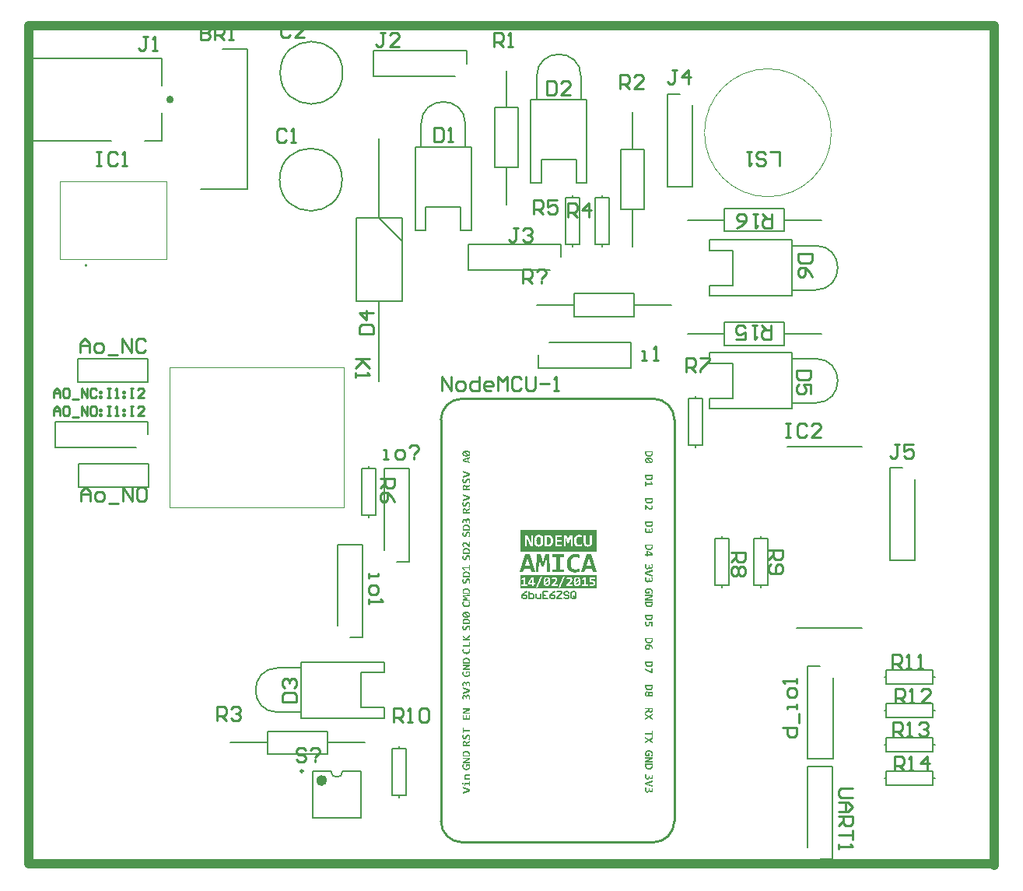
<source format=gto>
G04*
G04 #@! TF.GenerationSoftware,Altium Limited,Altium Designer,18.0.9 (584)*
G04*
G04 Layer_Color=65535*
%FSLAX44Y44*%
%MOMM*%
G71*
G01*
G75*
%ADD10C,0.2000*%
%ADD11C,0.1000*%
%ADD12C,0.6000*%
%ADD13C,0.2500*%
%ADD14C,0.1270*%
%ADD15C,0.4000*%
%ADD16C,0.2540*%
%ADD17C,0.1778*%
%ADD18C,1.0000*%
G36*
X876647Y654059D02*
X793576D01*
Y668497D01*
X876647D01*
Y654059D01*
D02*
G37*
G36*
X854780Y691506D02*
X854988D01*
X855162Y691471D01*
X855509Y691436D01*
X855925Y691367D01*
X856030D01*
X856134Y691332D01*
X856273D01*
X856655Y691263D01*
X857071Y691159D01*
X857106D01*
X857175Y691124D01*
X857280Y691089D01*
X857453Y691054D01*
X857835Y690950D01*
X858287Y690811D01*
Y687200D01*
X858217Y687235D01*
X858078Y687305D01*
X857835Y687409D01*
X857488Y687513D01*
X857141Y687652D01*
X856724Y687791D01*
X855856Y688034D01*
X855821D01*
X855648Y688068D01*
X855439Y688138D01*
X855162Y688173D01*
X854849Y688242D01*
X854502Y688277D01*
X853773Y688311D01*
X853530D01*
X853287Y688277D01*
X852974Y688242D01*
X852592Y688173D01*
X852176Y688103D01*
X851794Y687964D01*
X851412Y687791D01*
X851377Y687756D01*
X851238Y687686D01*
X851064Y687582D01*
X850856Y687443D01*
X850578Y687235D01*
X850335Y686992D01*
X850057Y686714D01*
X849814Y686402D01*
X849780Y686367D01*
X849710Y686228D01*
X849606Y686055D01*
X849467Y685811D01*
X849328Y685464D01*
X849155Y685117D01*
X849016Y684700D01*
X848877Y684249D01*
Y684180D01*
X848842Y684041D01*
X848807Y683798D01*
X848738Y683450D01*
X848703Y683068D01*
X848634Y682582D01*
X848599Y682096D01*
Y681541D01*
Y681471D01*
Y681263D01*
Y680985D01*
X848634Y680603D01*
X848669Y680152D01*
X848703Y679700D01*
X848877Y678728D01*
Y678659D01*
X848946Y678520D01*
X849016Y678277D01*
X849120Y677999D01*
X849259Y677652D01*
X849398Y677305D01*
X849606Y676957D01*
X849814Y676610D01*
X849849Y676575D01*
X849919Y676471D01*
X850092Y676332D01*
X850266Y676124D01*
X850509Y675916D01*
X850787Y675707D01*
X851099Y675499D01*
X851446Y675325D01*
X851481Y675291D01*
X851620Y675256D01*
X851828Y675187D01*
X852141Y675117D01*
X852488Y675013D01*
X852870Y674943D01*
X853356Y674909D01*
X853842Y674874D01*
X854155D01*
X854502Y674909D01*
X854884Y674943D01*
X854919D01*
X854988Y674978D01*
X855092D01*
X855266Y675013D01*
X855613Y675082D01*
X856030Y675187D01*
X856064D01*
X856134Y675221D01*
X856238Y675256D01*
X856412Y675291D01*
X856759Y675430D01*
X857175Y675568D01*
X857210D01*
X857280Y675603D01*
X857384Y675638D01*
X857523Y675707D01*
X857905Y675846D01*
X858287Y676020D01*
Y672617D01*
X858217Y672582D01*
X858078Y672548D01*
X857800Y672444D01*
X857488Y672339D01*
X857106Y672200D01*
X856655Y672062D01*
X855752Y671853D01*
X855682D01*
X855544Y671819D01*
X855300Y671784D01*
X854988Y671749D01*
X854641Y671680D01*
X854189Y671645D01*
X853738Y671610D01*
X852905D01*
X852523Y671645D01*
X852002Y671680D01*
X851446Y671749D01*
X850821Y671853D01*
X850162Y671992D01*
X849537Y672200D01*
X849467Y672235D01*
X849259Y672305D01*
X848981Y672478D01*
X848599Y672652D01*
X848183Y672930D01*
X847731Y673242D01*
X847280Y673624D01*
X846828Y674041D01*
X846794Y674110D01*
X846655Y674249D01*
X846446Y674527D01*
X846203Y674874D01*
X845926Y675325D01*
X845648Y675846D01*
X845405Y676402D01*
X845162Y677062D01*
Y677096D01*
X845127Y677131D01*
Y677235D01*
X845092Y677374D01*
X845023Y677548D01*
X844988Y677756D01*
X844884Y678277D01*
X844780Y678867D01*
X844710Y679596D01*
X844641Y680395D01*
X844606Y681263D01*
Y681298D01*
Y681367D01*
Y681506D01*
Y681680D01*
X844641Y681888D01*
Y682131D01*
X844676Y682721D01*
X844745Y683381D01*
X844849Y684110D01*
X844988Y684874D01*
X845196Y685603D01*
Y685638D01*
X845231Y685673D01*
X845266Y685777D01*
X845301Y685916D01*
X845439Y686263D01*
X845648Y686714D01*
X845891Y687235D01*
X846203Y687756D01*
X846551Y688311D01*
X846967Y688832D01*
X847037Y688902D01*
X847176Y689041D01*
X847419Y689284D01*
X847766Y689596D01*
X848183Y689909D01*
X848669Y690256D01*
X849189Y690568D01*
X849780Y690846D01*
X849814D01*
X849849Y690881D01*
X849953Y690916D01*
X850057Y690950D01*
X850405Y691054D01*
X850891Y691193D01*
X851412Y691332D01*
X852071Y691436D01*
X852766Y691506D01*
X853530Y691541D01*
X854328D01*
X854780Y691506D01*
D02*
G37*
G36*
X825995Y671888D02*
X822766D01*
X822419Y682825D01*
X822280Y687200D01*
X821342Y684249D01*
X819190Y677652D01*
X816898D01*
X814954Y684249D01*
X814155Y687200D01*
X814051Y682930D01*
X813704Y671888D01*
X810613D01*
X811586Y691263D01*
X815683D01*
X817384Y685742D01*
X818217Y682617D01*
X819051Y685534D01*
X820856Y691263D01*
X825058D01*
X825995Y671888D01*
D02*
G37*
G36*
X876724Y671888D02*
X872696D01*
X871620Y675707D01*
X864849Y675707D01*
X863738Y671888D01*
X860127D01*
X865891Y691263D01*
X870995Y691263D01*
X876724Y671888D01*
D02*
G37*
G36*
X841169Y688277D02*
X836898D01*
Y674909D01*
X841169D01*
Y671888D01*
X828912D01*
Y674909D01*
X833183D01*
Y688277D01*
X828912D01*
Y691263D01*
X841169D01*
Y688277D01*
D02*
G37*
G36*
X809919Y671888D02*
X805891D01*
X804815Y675707D01*
X798044D01*
X796933Y671888D01*
X793322D01*
X799086Y691263D01*
X804190D01*
X809919Y671888D01*
D02*
G37*
G36*
X877107Y717575D02*
Y694525D01*
X793576D01*
Y717575D01*
X877107D01*
D02*
G37*
G36*
X739220Y601412D02*
X735223Y598915D01*
X739220D01*
Y597326D01*
X730929D01*
Y598915D01*
X734718D01*
X730929Y601397D01*
Y603284D01*
X734896Y600461D01*
X739220Y603418D01*
Y601412D01*
D02*
G37*
G36*
Y590609D02*
X730929D01*
Y592199D01*
X737883D01*
Y595706D01*
X739220D01*
Y590609D01*
D02*
G37*
G36*
X738923Y588559D02*
X738938Y588499D01*
X738982Y588380D01*
X739027Y588247D01*
X739086Y588083D01*
X739146Y587890D01*
X739235Y587504D01*
Y587474D01*
X739250Y587415D01*
X739265Y587311D01*
X739279Y587177D01*
X739309Y587028D01*
X739324Y586835D01*
X739339Y586642D01*
Y586285D01*
X739324Y586122D01*
X739309Y585899D01*
X739279Y585661D01*
X739235Y585394D01*
X739175Y585112D01*
X739086Y584844D01*
X739071Y584814D01*
X739042Y584725D01*
X738967Y584606D01*
X738893Y584443D01*
X738774Y584264D01*
X738641Y584071D01*
X738477Y583878D01*
X738299Y583685D01*
X738269Y583670D01*
X738210Y583611D01*
X738091Y583521D01*
X737942Y583418D01*
X737749Y583299D01*
X737526Y583180D01*
X737288Y583076D01*
X737006Y582972D01*
X736991D01*
X736976Y582957D01*
X736932D01*
X736872Y582942D01*
X736798Y582912D01*
X736709Y582897D01*
X736486Y582853D01*
X736233Y582808D01*
X735921Y582779D01*
X735580Y582749D01*
X735208Y582734D01*
X735193D01*
X735163D01*
X735104D01*
X735030D01*
X734941Y582749D01*
X734837D01*
X734584Y582764D01*
X734302Y582793D01*
X733990Y582838D01*
X733663Y582897D01*
X733351Y582987D01*
X733336D01*
X733321Y583002D01*
X733276Y583016D01*
X733217Y583031D01*
X733068Y583091D01*
X732875Y583180D01*
X732652Y583284D01*
X732429Y583418D01*
X732192Y583566D01*
X731969Y583744D01*
X731939Y583774D01*
X731880Y583834D01*
X731776Y583938D01*
X731642Y584086D01*
X731508Y584264D01*
X731360Y584473D01*
X731226Y584695D01*
X731107Y584948D01*
Y584963D01*
X731092Y584978D01*
X731077Y585022D01*
X731062Y585067D01*
X731018Y585215D01*
X730958Y585424D01*
X730899Y585646D01*
X730854Y585929D01*
X730825Y586226D01*
X730810Y586553D01*
Y586894D01*
X730825Y587088D01*
Y587177D01*
X730839Y587251D01*
X730854Y587400D01*
X730884Y587578D01*
Y587623D01*
X730899Y587667D01*
Y587727D01*
X730929Y587890D01*
X730973Y588068D01*
Y588083D01*
X730988Y588113D01*
X731003Y588158D01*
X731018Y588232D01*
X731062Y588395D01*
X731122Y588588D01*
X732667D01*
X732652Y588559D01*
X732623Y588499D01*
X732578Y588395D01*
X732533Y588247D01*
X732474Y588098D01*
X732415Y587920D01*
X732311Y587548D01*
Y587533D01*
X732296Y587459D01*
X732266Y587370D01*
X732251Y587251D01*
X732221Y587117D01*
X732207Y586969D01*
X732192Y586657D01*
Y586553D01*
X732207Y586449D01*
X732221Y586315D01*
X732251Y586152D01*
X732281Y585973D01*
X732340Y585810D01*
X732415Y585646D01*
X732429Y585631D01*
X732459Y585572D01*
X732504Y585498D01*
X732563Y585409D01*
X732652Y585290D01*
X732756Y585186D01*
X732875Y585067D01*
X733009Y584963D01*
X733024Y584948D01*
X733083Y584918D01*
X733158Y584874D01*
X733262Y584814D01*
X733410Y584755D01*
X733559Y584680D01*
X733737Y584621D01*
X733930Y584562D01*
X733960D01*
X734019Y584547D01*
X734123Y584532D01*
X734272Y584502D01*
X734435Y584487D01*
X734643Y584458D01*
X734852Y584443D01*
X735089D01*
X735119D01*
X735208D01*
X735327D01*
X735490Y584458D01*
X735684Y584473D01*
X735877Y584487D01*
X736293Y584562D01*
X736322D01*
X736382Y584591D01*
X736486Y584621D01*
X736605Y584666D01*
X736753Y584725D01*
X736902Y584785D01*
X737051Y584874D01*
X737199Y584963D01*
X737214Y584978D01*
X737259Y585007D01*
X737318Y585082D01*
X737407Y585156D01*
X737496Y585260D01*
X737586Y585379D01*
X737675Y585513D01*
X737749Y585661D01*
X737764Y585676D01*
X737779Y585736D01*
X737808Y585825D01*
X737838Y585958D01*
X737883Y586107D01*
X737912Y586270D01*
X737927Y586479D01*
X737942Y586687D01*
Y586820D01*
X737927Y586969D01*
X737912Y587132D01*
Y587147D01*
X737898Y587177D01*
Y587221D01*
X737883Y587296D01*
X737853Y587444D01*
X737808Y587623D01*
Y587637D01*
X737794Y587667D01*
X737779Y587712D01*
X737764Y587786D01*
X737704Y587935D01*
X737645Y588113D01*
Y588128D01*
X737630Y588158D01*
X737615Y588202D01*
X737586Y588262D01*
X737526Y588425D01*
X737452Y588588D01*
X738908D01*
X738923Y588559D01*
D02*
G37*
G36*
X735416Y628733D02*
X735654Y628719D01*
X735936Y628689D01*
X736248Y628659D01*
X736560Y628600D01*
X736872Y628525D01*
X736887D01*
X736902Y628511D01*
X736947Y628496D01*
X737006Y628481D01*
X737155Y628436D01*
X737348Y628362D01*
X737556Y628273D01*
X737794Y628154D01*
X738016Y628020D01*
X738239Y627872D01*
X738269Y627857D01*
X738328Y627797D01*
X738432Y627708D01*
X738551Y627574D01*
X738685Y627426D01*
X738834Y627248D01*
X738967Y627039D01*
X739086Y626817D01*
X739101Y626787D01*
X739131Y626713D01*
X739175Y626579D01*
X739220Y626415D01*
X739279Y626207D01*
X739324Y625970D01*
X739354Y625702D01*
X739369Y625420D01*
Y625301D01*
X739354Y625167D01*
X739339Y625004D01*
X739309Y624796D01*
X739265Y624588D01*
X739205Y624365D01*
X739131Y624142D01*
X739116Y624112D01*
X739086Y624053D01*
X739027Y623934D01*
X738952Y623800D01*
X738834Y623652D01*
X738715Y623488D01*
X738551Y623310D01*
X738373Y623146D01*
X738343Y623132D01*
X738284Y623072D01*
X738165Y622998D01*
X738016Y622909D01*
X737823Y622805D01*
X737600Y622701D01*
X737333Y622597D01*
X737051Y622493D01*
X737036D01*
X737006Y622478D01*
X736961D01*
X736902Y622463D01*
X736828Y622448D01*
X736739Y622418D01*
X736501Y622389D01*
X736218Y622344D01*
X735892Y622299D01*
X735520Y622285D01*
X735119Y622270D01*
X735104D01*
X735074D01*
X735015D01*
X734941D01*
X734852D01*
X734747Y622285D01*
X734510Y622299D01*
X734227Y622329D01*
X733915Y622359D01*
X733603Y622418D01*
X733291Y622493D01*
X733276D01*
X733262Y622508D01*
X733217Y622522D01*
X733158Y622537D01*
X733009Y622582D01*
X732816Y622656D01*
X732608Y622745D01*
X732385Y622864D01*
X732162Y622983D01*
X731939Y623132D01*
X731909Y623146D01*
X731850Y623206D01*
X731746Y623295D01*
X731612Y623429D01*
X731479Y623577D01*
X731330Y623756D01*
X731196Y623964D01*
X731077Y624187D01*
X731062Y624216D01*
X731033Y624291D01*
X730988Y624424D01*
X730929Y624603D01*
X730869Y624811D01*
X730825Y625048D01*
X730795Y625316D01*
X730780Y625598D01*
Y625717D01*
X730795Y625851D01*
X730810Y626014D01*
X730839Y626207D01*
X730884Y626415D01*
X730944Y626638D01*
X731033Y626861D01*
X731048Y626891D01*
X731077Y626965D01*
X731137Y627069D01*
X731211Y627203D01*
X731315Y627366D01*
X731449Y627530D01*
X731612Y627693D01*
X731790Y627857D01*
X731820Y627872D01*
X731880Y627931D01*
X731999Y628005D01*
X732147Y628094D01*
X732340Y628199D01*
X732563Y628302D01*
X732816Y628421D01*
X733113Y628511D01*
X733128D01*
X733143Y628525D01*
X733187Y628540D01*
X733262Y628555D01*
X733336Y628570D01*
X733425Y628585D01*
X733648Y628629D01*
X733930Y628674D01*
X734272Y628719D01*
X734643Y628733D01*
X735045Y628748D01*
X735060D01*
X735089D01*
X735149D01*
X735223D01*
X735312D01*
X735416Y628733D01*
D02*
G37*
G36*
X735312Y621586D02*
X735550Y621571D01*
X735817Y621542D01*
X736115Y621497D01*
X736426Y621438D01*
X736724Y621348D01*
X736739D01*
X736753Y621334D01*
X736798Y621319D01*
X736857Y621304D01*
X737006Y621245D01*
X737184Y621170D01*
X737392Y621066D01*
X737630Y620932D01*
X737853Y620784D01*
X738076Y620606D01*
X738106Y620576D01*
X738165Y620516D01*
X738269Y620397D01*
X738388Y620249D01*
X738522Y620071D01*
X738670Y619848D01*
X738804Y619595D01*
X738923Y619313D01*
Y619298D01*
X738938Y619283D01*
X738952Y619239D01*
X738967Y619179D01*
X738997Y619090D01*
X739012Y619001D01*
X739071Y618778D01*
X739131Y618510D01*
X739175Y618184D01*
X739205Y617827D01*
X739220Y617426D01*
Y615331D01*
X730929D01*
Y618020D01*
X730944Y618124D01*
X730958Y618347D01*
X730988Y618614D01*
X731033Y618882D01*
X731092Y619164D01*
X731181Y619446D01*
Y619461D01*
X731196Y619476D01*
X731226Y619565D01*
X731285Y619699D01*
X731360Y619863D01*
X731464Y620056D01*
X731582Y620249D01*
X731731Y620442D01*
X731909Y620635D01*
X731924Y620650D01*
X731999Y620710D01*
X732103Y620799D01*
X732251Y620903D01*
X732429Y621022D01*
X732652Y621141D01*
X732890Y621245D01*
X733172Y621348D01*
X733187D01*
X733202Y621363D01*
X733247Y621378D01*
X733306Y621393D01*
X733380Y621408D01*
X733470Y621423D01*
X733678Y621482D01*
X733945Y621527D01*
X734257Y621557D01*
X734599Y621586D01*
X734970Y621601D01*
X734985D01*
X735015D01*
X735060D01*
X735134D01*
X735223D01*
X735312Y621586D01*
D02*
G37*
G36*
X736961Y614082D02*
X737125Y614068D01*
X737318Y614038D01*
X737511Y613993D01*
X737719Y613934D01*
X737912Y613845D01*
X737927Y613830D01*
X737987Y613800D01*
X738091Y613741D01*
X738195Y613666D01*
X738328Y613562D01*
X738462Y613443D01*
X738596Y613295D01*
X738730Y613131D01*
X738745Y613117D01*
X738789Y613057D01*
X738848Y612953D01*
X738908Y612834D01*
X738997Y612671D01*
X739071Y612492D01*
X739146Y612285D01*
X739220Y612062D01*
Y612032D01*
X739250Y611958D01*
X739265Y611824D01*
X739294Y611660D01*
X739324Y611452D01*
X739339Y611230D01*
X739369Y610977D01*
Y610472D01*
X739354Y610308D01*
Y610115D01*
X739339Y609907D01*
X739294Y609446D01*
Y609417D01*
X739279Y609342D01*
X739265Y609224D01*
X739235Y609075D01*
X739205Y608882D01*
X739161Y608689D01*
X739042Y608243D01*
X737496D01*
Y608258D01*
X737511Y608287D01*
X737526Y608347D01*
X737556Y608421D01*
X737615Y608614D01*
X737690Y608837D01*
Y608852D01*
X737704Y608897D01*
X737719Y608956D01*
X737749Y609045D01*
X737794Y609238D01*
X737853Y609476D01*
Y609491D01*
X737868Y609536D01*
Y609595D01*
X737883Y609684D01*
X737927Y609877D01*
X737957Y610115D01*
Y610174D01*
X737972Y610234D01*
Y610323D01*
X737987Y610516D01*
Y610903D01*
X737972Y611007D01*
X737957Y611244D01*
X737912Y611497D01*
Y611512D01*
X737898Y611556D01*
X737883Y611601D01*
X737853Y611675D01*
X737794Y611839D01*
X737704Y612002D01*
Y612017D01*
X737675Y612032D01*
X737615Y612121D01*
X737511Y612210D01*
X737392Y612299D01*
X737377D01*
X737363Y612314D01*
X737273Y612344D01*
X737140Y612374D01*
X736976Y612388D01*
X736961D01*
X736932D01*
X736872Y612374D01*
X736798D01*
X736635Y612314D01*
X736545Y612270D01*
X736471Y612210D01*
X736456Y612195D01*
X736441Y612180D01*
X736397Y612136D01*
X736352Y612091D01*
X736233Y611943D01*
X736115Y611750D01*
X736100Y611735D01*
X736085Y611705D01*
X736055Y611646D01*
X736011Y611556D01*
X735966Y611467D01*
X735921Y611348D01*
X735832Y611096D01*
Y611081D01*
X735802Y611036D01*
X735788Y610962D01*
X735743Y610858D01*
X735698Y610754D01*
X735654Y610620D01*
X735550Y610353D01*
Y610338D01*
X735520Y610293D01*
X735490Y610219D01*
X735446Y610115D01*
X735401Y610011D01*
X735342Y609877D01*
X735223Y609610D01*
X735208Y609595D01*
X735193Y609550D01*
X735149Y609476D01*
X735089Y609387D01*
X734941Y609179D01*
X734762Y608956D01*
X734747Y608941D01*
X734718Y608912D01*
X734658Y608852D01*
X734569Y608793D01*
X734480Y608718D01*
X734361Y608644D01*
X734109Y608495D01*
X734094D01*
X734034Y608466D01*
X733960Y608451D01*
X733856Y608421D01*
X733722Y608391D01*
X733559Y608362D01*
X733395Y608347D01*
X733202Y608332D01*
X733172D01*
X733113D01*
X733024Y608347D01*
X732905D01*
X732756Y608377D01*
X732608Y608406D01*
X732444Y608436D01*
X732281Y608495D01*
X732266Y608510D01*
X732207Y608525D01*
X732117Y608570D01*
X732013Y608629D01*
X731895Y608718D01*
X731761Y608807D01*
X731642Y608926D01*
X731508Y609060D01*
X731493Y609075D01*
X731449Y609134D01*
X731389Y609209D01*
X731315Y609328D01*
X731241Y609476D01*
X731152Y609640D01*
X731062Y609833D01*
X730988Y610041D01*
X730973Y610070D01*
X730958Y610145D01*
X730929Y610279D01*
X730884Y610442D01*
X730839Y610650D01*
X730810Y610903D01*
X730795Y611170D01*
X730780Y611482D01*
Y611631D01*
X730795Y611794D01*
X730810Y611987D01*
Y612032D01*
X730825Y612091D01*
Y612166D01*
X730839Y612329D01*
X730869Y612522D01*
Y612567D01*
X730884Y612626D01*
Y612686D01*
X730914Y612849D01*
X730958Y613027D01*
Y613072D01*
X730973Y613117D01*
X730988Y613176D01*
X731018Y613325D01*
X731048Y613488D01*
X732474D01*
Y613473D01*
X732459Y613458D01*
X732444Y613414D01*
X732429Y613354D01*
X732385Y613206D01*
X732340Y613042D01*
Y613027D01*
X732325Y612998D01*
Y612953D01*
X732311Y612894D01*
X732266Y612730D01*
X732236Y612537D01*
Y612522D01*
X732221Y612492D01*
Y612448D01*
X732207Y612374D01*
X732177Y612210D01*
X732147Y612017D01*
Y611973D01*
X732132Y611928D01*
Y611868D01*
X732117Y611705D01*
Y611378D01*
X732132Y611289D01*
X732147Y611066D01*
X732192Y610828D01*
Y610813D01*
X732207Y610784D01*
X732221Y610724D01*
X732236Y610665D01*
X732296Y610516D01*
X732370Y610368D01*
X732385Y610338D01*
X732444Y610264D01*
X732548Y610174D01*
X732667Y610100D01*
X732682D01*
X732697Y610085D01*
X732786Y610070D01*
X732905Y610041D01*
X733054Y610026D01*
X733068D01*
X733098D01*
X733143Y610041D01*
X733202D01*
X733351Y610100D01*
X733425Y610130D01*
X733499Y610189D01*
X733514Y610204D01*
X733529Y610219D01*
X733559Y610264D01*
X733603Y610308D01*
X733722Y610457D01*
X733841Y610650D01*
Y610665D01*
X733871Y610709D01*
X733901Y610769D01*
X733930Y610843D01*
X733975Y610947D01*
X734019Y611051D01*
X734123Y611304D01*
Y611319D01*
X734138Y611363D01*
X734168Y611437D01*
X734198Y611542D01*
X734242Y611646D01*
X734287Y611779D01*
X734391Y612047D01*
Y612062D01*
X734421Y612106D01*
X734450Y612195D01*
X734495Y612285D01*
X734539Y612403D01*
X734599Y612522D01*
X734733Y612790D01*
X734747Y612805D01*
X734762Y612849D01*
X734807Y612923D01*
X734866Y613013D01*
X735015Y613221D01*
X735208Y613443D01*
X735223Y613458D01*
X735253Y613488D01*
X735312Y613548D01*
X735386Y613622D01*
X735475Y613696D01*
X735594Y613770D01*
X735847Y613919D01*
X735862Y613934D01*
X735907Y613949D01*
X735996Y613978D01*
X736100Y614008D01*
X736218Y614038D01*
X736367Y614068D01*
X736545Y614097D01*
X736724D01*
X736753D01*
X736843D01*
X736961Y614082D01*
D02*
G37*
G36*
X739220Y673912D02*
X737838D01*
Y676021D01*
X732519D01*
X733529Y674179D01*
X732266Y673674D01*
X730869Y676304D01*
Y677611D01*
X737838D01*
Y679439D01*
X739220D01*
Y673912D01*
D02*
G37*
G36*
X735312Y672604D02*
X735550Y672589D01*
X735817Y672559D01*
X736115Y672515D01*
X736426Y672455D01*
X736724Y672366D01*
X736739D01*
X736753Y672351D01*
X736798Y672336D01*
X736857Y672322D01*
X737006Y672262D01*
X737184Y672188D01*
X737392Y672084D01*
X737630Y671950D01*
X737853Y671802D01*
X738076Y671623D01*
X738106Y671593D01*
X738165Y671534D01*
X738269Y671415D01*
X738388Y671267D01*
X738522Y671088D01*
X738670Y670865D01*
X738804Y670613D01*
X738923Y670331D01*
Y670316D01*
X738938Y670301D01*
X738952Y670256D01*
X738967Y670197D01*
X738997Y670108D01*
X739012Y670018D01*
X739071Y669796D01*
X739131Y669528D01*
X739175Y669201D01*
X739205Y668845D01*
X739220Y668443D01*
Y666348D01*
X730929D01*
Y669038D01*
X730944Y669142D01*
X730958Y669365D01*
X730988Y669632D01*
X731033Y669900D01*
X731092Y670182D01*
X731181Y670464D01*
Y670479D01*
X731196Y670494D01*
X731226Y670583D01*
X731285Y670717D01*
X731360Y670880D01*
X731464Y671073D01*
X731582Y671267D01*
X731731Y671460D01*
X731909Y671653D01*
X731924Y671668D01*
X731999Y671727D01*
X732103Y671816D01*
X732251Y671920D01*
X732429Y672039D01*
X732652Y672158D01*
X732890Y672262D01*
X733172Y672366D01*
X733187D01*
X733202Y672381D01*
X733247Y672396D01*
X733306Y672411D01*
X733380Y672426D01*
X733470Y672440D01*
X733678Y672500D01*
X733945Y672544D01*
X734257Y672574D01*
X734599Y672604D01*
X734970Y672619D01*
X734985D01*
X735015D01*
X735060D01*
X735134D01*
X735223D01*
X735312Y672604D01*
D02*
G37*
G36*
X736961Y665100D02*
X737125Y665085D01*
X737318Y665055D01*
X737511Y665011D01*
X737719Y664951D01*
X737912Y664862D01*
X737927Y664847D01*
X737987Y664818D01*
X738091Y664758D01*
X738195Y664684D01*
X738328Y664580D01*
X738462Y664461D01*
X738596Y664313D01*
X738730Y664149D01*
X738745Y664134D01*
X738789Y664075D01*
X738848Y663971D01*
X738908Y663852D01*
X738997Y663689D01*
X739071Y663510D01*
X739146Y663302D01*
X739220Y663079D01*
Y663050D01*
X739250Y662975D01*
X739265Y662841D01*
X739294Y662678D01*
X739324Y662470D01*
X739339Y662247D01*
X739369Y661995D01*
Y661489D01*
X739354Y661326D01*
Y661133D01*
X739339Y660925D01*
X739294Y660464D01*
Y660434D01*
X739279Y660360D01*
X739265Y660241D01*
X739235Y660093D01*
X739205Y659899D01*
X739161Y659706D01*
X739042Y659260D01*
X737496D01*
Y659275D01*
X737511Y659305D01*
X737526Y659364D01*
X737556Y659439D01*
X737615Y659632D01*
X737690Y659855D01*
Y659870D01*
X737704Y659914D01*
X737719Y659974D01*
X737749Y660063D01*
X737794Y660256D01*
X737853Y660494D01*
Y660509D01*
X737868Y660553D01*
Y660613D01*
X737883Y660702D01*
X737927Y660895D01*
X737957Y661133D01*
Y661192D01*
X737972Y661252D01*
Y661341D01*
X737987Y661534D01*
Y661920D01*
X737972Y662024D01*
X737957Y662262D01*
X737912Y662515D01*
Y662530D01*
X737898Y662574D01*
X737883Y662619D01*
X737853Y662693D01*
X737794Y662856D01*
X737704Y663020D01*
Y663035D01*
X737675Y663050D01*
X737615Y663139D01*
X737511Y663228D01*
X737392Y663317D01*
X737377D01*
X737363Y663332D01*
X737273Y663362D01*
X737140Y663391D01*
X736976Y663406D01*
X736961D01*
X736932D01*
X736872Y663391D01*
X736798D01*
X736635Y663332D01*
X736545Y663287D01*
X736471Y663228D01*
X736456Y663213D01*
X736441Y663198D01*
X736397Y663154D01*
X736352Y663109D01*
X736233Y662960D01*
X736115Y662767D01*
X736100Y662752D01*
X736085Y662723D01*
X736055Y662663D01*
X736011Y662574D01*
X735966Y662485D01*
X735921Y662366D01*
X735832Y662113D01*
Y662099D01*
X735802Y662054D01*
X735788Y661980D01*
X735743Y661876D01*
X735698Y661772D01*
X735654Y661638D01*
X735550Y661370D01*
Y661356D01*
X735520Y661311D01*
X735490Y661237D01*
X735446Y661133D01*
X735401Y661029D01*
X735342Y660895D01*
X735223Y660628D01*
X735208Y660613D01*
X735193Y660568D01*
X735149Y660494D01*
X735089Y660405D01*
X734941Y660197D01*
X734762Y659974D01*
X734747Y659959D01*
X734718Y659929D01*
X734658Y659870D01*
X734569Y659810D01*
X734480Y659736D01*
X734361Y659662D01*
X734109Y659513D01*
X734094D01*
X734034Y659483D01*
X733960Y659469D01*
X733856Y659439D01*
X733722Y659409D01*
X733559Y659379D01*
X733395Y659364D01*
X733202Y659350D01*
X733172D01*
X733113D01*
X733024Y659364D01*
X732905D01*
X732756Y659394D01*
X732608Y659424D01*
X732444Y659454D01*
X732281Y659513D01*
X732266Y659528D01*
X732207Y659543D01*
X732117Y659587D01*
X732013Y659647D01*
X731895Y659736D01*
X731761Y659825D01*
X731642Y659944D01*
X731508Y660078D01*
X731493Y660093D01*
X731449Y660152D01*
X731389Y660226D01*
X731315Y660345D01*
X731241Y660494D01*
X731152Y660657D01*
X731062Y660850D01*
X730988Y661058D01*
X730973Y661088D01*
X730958Y661162D01*
X730929Y661296D01*
X730884Y661460D01*
X730839Y661668D01*
X730810Y661920D01*
X730795Y662188D01*
X730780Y662500D01*
Y662648D01*
X730795Y662812D01*
X730810Y663005D01*
Y663050D01*
X730825Y663109D01*
Y663183D01*
X730839Y663347D01*
X730869Y663540D01*
Y663585D01*
X730884Y663644D01*
Y663703D01*
X730914Y663867D01*
X730958Y664045D01*
Y664090D01*
X730973Y664134D01*
X730988Y664194D01*
X731018Y664342D01*
X731048Y664506D01*
X732474D01*
Y664491D01*
X732459Y664476D01*
X732444Y664431D01*
X732429Y664372D01*
X732385Y664223D01*
X732340Y664060D01*
Y664045D01*
X732325Y664015D01*
Y663971D01*
X732311Y663911D01*
X732266Y663748D01*
X732236Y663555D01*
Y663540D01*
X732221Y663510D01*
Y663466D01*
X732207Y663391D01*
X732177Y663228D01*
X732147Y663035D01*
Y662990D01*
X732132Y662945D01*
Y662886D01*
X732117Y662723D01*
Y662396D01*
X732132Y662307D01*
X732147Y662084D01*
X732192Y661846D01*
Y661831D01*
X732207Y661801D01*
X732221Y661742D01*
X732236Y661683D01*
X732296Y661534D01*
X732370Y661385D01*
X732385Y661356D01*
X732444Y661281D01*
X732548Y661192D01*
X732667Y661118D01*
X732682D01*
X732697Y661103D01*
X732786Y661088D01*
X732905Y661058D01*
X733054Y661044D01*
X733068D01*
X733098D01*
X733143Y661058D01*
X733202D01*
X733351Y661118D01*
X733425Y661148D01*
X733499Y661207D01*
X733514Y661222D01*
X733529Y661237D01*
X733559Y661281D01*
X733603Y661326D01*
X733722Y661475D01*
X733841Y661668D01*
Y661683D01*
X733871Y661727D01*
X733901Y661786D01*
X733930Y661861D01*
X733975Y661965D01*
X734019Y662069D01*
X734123Y662321D01*
Y662336D01*
X734138Y662381D01*
X734168Y662455D01*
X734198Y662559D01*
X734242Y662663D01*
X734287Y662797D01*
X734391Y663064D01*
Y663079D01*
X734421Y663124D01*
X734450Y663213D01*
X734495Y663302D01*
X734539Y663421D01*
X734599Y663540D01*
X734733Y663807D01*
X734747Y663822D01*
X734762Y663867D01*
X734807Y663941D01*
X734866Y664030D01*
X735015Y664238D01*
X735208Y664461D01*
X735223Y664476D01*
X735253Y664506D01*
X735312Y664565D01*
X735386Y664640D01*
X735475Y664714D01*
X735594Y664788D01*
X735847Y664937D01*
X735862Y664951D01*
X735907Y664966D01*
X735996Y664996D01*
X736100Y665026D01*
X736218Y665055D01*
X736367Y665085D01*
X736545Y665115D01*
X736724D01*
X736753D01*
X736843D01*
X736961Y665100D01*
D02*
G37*
G36*
X739220Y699272D02*
X738091D01*
X736115Y701218D01*
X736085Y701248D01*
X736025Y701307D01*
X735921Y701411D01*
X735788Y701545D01*
X735639Y701679D01*
X735475Y701827D01*
X735312Y701976D01*
X735163Y702110D01*
X735149Y702125D01*
X735089Y702169D01*
X735015Y702229D01*
X734926Y702303D01*
X734688Y702466D01*
X734450Y702615D01*
X734435Y702630D01*
X734391Y702645D01*
X734331Y702674D01*
X734257Y702719D01*
X734079Y702808D01*
X733871Y702868D01*
X733856D01*
X733826Y702883D01*
X733767D01*
X733707Y702897D01*
X733529Y702912D01*
X733321Y702927D01*
X733306D01*
X733276D01*
X733232D01*
X733172Y702912D01*
X733039Y702897D01*
X732875Y702838D01*
X732860D01*
X732846Y702823D01*
X732756Y702778D01*
X732637Y702719D01*
X732519Y702615D01*
X732504D01*
X732489Y702585D01*
X732429Y702526D01*
X732340Y702407D01*
X732266Y702258D01*
Y702244D01*
X732251Y702214D01*
X732236Y702169D01*
X732207Y702110D01*
X732177Y701946D01*
X732162Y701738D01*
Y701649D01*
X732177Y701560D01*
X732192Y701441D01*
X732221Y701307D01*
X732251Y701144D01*
X732311Y700995D01*
X732385Y700832D01*
X732400Y700817D01*
X732429Y700758D01*
X732474Y700683D01*
X732533Y700579D01*
X732608Y700461D01*
X732712Y700327D01*
X732816Y700178D01*
X732950Y700044D01*
X731895Y699227D01*
X731865Y699257D01*
X731805Y699316D01*
X731716Y699435D01*
X731597Y699584D01*
X731479Y699762D01*
X731345Y699955D01*
X731211Y700193D01*
X731092Y700431D01*
Y700446D01*
X731077Y700461D01*
X731048Y700550D01*
X730988Y700683D01*
X730929Y700876D01*
X730884Y701085D01*
X730825Y701337D01*
X730795Y701619D01*
X730780Y701902D01*
Y702006D01*
X730795Y702125D01*
Y702273D01*
X730825Y702437D01*
X730854Y702630D01*
X730884Y702808D01*
X730944Y703001D01*
Y703031D01*
X730973Y703091D01*
X731003Y703180D01*
X731062Y703298D01*
X731122Y703432D01*
X731196Y703566D01*
X731300Y703715D01*
X731404Y703848D01*
X731419Y703863D01*
X731464Y703908D01*
X731523Y703967D01*
X731612Y704056D01*
X731716Y704146D01*
X731850Y704235D01*
X731999Y704324D01*
X732162Y704398D01*
X732177Y704413D01*
X732236Y704428D01*
X732340Y704457D01*
X732459Y704502D01*
X732623Y704547D01*
X732801Y704576D01*
X732994Y704591D01*
X733217Y704606D01*
X733232D01*
X733306D01*
X733395D01*
X733529Y704591D01*
X733663Y704576D01*
X733826Y704547D01*
X734153Y704472D01*
X734168D01*
X734227Y704443D01*
X734302Y704413D01*
X734406Y704368D01*
X734539Y704309D01*
X734673Y704249D01*
X734985Y704071D01*
X735000Y704056D01*
X735060Y704027D01*
X735134Y703967D01*
X735238Y703893D01*
X735357Y703804D01*
X735505Y703700D01*
X735802Y703447D01*
X735817Y703432D01*
X735877Y703388D01*
X735951Y703313D01*
X736055Y703209D01*
X736189Y703091D01*
X736322Y702942D01*
X736486Y702793D01*
X736649Y702615D01*
X737794Y701411D01*
Y704903D01*
X739220D01*
Y699272D01*
D02*
G37*
G36*
X735312Y698113D02*
X735550Y698098D01*
X735817Y698068D01*
X736115Y698024D01*
X736426Y697964D01*
X736724Y697875D01*
X736739D01*
X736753Y697860D01*
X736798Y697845D01*
X736857Y697830D01*
X737006Y697771D01*
X737184Y697697D01*
X737392Y697593D01*
X737630Y697459D01*
X737853Y697310D01*
X738076Y697132D01*
X738106Y697102D01*
X738165Y697043D01*
X738269Y696924D01*
X738388Y696775D01*
X738522Y696597D01*
X738670Y696374D01*
X738804Y696122D01*
X738923Y695839D01*
Y695825D01*
X738938Y695810D01*
X738952Y695765D01*
X738967Y695706D01*
X738997Y695616D01*
X739012Y695527D01*
X739071Y695304D01*
X739131Y695037D01*
X739175Y694710D01*
X739205Y694353D01*
X739220Y693952D01*
Y691857D01*
X730929D01*
Y694547D01*
X730944Y694651D01*
X730958Y694874D01*
X730988Y695141D01*
X731033Y695408D01*
X731092Y695691D01*
X731181Y695973D01*
Y695988D01*
X731196Y696003D01*
X731226Y696092D01*
X731285Y696226D01*
X731360Y696389D01*
X731464Y696582D01*
X731582Y696775D01*
X731731Y696969D01*
X731909Y697162D01*
X731924Y697177D01*
X731999Y697236D01*
X732103Y697325D01*
X732251Y697429D01*
X732429Y697548D01*
X732652Y697667D01*
X732890Y697771D01*
X733172Y697875D01*
X733187D01*
X733202Y697890D01*
X733247Y697905D01*
X733306Y697920D01*
X733380Y697934D01*
X733470Y697949D01*
X733678Y698009D01*
X733945Y698053D01*
X734257Y698083D01*
X734599Y698113D01*
X734970Y698128D01*
X734985D01*
X735015D01*
X735060D01*
X735134D01*
X735223D01*
X735312Y698113D01*
D02*
G37*
G36*
X736961Y690609D02*
X737125Y690594D01*
X737318Y690564D01*
X737511Y690520D01*
X737719Y690460D01*
X737912Y690371D01*
X737927Y690356D01*
X737987Y690327D01*
X738091Y690267D01*
X738195Y690193D01*
X738328Y690089D01*
X738462Y689970D01*
X738596Y689821D01*
X738730Y689658D01*
X738745Y689643D01*
X738789Y689584D01*
X738848Y689480D01*
X738908Y689361D01*
X738997Y689197D01*
X739071Y689019D01*
X739146Y688811D01*
X739220Y688588D01*
Y688558D01*
X739250Y688484D01*
X739265Y688350D01*
X739294Y688187D01*
X739324Y687979D01*
X739339Y687756D01*
X739369Y687503D01*
Y686998D01*
X739354Y686835D01*
Y686642D01*
X739339Y686434D01*
X739294Y685973D01*
Y685943D01*
X739279Y685869D01*
X739265Y685750D01*
X739235Y685602D01*
X739205Y685408D01*
X739161Y685215D01*
X739042Y684769D01*
X737496D01*
Y684784D01*
X737511Y684814D01*
X737526Y684873D01*
X737556Y684948D01*
X737615Y685141D01*
X737690Y685364D01*
Y685379D01*
X737704Y685423D01*
X737719Y685483D01*
X737749Y685572D01*
X737794Y685765D01*
X737853Y686003D01*
Y686018D01*
X737868Y686062D01*
Y686122D01*
X737883Y686211D01*
X737927Y686404D01*
X737957Y686642D01*
Y686701D01*
X737972Y686760D01*
Y686850D01*
X737987Y687043D01*
Y687429D01*
X737972Y687533D01*
X737957Y687771D01*
X737912Y688024D01*
Y688038D01*
X737898Y688083D01*
X737883Y688128D01*
X737853Y688202D01*
X737794Y688365D01*
X737704Y688529D01*
Y688544D01*
X737675Y688558D01*
X737615Y688648D01*
X737511Y688737D01*
X737392Y688826D01*
X737377D01*
X737363Y688841D01*
X737273Y688870D01*
X737140Y688900D01*
X736976Y688915D01*
X736961D01*
X736932D01*
X736872Y688900D01*
X736798D01*
X736635Y688841D01*
X736545Y688796D01*
X736471Y688737D01*
X736456Y688722D01*
X736441Y688707D01*
X736397Y688662D01*
X736352Y688618D01*
X736233Y688469D01*
X736115Y688276D01*
X736100Y688261D01*
X736085Y688232D01*
X736055Y688172D01*
X736011Y688083D01*
X735966Y687994D01*
X735921Y687875D01*
X735832Y687622D01*
Y687607D01*
X735802Y687563D01*
X735788Y687489D01*
X735743Y687385D01*
X735698Y687281D01*
X735654Y687147D01*
X735550Y686879D01*
Y686864D01*
X735520Y686820D01*
X735490Y686746D01*
X735446Y686642D01*
X735401Y686538D01*
X735342Y686404D01*
X735223Y686136D01*
X735208Y686122D01*
X735193Y686077D01*
X735149Y686003D01*
X735089Y685913D01*
X734941Y685705D01*
X734762Y685483D01*
X734747Y685468D01*
X734718Y685438D01*
X734658Y685379D01*
X734569Y685319D01*
X734480Y685245D01*
X734361Y685171D01*
X734109Y685022D01*
X734094D01*
X734034Y684992D01*
X733960Y684977D01*
X733856Y684948D01*
X733722Y684918D01*
X733559Y684888D01*
X733395Y684873D01*
X733202Y684858D01*
X733172D01*
X733113D01*
X733024Y684873D01*
X732905D01*
X732756Y684903D01*
X732608Y684933D01*
X732444Y684962D01*
X732281Y685022D01*
X732266Y685037D01*
X732207Y685052D01*
X732117Y685096D01*
X732013Y685156D01*
X731895Y685245D01*
X731761Y685334D01*
X731642Y685453D01*
X731508Y685587D01*
X731493Y685602D01*
X731449Y685661D01*
X731389Y685735D01*
X731315Y685854D01*
X731241Y686003D01*
X731152Y686166D01*
X731062Y686359D01*
X730988Y686567D01*
X730973Y686597D01*
X730958Y686671D01*
X730929Y686805D01*
X730884Y686969D01*
X730839Y687177D01*
X730810Y687429D01*
X730795Y687697D01*
X730780Y688009D01*
Y688157D01*
X730795Y688321D01*
X730810Y688514D01*
Y688558D01*
X730825Y688618D01*
Y688692D01*
X730839Y688856D01*
X730869Y689049D01*
Y689093D01*
X730884Y689153D01*
Y689212D01*
X730914Y689376D01*
X730958Y689554D01*
Y689598D01*
X730973Y689643D01*
X730988Y689703D01*
X731018Y689851D01*
X731048Y690015D01*
X732474D01*
Y690000D01*
X732459Y689985D01*
X732444Y689940D01*
X732429Y689881D01*
X732385Y689732D01*
X732340Y689569D01*
Y689554D01*
X732325Y689524D01*
Y689480D01*
X732311Y689420D01*
X732266Y689257D01*
X732236Y689064D01*
Y689049D01*
X732221Y689019D01*
Y688975D01*
X732207Y688900D01*
X732177Y688737D01*
X732147Y688544D01*
Y688499D01*
X732132Y688454D01*
Y688395D01*
X732117Y688232D01*
Y687905D01*
X732132Y687815D01*
X732147Y687593D01*
X732192Y687355D01*
Y687340D01*
X732207Y687310D01*
X732221Y687251D01*
X732236Y687191D01*
X732296Y687043D01*
X732370Y686894D01*
X732385Y686864D01*
X732444Y686790D01*
X732548Y686701D01*
X732667Y686627D01*
X732682D01*
X732697Y686612D01*
X732786Y686597D01*
X732905Y686567D01*
X733054Y686552D01*
X733068D01*
X733098D01*
X733143Y686567D01*
X733202D01*
X733351Y686627D01*
X733425Y686656D01*
X733499Y686716D01*
X733514Y686731D01*
X733529Y686746D01*
X733559Y686790D01*
X733603Y686835D01*
X733722Y686983D01*
X733841Y687177D01*
Y687191D01*
X733871Y687236D01*
X733901Y687295D01*
X733930Y687370D01*
X733975Y687474D01*
X734019Y687578D01*
X734123Y687830D01*
Y687845D01*
X734138Y687890D01*
X734168Y687964D01*
X734198Y688068D01*
X734242Y688172D01*
X734287Y688306D01*
X734391Y688573D01*
Y688588D01*
X734421Y688633D01*
X734450Y688722D01*
X734495Y688811D01*
X734539Y688930D01*
X734599Y689049D01*
X734733Y689316D01*
X734747Y689331D01*
X734762Y689376D01*
X734807Y689450D01*
X734866Y689539D01*
X735015Y689747D01*
X735208Y689970D01*
X735223Y689985D01*
X735253Y690015D01*
X735312Y690074D01*
X735386Y690148D01*
X735475Y690223D01*
X735594Y690297D01*
X735847Y690445D01*
X735862Y690460D01*
X735907Y690475D01*
X735996Y690505D01*
X736100Y690535D01*
X736218Y690564D01*
X736367Y690594D01*
X736545Y690624D01*
X736724D01*
X736753D01*
X736843D01*
X736961Y690609D01*
D02*
G37*
G36*
X736932Y730412D02*
X737080Y730397D01*
X737244Y730368D01*
X737422Y730323D01*
X737615Y730264D01*
X737808Y730189D01*
X737823Y730174D01*
X737883Y730145D01*
X737987Y730100D01*
X738091Y730026D01*
X738224Y729922D01*
X738373Y729803D01*
X738522Y729654D01*
X738655Y729491D01*
X738670Y729476D01*
X738715Y729402D01*
X738774Y729298D01*
X738848Y729164D01*
X738938Y728986D01*
X739012Y728792D01*
X739101Y728555D01*
X739175Y728302D01*
Y728272D01*
X739190Y728228D01*
X739205Y728183D01*
X739235Y728020D01*
X739265Y727827D01*
X739294Y727574D01*
X739324Y727292D01*
X739339Y726965D01*
X739354Y726608D01*
Y726326D01*
X739339Y726162D01*
Y726073D01*
X739324Y726014D01*
Y725865D01*
X739309Y725687D01*
Y725598D01*
X739294Y725538D01*
X739279Y725390D01*
X739265Y725226D01*
Y725197D01*
X739250Y725093D01*
X739235Y724974D01*
X739220Y724840D01*
X737868D01*
Y724855D01*
X737883Y724914D01*
X737898Y724989D01*
X737912Y725093D01*
X737942Y725226D01*
X737957Y725375D01*
X737987Y725538D01*
X738002Y725717D01*
Y725806D01*
X738016Y725910D01*
Y726044D01*
X738031Y726192D01*
Y726370D01*
X738046Y726564D01*
Y726950D01*
X738031Y727084D01*
Y727217D01*
X738016Y727366D01*
X737972Y727663D01*
Y727678D01*
X737957Y727723D01*
X737927Y727797D01*
X737912Y727886D01*
X737823Y728094D01*
X737719Y728302D01*
X737704Y728317D01*
X737690Y728347D01*
X737600Y728451D01*
X737467Y728570D01*
X737303Y728674D01*
X737288D01*
X737259Y728689D01*
X737199Y728718D01*
X737140Y728733D01*
X736961Y728778D01*
X736739Y728792D01*
X736724D01*
X736694D01*
X736635D01*
X736575Y728778D01*
X736412Y728733D01*
X736248Y728659D01*
X736233D01*
X736204Y728644D01*
X736115Y728570D01*
X735996Y728451D01*
X735877Y728287D01*
X735862Y728272D01*
X735847Y728243D01*
X735817Y728198D01*
X735788Y728124D01*
X735743Y728035D01*
X735698Y727931D01*
X735654Y727797D01*
X735624Y727663D01*
Y727648D01*
X735609Y727589D01*
X735594Y727515D01*
X735580Y727411D01*
X735565Y727277D01*
X735550Y727113D01*
X735535Y726950D01*
Y725836D01*
X734361D01*
Y726846D01*
X734346Y726950D01*
Y727084D01*
X734316Y727217D01*
X734302Y727351D01*
X734272Y727485D01*
Y727500D01*
X734257Y727544D01*
X734227Y727604D01*
X734198Y727678D01*
X734109Y727841D01*
X734005Y728005D01*
X733990Y728020D01*
X733975Y728035D01*
X733901Y728109D01*
X733767Y728213D01*
X733618Y728287D01*
X733603D01*
X733574Y728302D01*
X733529Y728317D01*
X733470Y728332D01*
X733321Y728362D01*
X733143Y728376D01*
X733113D01*
X733054D01*
X732964Y728362D01*
X732846Y728332D01*
X732727Y728287D01*
X732593Y728228D01*
X732459Y728154D01*
X732355Y728035D01*
X732340Y728020D01*
X732311Y727975D01*
X732266Y727901D01*
X732221Y727782D01*
X732177Y727648D01*
X732132Y727470D01*
X732103Y727262D01*
X732088Y727024D01*
Y726846D01*
X732103Y726712D01*
X732117Y726564D01*
X732132Y726400D01*
X732192Y726044D01*
Y726029D01*
X732207Y725969D01*
X732236Y725865D01*
X732266Y725746D01*
X732296Y725598D01*
X732340Y725434D01*
X732444Y725063D01*
X731137D01*
Y725078D01*
X731122Y725107D01*
X731107Y725167D01*
X731077Y725241D01*
X731033Y725405D01*
X730988Y725598D01*
Y725613D01*
X730973Y725642D01*
X730958Y725702D01*
X730944Y725761D01*
X730899Y725925D01*
X730869Y726118D01*
Y726133D01*
X730854Y726162D01*
Y726222D01*
X730839Y726281D01*
X730825Y726445D01*
X730810Y726638D01*
Y726683D01*
X730795Y726742D01*
Y726816D01*
X730780Y726995D01*
Y727440D01*
X730795Y727604D01*
X730810Y727797D01*
X730839Y727990D01*
X730884Y728198D01*
X730929Y728391D01*
Y728421D01*
X730958Y728481D01*
X730988Y728570D01*
X731033Y728703D01*
X731092Y728837D01*
X731166Y728986D01*
X731256Y729134D01*
X731360Y729268D01*
X731375Y729283D01*
X731404Y729327D01*
X731464Y729387D01*
X731538Y729476D01*
X731642Y729550D01*
X731746Y729640D01*
X731880Y729729D01*
X732013Y729803D01*
X732028Y729818D01*
X732088Y729833D01*
X732162Y729862D01*
X732266Y729892D01*
X732400Y729922D01*
X732533Y729951D01*
X732697Y729981D01*
X732875D01*
X732890D01*
X732905D01*
X732994D01*
X733143Y729966D01*
X733306Y729937D01*
X733514Y729892D01*
X733707Y729833D01*
X733915Y729743D01*
X734109Y729625D01*
X734123Y729610D01*
X734183Y729565D01*
X734272Y729491D01*
X734376Y729372D01*
X734480Y729238D01*
X734599Y729075D01*
X734718Y728882D01*
X734822Y728659D01*
Y728674D01*
X734837Y728733D01*
X734852Y728807D01*
X734866Y728896D01*
X734896Y729015D01*
X734941Y729134D01*
X735045Y729387D01*
Y729402D01*
X735074Y729446D01*
X735104Y729506D01*
X735149Y729580D01*
X735282Y729758D01*
X735446Y729937D01*
X735461Y729951D01*
X735490Y729981D01*
X735535Y730026D01*
X735609Y730070D01*
X735684Y730130D01*
X735788Y730189D01*
X736011Y730293D01*
X736025D01*
X736070Y730308D01*
X736129Y730338D01*
X736218Y730368D01*
X736322Y730382D01*
X736441Y730412D01*
X736709Y730427D01*
X736739D01*
X736813D01*
X736932Y730412D01*
D02*
G37*
G36*
X735312Y723622D02*
X735550Y723607D01*
X735817Y723577D01*
X736115Y723532D01*
X736426Y723473D01*
X736724Y723384D01*
X736739D01*
X736753Y723369D01*
X736798Y723354D01*
X736857Y723339D01*
X737006Y723280D01*
X737184Y723205D01*
X737392Y723102D01*
X737630Y722968D01*
X737853Y722819D01*
X738076Y722641D01*
X738106Y722611D01*
X738165Y722552D01*
X738269Y722433D01*
X738388Y722284D01*
X738522Y722106D01*
X738670Y721883D01*
X738804Y721630D01*
X738923Y721348D01*
Y721333D01*
X738938Y721318D01*
X738952Y721274D01*
X738967Y721214D01*
X738997Y721125D01*
X739012Y721036D01*
X739071Y720813D01*
X739131Y720546D01*
X739175Y720219D01*
X739205Y719862D01*
X739220Y719461D01*
Y717366D01*
X730929D01*
Y720055D01*
X730944Y720159D01*
X730958Y720382D01*
X730988Y720650D01*
X731033Y720917D01*
X731092Y721200D01*
X731181Y721482D01*
Y721497D01*
X731196Y721512D01*
X731226Y721601D01*
X731285Y721734D01*
X731360Y721898D01*
X731464Y722091D01*
X731582Y722284D01*
X731731Y722477D01*
X731909Y722671D01*
X731924Y722685D01*
X731999Y722745D01*
X732103Y722834D01*
X732251Y722938D01*
X732429Y723057D01*
X732652Y723176D01*
X732890Y723280D01*
X733172Y723384D01*
X733187D01*
X733202Y723399D01*
X733247Y723414D01*
X733306Y723428D01*
X733380Y723443D01*
X733470Y723458D01*
X733678Y723518D01*
X733945Y723562D01*
X734257Y723592D01*
X734599Y723622D01*
X734970Y723636D01*
X734985D01*
X735015D01*
X735060D01*
X735134D01*
X735223D01*
X735312Y723622D01*
D02*
G37*
G36*
X736961Y716118D02*
X737125Y716103D01*
X737318Y716073D01*
X737511Y716029D01*
X737719Y715969D01*
X737912Y715880D01*
X737927Y715865D01*
X737987Y715835D01*
X738091Y715776D01*
X738195Y715702D01*
X738328Y715598D01*
X738462Y715479D01*
X738596Y715330D01*
X738730Y715167D01*
X738745Y715152D01*
X738789Y715092D01*
X738848Y714988D01*
X738908Y714870D01*
X738997Y714706D01*
X739071Y714528D01*
X739146Y714320D01*
X739220Y714097D01*
Y714067D01*
X739250Y713993D01*
X739265Y713859D01*
X739294Y713696D01*
X739324Y713488D01*
X739339Y713265D01*
X739369Y713012D01*
Y712507D01*
X739354Y712344D01*
Y712150D01*
X739339Y711942D01*
X739294Y711482D01*
Y711452D01*
X739279Y711378D01*
X739265Y711259D01*
X739235Y711110D01*
X739205Y710917D01*
X739161Y710724D01*
X739042Y710278D01*
X737496D01*
Y710293D01*
X737511Y710323D01*
X737526Y710382D01*
X737556Y710456D01*
X737615Y710650D01*
X737690Y710873D01*
Y710887D01*
X737704Y710932D01*
X737719Y710991D01*
X737749Y711081D01*
X737794Y711274D01*
X737853Y711512D01*
Y711526D01*
X737868Y711571D01*
Y711630D01*
X737883Y711720D01*
X737927Y711913D01*
X737957Y712150D01*
Y712210D01*
X737972Y712269D01*
Y712358D01*
X737987Y712552D01*
Y712938D01*
X737972Y713042D01*
X737957Y713280D01*
X737912Y713532D01*
Y713547D01*
X737898Y713592D01*
X737883Y713636D01*
X737853Y713711D01*
X737794Y713874D01*
X737704Y714037D01*
Y714052D01*
X737675Y714067D01*
X737615Y714156D01*
X737511Y714246D01*
X737392Y714335D01*
X737377D01*
X737363Y714350D01*
X737273Y714379D01*
X737140Y714409D01*
X736976Y714424D01*
X736961D01*
X736932D01*
X736872Y714409D01*
X736798D01*
X736635Y714350D01*
X736545Y714305D01*
X736471Y714246D01*
X736456Y714231D01*
X736441Y714216D01*
X736397Y714171D01*
X736352Y714127D01*
X736233Y713978D01*
X736115Y713785D01*
X736100Y713770D01*
X736085Y713740D01*
X736055Y713681D01*
X736011Y713592D01*
X735966Y713503D01*
X735921Y713384D01*
X735832Y713131D01*
Y713116D01*
X735802Y713072D01*
X735788Y712997D01*
X735743Y712893D01*
X735698Y712789D01*
X735654Y712656D01*
X735550Y712388D01*
Y712373D01*
X735520Y712329D01*
X735490Y712254D01*
X735446Y712150D01*
X735401Y712046D01*
X735342Y711913D01*
X735223Y711645D01*
X735208Y711630D01*
X735193Y711586D01*
X735149Y711512D01*
X735089Y711422D01*
X734941Y711214D01*
X734762Y710991D01*
X734747Y710977D01*
X734718Y710947D01*
X734658Y710887D01*
X734569Y710828D01*
X734480Y710754D01*
X734361Y710679D01*
X734109Y710531D01*
X734094D01*
X734034Y710501D01*
X733960Y710486D01*
X733856Y710456D01*
X733722Y710427D01*
X733559Y710397D01*
X733395Y710382D01*
X733202Y710367D01*
X733172D01*
X733113D01*
X733024Y710382D01*
X732905D01*
X732756Y710412D01*
X732608Y710442D01*
X732444Y710471D01*
X732281Y710531D01*
X732266Y710546D01*
X732207Y710561D01*
X732117Y710605D01*
X732013Y710665D01*
X731895Y710754D01*
X731761Y710843D01*
X731642Y710962D01*
X731508Y711096D01*
X731493Y711110D01*
X731449Y711170D01*
X731389Y711244D01*
X731315Y711363D01*
X731241Y711512D01*
X731152Y711675D01*
X731062Y711868D01*
X730988Y712076D01*
X730973Y712106D01*
X730958Y712180D01*
X730929Y712314D01*
X730884Y712477D01*
X730839Y712685D01*
X730810Y712938D01*
X730795Y713205D01*
X730780Y713518D01*
Y713666D01*
X730795Y713829D01*
X730810Y714023D01*
Y714067D01*
X730825Y714127D01*
Y714201D01*
X730839Y714364D01*
X730869Y714558D01*
Y714602D01*
X730884Y714662D01*
Y714721D01*
X730914Y714884D01*
X730958Y715063D01*
Y715107D01*
X730973Y715152D01*
X730988Y715211D01*
X731018Y715360D01*
X731048Y715523D01*
X732474D01*
Y715509D01*
X732459Y715494D01*
X732444Y715449D01*
X732429Y715390D01*
X732385Y715241D01*
X732340Y715078D01*
Y715063D01*
X732325Y715033D01*
Y714988D01*
X732311Y714929D01*
X732266Y714766D01*
X732236Y714573D01*
Y714558D01*
X732221Y714528D01*
Y714483D01*
X732207Y714409D01*
X732177Y714246D01*
X732147Y714052D01*
Y714008D01*
X732132Y713963D01*
Y713904D01*
X732117Y713740D01*
Y713413D01*
X732132Y713324D01*
X732147Y713101D01*
X732192Y712864D01*
Y712849D01*
X732207Y712819D01*
X732221Y712760D01*
X732236Y712700D01*
X732296Y712552D01*
X732370Y712403D01*
X732385Y712373D01*
X732444Y712299D01*
X732548Y712210D01*
X732667Y712136D01*
X732682D01*
X732697Y712121D01*
X732786Y712106D01*
X732905Y712076D01*
X733054Y712061D01*
X733068D01*
X733098D01*
X733143Y712076D01*
X733202D01*
X733351Y712136D01*
X733425Y712165D01*
X733499Y712225D01*
X733514Y712240D01*
X733529Y712254D01*
X733559Y712299D01*
X733603Y712344D01*
X733722Y712492D01*
X733841Y712685D01*
Y712700D01*
X733871Y712745D01*
X733901Y712804D01*
X733930Y712878D01*
X733975Y712982D01*
X734019Y713087D01*
X734123Y713339D01*
Y713354D01*
X734138Y713399D01*
X734168Y713473D01*
X734198Y713577D01*
X734242Y713681D01*
X734287Y713815D01*
X734391Y714082D01*
Y714097D01*
X734421Y714141D01*
X734450Y714231D01*
X734495Y714320D01*
X734539Y714439D01*
X734599Y714558D01*
X734733Y714825D01*
X734747Y714840D01*
X734762Y714884D01*
X734807Y714959D01*
X734866Y715048D01*
X735015Y715256D01*
X735208Y715479D01*
X735223Y715494D01*
X735253Y715523D01*
X735312Y715583D01*
X735386Y715657D01*
X735475Y715732D01*
X735594Y715806D01*
X735847Y715954D01*
X735862Y715969D01*
X735907Y715984D01*
X735996Y716014D01*
X736100Y716043D01*
X736218Y716073D01*
X736367Y716103D01*
X736545Y716133D01*
X736724D01*
X736753D01*
X736843D01*
X736961Y716118D01*
D02*
G37*
G36*
X739220Y753856D02*
Y751790D01*
X730929Y749264D01*
Y751018D01*
X735921Y752429D01*
X737571Y752875D01*
X735832Y753350D01*
X730929Y754732D01*
Y756396D01*
X739220Y753856D01*
D02*
G37*
G36*
X736961Y748566D02*
X737125Y748551D01*
X737318Y748521D01*
X737511Y748477D01*
X737719Y748417D01*
X737912Y748328D01*
X737927Y748313D01*
X737987Y748283D01*
X738091Y748224D01*
X738195Y748150D01*
X738328Y748046D01*
X738462Y747927D01*
X738596Y747778D01*
X738730Y747615D01*
X738745Y747600D01*
X738789Y747541D01*
X738848Y747437D01*
X738908Y747318D01*
X738997Y747154D01*
X739071Y746976D01*
X739146Y746768D01*
X739220Y746545D01*
Y746515D01*
X739250Y746441D01*
X739265Y746307D01*
X739294Y746144D01*
X739324Y745936D01*
X739339Y745713D01*
X739369Y745460D01*
Y744955D01*
X739354Y744792D01*
Y744598D01*
X739339Y744390D01*
X739294Y743930D01*
Y743900D01*
X739279Y743826D01*
X739265Y743707D01*
X739235Y743558D01*
X739205Y743365D01*
X739161Y743172D01*
X739042Y742726D01*
X737496D01*
Y742741D01*
X737511Y742771D01*
X737526Y742830D01*
X737556Y742905D01*
X737615Y743098D01*
X737690Y743321D01*
Y743335D01*
X737704Y743380D01*
X737719Y743439D01*
X737749Y743529D01*
X737794Y743722D01*
X737853Y743960D01*
Y743974D01*
X737868Y744019D01*
Y744078D01*
X737883Y744167D01*
X737927Y744361D01*
X737957Y744598D01*
Y744658D01*
X737972Y744717D01*
Y744807D01*
X737987Y745000D01*
Y745386D01*
X737972Y745490D01*
X737957Y745728D01*
X737912Y745980D01*
Y745995D01*
X737898Y746040D01*
X737883Y746084D01*
X737853Y746159D01*
X737794Y746322D01*
X737704Y746486D01*
Y746500D01*
X737675Y746515D01*
X737615Y746604D01*
X737511Y746694D01*
X737392Y746783D01*
X737377D01*
X737363Y746798D01*
X737273Y746827D01*
X737140Y746857D01*
X736976Y746872D01*
X736961D01*
X736932D01*
X736872Y746857D01*
X736798D01*
X736635Y746798D01*
X736545Y746753D01*
X736471Y746694D01*
X736456Y746679D01*
X736441Y746664D01*
X736397Y746619D01*
X736352Y746575D01*
X736233Y746426D01*
X736115Y746233D01*
X736100Y746218D01*
X736085Y746188D01*
X736055Y746129D01*
X736011Y746040D01*
X735966Y745951D01*
X735921Y745832D01*
X735832Y745579D01*
Y745564D01*
X735802Y745520D01*
X735788Y745445D01*
X735743Y745341D01*
X735698Y745237D01*
X735654Y745104D01*
X735550Y744836D01*
Y744821D01*
X735520Y744777D01*
X735490Y744702D01*
X735446Y744598D01*
X735401Y744494D01*
X735342Y744361D01*
X735223Y744093D01*
X735208Y744078D01*
X735193Y744034D01*
X735149Y743960D01*
X735089Y743870D01*
X734941Y743662D01*
X734762Y743439D01*
X734747Y743425D01*
X734718Y743395D01*
X734658Y743335D01*
X734569Y743276D01*
X734480Y743202D01*
X734361Y743127D01*
X734109Y742979D01*
X734094D01*
X734034Y742949D01*
X733960Y742934D01*
X733856Y742905D01*
X733722Y742875D01*
X733559Y742845D01*
X733395Y742830D01*
X733202Y742815D01*
X733172D01*
X733113D01*
X733024Y742830D01*
X732905D01*
X732756Y742860D01*
X732608Y742890D01*
X732444Y742919D01*
X732281Y742979D01*
X732266Y742994D01*
X732207Y743008D01*
X732117Y743053D01*
X732013Y743112D01*
X731895Y743202D01*
X731761Y743291D01*
X731642Y743410D01*
X731508Y743543D01*
X731493Y743558D01*
X731449Y743618D01*
X731389Y743692D01*
X731315Y743811D01*
X731241Y743960D01*
X731152Y744123D01*
X731062Y744316D01*
X730988Y744524D01*
X730973Y744554D01*
X730958Y744628D01*
X730929Y744762D01*
X730884Y744925D01*
X730839Y745133D01*
X730810Y745386D01*
X730795Y745653D01*
X730780Y745965D01*
Y746114D01*
X730795Y746277D01*
X730810Y746471D01*
Y746515D01*
X730825Y746575D01*
Y746649D01*
X730839Y746812D01*
X730869Y747006D01*
Y747050D01*
X730884Y747110D01*
Y747169D01*
X730914Y747333D01*
X730958Y747511D01*
Y747555D01*
X730973Y747600D01*
X730988Y747659D01*
X731018Y747808D01*
X731048Y747971D01*
X732474D01*
Y747957D01*
X732459Y747942D01*
X732444Y747897D01*
X732429Y747838D01*
X732385Y747689D01*
X732340Y747526D01*
Y747511D01*
X732325Y747481D01*
Y747437D01*
X732311Y747377D01*
X732266Y747214D01*
X732236Y747020D01*
Y747006D01*
X732221Y746976D01*
Y746931D01*
X732207Y746857D01*
X732177Y746694D01*
X732147Y746500D01*
Y746456D01*
X732132Y746411D01*
Y746352D01*
X732117Y746188D01*
Y745861D01*
X732132Y745772D01*
X732147Y745549D01*
X732192Y745312D01*
Y745297D01*
X732207Y745267D01*
X732221Y745208D01*
X732236Y745148D01*
X732296Y745000D01*
X732370Y744851D01*
X732385Y744821D01*
X732444Y744747D01*
X732548Y744658D01*
X732667Y744584D01*
X732682D01*
X732697Y744569D01*
X732786Y744554D01*
X732905Y744524D01*
X733054Y744509D01*
X733068D01*
X733098D01*
X733143Y744524D01*
X733202D01*
X733351Y744584D01*
X733425Y744613D01*
X733499Y744673D01*
X733514Y744688D01*
X733529Y744702D01*
X733559Y744747D01*
X733603Y744792D01*
X733722Y744940D01*
X733841Y745133D01*
Y745148D01*
X733871Y745193D01*
X733901Y745252D01*
X733930Y745327D01*
X733975Y745431D01*
X734019Y745535D01*
X734123Y745787D01*
Y745802D01*
X734138Y745847D01*
X734168Y745921D01*
X734198Y746025D01*
X734242Y746129D01*
X734287Y746263D01*
X734391Y746530D01*
Y746545D01*
X734421Y746590D01*
X734450Y746679D01*
X734495Y746768D01*
X734539Y746887D01*
X734599Y747006D01*
X734733Y747273D01*
X734747Y747288D01*
X734762Y747333D01*
X734807Y747407D01*
X734866Y747496D01*
X735015Y747704D01*
X735208Y747927D01*
X735223Y747942D01*
X735253Y747971D01*
X735312Y748031D01*
X735386Y748105D01*
X735475Y748179D01*
X735594Y748254D01*
X735847Y748402D01*
X735862Y748417D01*
X735907Y748432D01*
X735996Y748462D01*
X736100Y748492D01*
X736218Y748521D01*
X736367Y748551D01*
X736545Y748581D01*
X736724D01*
X736753D01*
X736843D01*
X736961Y748566D01*
D02*
G37*
G36*
X739220Y739977D02*
X736560Y738803D01*
X736545D01*
X736501Y738774D01*
X736426Y738729D01*
X736352Y738685D01*
X736159Y738536D01*
X736070Y738447D01*
X735996Y738343D01*
X735981Y738328D01*
X735966Y738283D01*
X735936Y738224D01*
X735892Y738150D01*
X735847Y738046D01*
X735817Y737927D01*
X735802Y737793D01*
X735788Y737644D01*
Y737347D01*
X739220D01*
Y735787D01*
X730929D01*
Y738447D01*
X730944Y738610D01*
X730958Y738803D01*
X730973Y739012D01*
X731048Y739442D01*
Y739472D01*
X731077Y739531D01*
X731107Y739635D01*
X731137Y739769D01*
X731196Y739918D01*
X731270Y740081D01*
X731345Y740245D01*
X731449Y740393D01*
X731464Y740408D01*
X731493Y740453D01*
X731553Y740527D01*
X731642Y740616D01*
X731746Y740720D01*
X731865Y740824D01*
X731999Y740913D01*
X732162Y741003D01*
X732177Y741017D01*
X732236Y741032D01*
X732325Y741077D01*
X732459Y741121D01*
X732608Y741151D01*
X732801Y741196D01*
X733009Y741211D01*
X733232Y741225D01*
X733247D01*
X733306D01*
X733395D01*
X733499Y741211D01*
X733618Y741196D01*
X733752Y741166D01*
X734034Y741092D01*
X734049D01*
X734094Y741062D01*
X734168Y741032D01*
X734242Y740988D01*
X734450Y740869D01*
X734658Y740705D01*
X734673Y740691D01*
X734703Y740661D01*
X734747Y740616D01*
X734807Y740542D01*
X734866Y740453D01*
X734941Y740364D01*
X735074Y740126D01*
Y740111D01*
X735104Y740066D01*
X735119Y740007D01*
X735149Y739918D01*
X735193Y739814D01*
X735223Y739695D01*
X735282Y739413D01*
Y739427D01*
X735297Y739457D01*
X735327Y739517D01*
X735357Y739591D01*
X735401Y739680D01*
X735461Y739769D01*
X735535Y739873D01*
X735639Y739962D01*
X735654Y739977D01*
X735684Y740007D01*
X735758Y740052D01*
X735847Y740126D01*
X735966Y740200D01*
X736100Y740289D01*
X736263Y740378D01*
X736441Y740468D01*
X739220Y741805D01*
Y739977D01*
D02*
G37*
G36*
Y779364D02*
Y777299D01*
X730929Y774773D01*
Y776526D01*
X735921Y777938D01*
X737571Y778384D01*
X735832Y778859D01*
X730929Y780241D01*
Y781905D01*
X739220Y779364D01*
D02*
G37*
G36*
X736961Y774075D02*
X737125Y774060D01*
X737318Y774030D01*
X737511Y773986D01*
X737719Y773926D01*
X737912Y773837D01*
X737927Y773822D01*
X737987Y773792D01*
X738091Y773733D01*
X738195Y773659D01*
X738328Y773555D01*
X738462Y773436D01*
X738596Y773287D01*
X738730Y773124D01*
X738745Y773109D01*
X738789Y773049D01*
X738848Y772945D01*
X738908Y772827D01*
X738997Y772663D01*
X739071Y772485D01*
X739146Y772277D01*
X739220Y772054D01*
Y772024D01*
X739250Y771950D01*
X739265Y771816D01*
X739294Y771653D01*
X739324Y771445D01*
X739339Y771222D01*
X739369Y770969D01*
Y770464D01*
X739354Y770300D01*
Y770107D01*
X739339Y769899D01*
X739294Y769439D01*
Y769409D01*
X739279Y769335D01*
X739265Y769216D01*
X739235Y769067D01*
X739205Y768874D01*
X739161Y768681D01*
X739042Y768235D01*
X737496D01*
Y768250D01*
X737511Y768280D01*
X737526Y768339D01*
X737556Y768413D01*
X737615Y768606D01*
X737690Y768829D01*
Y768844D01*
X737704Y768889D01*
X737719Y768948D01*
X737749Y769037D01*
X737794Y769231D01*
X737853Y769468D01*
Y769483D01*
X737868Y769528D01*
Y769587D01*
X737883Y769676D01*
X737927Y769870D01*
X737957Y770107D01*
Y770167D01*
X737972Y770226D01*
Y770315D01*
X737987Y770508D01*
Y770895D01*
X737972Y770999D01*
X737957Y771237D01*
X737912Y771489D01*
Y771504D01*
X737898Y771549D01*
X737883Y771593D01*
X737853Y771667D01*
X737794Y771831D01*
X737704Y771994D01*
Y772009D01*
X737675Y772024D01*
X737615Y772113D01*
X737511Y772202D01*
X737392Y772291D01*
X737377D01*
X737363Y772306D01*
X737273Y772336D01*
X737140Y772366D01*
X736976Y772381D01*
X736961D01*
X736932D01*
X736872Y772366D01*
X736798D01*
X736635Y772306D01*
X736545Y772262D01*
X736471Y772202D01*
X736456Y772188D01*
X736441Y772173D01*
X736397Y772128D01*
X736352Y772084D01*
X736233Y771935D01*
X736115Y771742D01*
X736100Y771727D01*
X736085Y771697D01*
X736055Y771638D01*
X736011Y771549D01*
X735966Y771459D01*
X735921Y771341D01*
X735832Y771088D01*
Y771073D01*
X735802Y771029D01*
X735788Y770954D01*
X735743Y770850D01*
X735698Y770746D01*
X735654Y770612D01*
X735550Y770345D01*
Y770330D01*
X735520Y770286D01*
X735490Y770211D01*
X735446Y770107D01*
X735401Y770003D01*
X735342Y769870D01*
X735223Y769602D01*
X735208Y769587D01*
X735193Y769543D01*
X735149Y769468D01*
X735089Y769379D01*
X734941Y769171D01*
X734762Y768948D01*
X734747Y768933D01*
X734718Y768904D01*
X734658Y768844D01*
X734569Y768785D01*
X734480Y768710D01*
X734361Y768636D01*
X734109Y768488D01*
X734094D01*
X734034Y768458D01*
X733960Y768443D01*
X733856Y768413D01*
X733722Y768384D01*
X733559Y768354D01*
X733395Y768339D01*
X733202Y768324D01*
X733172D01*
X733113D01*
X733024Y768339D01*
X732905D01*
X732756Y768369D01*
X732608Y768399D01*
X732444Y768428D01*
X732281Y768488D01*
X732266Y768503D01*
X732207Y768517D01*
X732117Y768562D01*
X732013Y768621D01*
X731895Y768710D01*
X731761Y768800D01*
X731642Y768919D01*
X731508Y769052D01*
X731493Y769067D01*
X731449Y769127D01*
X731389Y769201D01*
X731315Y769320D01*
X731241Y769468D01*
X731152Y769632D01*
X731062Y769825D01*
X730988Y770033D01*
X730973Y770063D01*
X730958Y770137D01*
X730929Y770271D01*
X730884Y770434D01*
X730839Y770642D01*
X730810Y770895D01*
X730795Y771162D01*
X730780Y771474D01*
Y771623D01*
X730795Y771786D01*
X730810Y771980D01*
Y772024D01*
X730825Y772084D01*
Y772158D01*
X730839Y772321D01*
X730869Y772514D01*
Y772559D01*
X730884Y772618D01*
Y772678D01*
X730914Y772841D01*
X730958Y773020D01*
Y773064D01*
X730973Y773109D01*
X730988Y773168D01*
X731018Y773317D01*
X731048Y773480D01*
X732474D01*
Y773465D01*
X732459Y773450D01*
X732444Y773406D01*
X732429Y773346D01*
X732385Y773198D01*
X732340Y773035D01*
Y773020D01*
X732325Y772990D01*
Y772945D01*
X732311Y772886D01*
X732266Y772722D01*
X732236Y772529D01*
Y772514D01*
X732221Y772485D01*
Y772440D01*
X732207Y772366D01*
X732177Y772202D01*
X732147Y772009D01*
Y771965D01*
X732132Y771920D01*
Y771861D01*
X732117Y771697D01*
Y771370D01*
X732132Y771281D01*
X732147Y771058D01*
X732192Y770820D01*
Y770806D01*
X732207Y770776D01*
X732221Y770716D01*
X732236Y770657D01*
X732296Y770508D01*
X732370Y770360D01*
X732385Y770330D01*
X732444Y770256D01*
X732548Y770167D01*
X732667Y770092D01*
X732682D01*
X732697Y770078D01*
X732786Y770063D01*
X732905Y770033D01*
X733054Y770018D01*
X733068D01*
X733098D01*
X733143Y770033D01*
X733202D01*
X733351Y770092D01*
X733425Y770122D01*
X733499Y770182D01*
X733514Y770196D01*
X733529Y770211D01*
X733559Y770256D01*
X733603Y770300D01*
X733722Y770449D01*
X733841Y770642D01*
Y770657D01*
X733871Y770702D01*
X733901Y770761D01*
X733930Y770835D01*
X733975Y770939D01*
X734019Y771043D01*
X734123Y771296D01*
Y771311D01*
X734138Y771355D01*
X734168Y771430D01*
X734198Y771534D01*
X734242Y771638D01*
X734287Y771771D01*
X734391Y772039D01*
Y772054D01*
X734421Y772098D01*
X734450Y772188D01*
X734495Y772277D01*
X734539Y772396D01*
X734599Y772514D01*
X734733Y772782D01*
X734747Y772797D01*
X734762Y772841D01*
X734807Y772916D01*
X734866Y773005D01*
X735015Y773213D01*
X735208Y773436D01*
X735223Y773450D01*
X735253Y773480D01*
X735312Y773540D01*
X735386Y773614D01*
X735475Y773688D01*
X735594Y773763D01*
X735847Y773911D01*
X735862Y773926D01*
X735907Y773941D01*
X735996Y773971D01*
X736100Y774000D01*
X736218Y774030D01*
X736367Y774060D01*
X736545Y774090D01*
X736724D01*
X736753D01*
X736843D01*
X736961Y774075D01*
D02*
G37*
G36*
X739220Y765486D02*
X736560Y764312D01*
X736545D01*
X736501Y764283D01*
X736426Y764238D01*
X736352Y764193D01*
X736159Y764045D01*
X736070Y763956D01*
X735996Y763852D01*
X735981Y763837D01*
X735966Y763792D01*
X735936Y763733D01*
X735892Y763659D01*
X735847Y763555D01*
X735817Y763436D01*
X735802Y763302D01*
X735788Y763153D01*
Y762856D01*
X739220D01*
Y761296D01*
X730929D01*
Y763956D01*
X730944Y764119D01*
X730958Y764312D01*
X730973Y764520D01*
X731048Y764951D01*
Y764981D01*
X731077Y765040D01*
X731107Y765144D01*
X731137Y765278D01*
X731196Y765427D01*
X731270Y765590D01*
X731345Y765754D01*
X731449Y765902D01*
X731464Y765917D01*
X731493Y765962D01*
X731553Y766036D01*
X731642Y766125D01*
X731746Y766229D01*
X731865Y766333D01*
X731999Y766422D01*
X732162Y766511D01*
X732177Y766526D01*
X732236Y766541D01*
X732325Y766586D01*
X732459Y766630D01*
X732608Y766660D01*
X732801Y766705D01*
X733009Y766719D01*
X733232Y766734D01*
X733247D01*
X733306D01*
X733395D01*
X733499Y766719D01*
X733618Y766705D01*
X733752Y766675D01*
X734034Y766600D01*
X734049D01*
X734094Y766571D01*
X734168Y766541D01*
X734242Y766497D01*
X734450Y766378D01*
X734658Y766214D01*
X734673Y766199D01*
X734703Y766170D01*
X734747Y766125D01*
X734807Y766051D01*
X734866Y765962D01*
X734941Y765872D01*
X735074Y765635D01*
Y765620D01*
X735104Y765575D01*
X735119Y765516D01*
X735149Y765427D01*
X735193Y765323D01*
X735223Y765204D01*
X735282Y764921D01*
Y764936D01*
X735297Y764966D01*
X735327Y765025D01*
X735357Y765100D01*
X735401Y765189D01*
X735461Y765278D01*
X735535Y765382D01*
X735639Y765471D01*
X735654Y765486D01*
X735684Y765516D01*
X735758Y765560D01*
X735847Y765635D01*
X735966Y765709D01*
X736100Y765798D01*
X736263Y765887D01*
X736441Y765976D01*
X739220Y767314D01*
Y765486D01*
D02*
G37*
G36*
X735416Y804190D02*
X735654Y804175D01*
X735936Y804145D01*
X736248Y804116D01*
X736560Y804056D01*
X736872Y803982D01*
X736887D01*
X736902Y803967D01*
X736947Y803952D01*
X737006Y803937D01*
X737155Y803893D01*
X737348Y803818D01*
X737556Y803729D01*
X737794Y803610D01*
X738016Y803476D01*
X738239Y803328D01*
X738269Y803313D01*
X738328Y803254D01*
X738432Y803165D01*
X738551Y803031D01*
X738685Y802882D01*
X738834Y802704D01*
X738967Y802496D01*
X739086Y802273D01*
X739101Y802243D01*
X739131Y802169D01*
X739175Y802035D01*
X739220Y801872D01*
X739279Y801664D01*
X739324Y801426D01*
X739354Y801159D01*
X739369Y800876D01*
Y800757D01*
X739354Y800624D01*
X739339Y800460D01*
X739309Y800252D01*
X739265Y800044D01*
X739205Y799821D01*
X739131Y799598D01*
X739116Y799569D01*
X739086Y799509D01*
X739027Y799390D01*
X738952Y799257D01*
X738834Y799108D01*
X738715Y798944D01*
X738551Y798766D01*
X738373Y798603D01*
X738343Y798588D01*
X738284Y798529D01*
X738165Y798454D01*
X738016Y798365D01*
X737823Y798261D01*
X737600Y798157D01*
X737333Y798053D01*
X737051Y797949D01*
X737036D01*
X737006Y797934D01*
X736961D01*
X736902Y797919D01*
X736828Y797904D01*
X736739Y797875D01*
X736501Y797845D01*
X736218Y797800D01*
X735892Y797756D01*
X735520Y797741D01*
X735119Y797726D01*
X735104D01*
X735074D01*
X735015D01*
X734941D01*
X734852D01*
X734747Y797741D01*
X734510Y797756D01*
X734227Y797785D01*
X733915Y797815D01*
X733603Y797875D01*
X733291Y797949D01*
X733276D01*
X733262Y797964D01*
X733217Y797979D01*
X733158Y797994D01*
X733009Y798038D01*
X732816Y798112D01*
X732608Y798202D01*
X732385Y798320D01*
X732162Y798439D01*
X731939Y798588D01*
X731909Y798603D01*
X731850Y798662D01*
X731746Y798751D01*
X731612Y798885D01*
X731479Y799034D01*
X731330Y799212D01*
X731196Y799420D01*
X731077Y799643D01*
X731062Y799673D01*
X731033Y799747D01*
X730988Y799881D01*
X730929Y800059D01*
X730869Y800267D01*
X730825Y800505D01*
X730795Y800772D01*
X730780Y801055D01*
Y801173D01*
X730795Y801307D01*
X730810Y801471D01*
X730839Y801664D01*
X730884Y801872D01*
X730944Y802095D01*
X731033Y802318D01*
X731048Y802347D01*
X731077Y802421D01*
X731137Y802525D01*
X731211Y802659D01*
X731315Y802823D01*
X731449Y802986D01*
X731612Y803150D01*
X731790Y803313D01*
X731820Y803328D01*
X731880Y803387D01*
X731999Y803462D01*
X732147Y803551D01*
X732340Y803655D01*
X732563Y803759D01*
X732816Y803878D01*
X733113Y803967D01*
X733128D01*
X733143Y803982D01*
X733187Y803997D01*
X733262Y804011D01*
X733336Y804026D01*
X733425Y804041D01*
X733648Y804086D01*
X733930Y804130D01*
X734272Y804175D01*
X734643Y804190D01*
X735045Y804205D01*
X735060D01*
X735089D01*
X735149D01*
X735223D01*
X735312D01*
X735416Y804190D01*
D02*
G37*
G36*
X739220Y795631D02*
X737586Y795170D01*
Y792273D01*
X739220Y791797D01*
Y790252D01*
X730929Y792719D01*
Y794903D01*
X739220Y797355D01*
Y795631D01*
D02*
G37*
G36*
X938011Y622971D02*
X937997Y622867D01*
X937982Y622644D01*
X937952Y622376D01*
X937907Y622109D01*
X937848Y621826D01*
X937759Y621544D01*
Y621529D01*
X937744Y621514D01*
X937714Y621425D01*
X937655Y621292D01*
X937580Y621128D01*
X937476Y620935D01*
X937357Y620742D01*
X937209Y620549D01*
X937031Y620355D01*
X937016Y620340D01*
X936942Y620281D01*
X936837Y620192D01*
X936689Y620088D01*
X936511Y619969D01*
X936288Y619850D01*
X936050Y619746D01*
X935768Y619642D01*
X935753D01*
X935738Y619627D01*
X935693Y619612D01*
X935634Y619598D01*
X935560Y619583D01*
X935470Y619568D01*
X935262Y619508D01*
X934995Y619464D01*
X934683Y619434D01*
X934341Y619404D01*
X933970Y619389D01*
X933955D01*
X933925D01*
X933880D01*
X933806D01*
X933717D01*
X933628Y619404D01*
X933390Y619419D01*
X933123Y619449D01*
X932825Y619493D01*
X932514Y619553D01*
X932216Y619642D01*
X932202D01*
X932187Y619657D01*
X932142Y619672D01*
X932083Y619687D01*
X931934Y619746D01*
X931756Y619820D01*
X931548Y619924D01*
X931310Y620058D01*
X931087Y620207D01*
X930864Y620385D01*
X930834Y620415D01*
X930775Y620474D01*
X930671Y620593D01*
X930552Y620742D01*
X930418Y620920D01*
X930270Y621143D01*
X930136Y621395D01*
X930017Y621678D01*
Y621693D01*
X930002Y621707D01*
X929987Y621752D01*
X929973Y621811D01*
X929943Y621901D01*
X929928Y621990D01*
X929869Y622213D01*
X929809Y622480D01*
X929765Y622807D01*
X929735Y623164D01*
X929720Y623565D01*
Y625660D01*
X938011D01*
Y622971D01*
D02*
G37*
G36*
X931087Y618052D02*
X931072Y618008D01*
X931057Y617933D01*
X931042Y617829D01*
X931013Y617710D01*
X930983Y617577D01*
X930968Y617413D01*
X930938Y617250D01*
Y617161D01*
X930924Y617071D01*
Y616953D01*
X930909Y616804D01*
Y616641D01*
X930894Y616284D01*
Y616120D01*
X930909Y615957D01*
X930938Y615749D01*
X930983Y615511D01*
X931042Y615274D01*
X931132Y615036D01*
X931251Y614828D01*
X931265Y614813D01*
X931325Y614753D01*
X931399Y614664D01*
X931518Y614575D01*
X931666Y614486D01*
X931830Y614397D01*
X932038Y614338D01*
X932261Y614323D01*
X932276D01*
X932291D01*
X932380D01*
X932499Y614352D01*
X932647Y614382D01*
X932811Y614441D01*
X932974Y614516D01*
X933138Y614635D01*
X933271Y614798D01*
X933286Y614813D01*
X933316Y614887D01*
X933375Y614991D01*
X933435Y615155D01*
X933494Y615363D01*
X933554Y615630D01*
X933583Y615942D01*
X933598Y616299D01*
Y617919D01*
X938011D01*
Y613119D01*
X936555D01*
Y616477D01*
X934861D01*
Y615645D01*
X934846Y615496D01*
X934831Y615303D01*
X934817Y615095D01*
X934742Y614664D01*
Y614635D01*
X934713Y614560D01*
X934683Y614456D01*
X934653Y614323D01*
X934594Y614159D01*
X934520Y613981D01*
X934445Y613817D01*
X934341Y613639D01*
X934326Y613624D01*
X934297Y613565D01*
X934222Y613490D01*
X934133Y613386D01*
X934029Y613268D01*
X933895Y613149D01*
X933747Y613030D01*
X933568Y612926D01*
X933554Y612911D01*
X933479Y612881D01*
X933375Y612837D01*
X933242Y612792D01*
X933063Y612747D01*
X932855Y612703D01*
X932632Y612673D01*
X932365Y612658D01*
X932335D01*
X932246D01*
X932127Y612673D01*
X931964Y612688D01*
X931785Y612733D01*
X931577Y612777D01*
X931384Y612852D01*
X931176Y612941D01*
X931146Y612956D01*
X931087Y612985D01*
X930998Y613060D01*
X930879Y613149D01*
X930730Y613253D01*
X930582Y613386D01*
X930433Y613550D01*
X930300Y613728D01*
X930285Y613743D01*
X930240Y613817D01*
X930181Y613921D01*
X930106Y614055D01*
X930017Y614233D01*
X929928Y614427D01*
X929839Y614650D01*
X929765Y614902D01*
Y614932D01*
X929735Y615021D01*
X929705Y615155D01*
X929675Y615333D01*
X929646Y615556D01*
X929616Y615794D01*
X929601Y616076D01*
X929586Y616358D01*
Y616611D01*
X929601Y616774D01*
Y616864D01*
X929616Y616908D01*
X929631Y617057D01*
X929646Y617235D01*
Y617324D01*
X929661Y617369D01*
X929675Y617517D01*
X929690Y617681D01*
Y617710D01*
X929705Y617800D01*
X929720Y617933D01*
X929735Y618067D01*
X931087D01*
Y618052D01*
D02*
G37*
G36*
X934014Y654601D02*
X934118D01*
X934356Y654586D01*
X934653Y654557D01*
X934950Y654497D01*
X935277Y654438D01*
X935589Y654349D01*
X935604D01*
X935634Y654334D01*
X935664Y654319D01*
X935723Y654304D01*
X935887Y654230D01*
X936080Y654155D01*
X936302Y654036D01*
X936525Y653903D01*
X936763Y653754D01*
X936986Y653576D01*
X937016Y653546D01*
X937075Y653487D01*
X937179Y653368D01*
X937313Y653219D01*
X937447Y653041D01*
X937595Y652818D01*
X937729Y652566D01*
X937848Y652298D01*
Y652283D01*
X937863Y652268D01*
X937878Y652224D01*
X937893Y652164D01*
X937952Y652001D01*
X938011Y651793D01*
X938056Y651540D01*
X938115Y651258D01*
X938145Y650931D01*
X938160Y650574D01*
Y650366D01*
X938145Y650218D01*
X938130Y650054D01*
X938115Y649876D01*
X938056Y649475D01*
Y649445D01*
X938041Y649386D01*
X938011Y649267D01*
X937982Y649133D01*
X937952Y648970D01*
X937907Y648776D01*
X937803Y648375D01*
X936258D01*
X936273Y648390D01*
X936288Y648464D01*
X936332Y648553D01*
X936377Y648687D01*
X936436Y648836D01*
X936496Y649014D01*
X936555Y649222D01*
X936615Y649430D01*
Y649460D01*
X936644Y649519D01*
X936659Y649638D01*
X936689Y649787D01*
X936719Y649950D01*
X936733Y650144D01*
X936763Y650559D01*
Y650664D01*
X936748Y650768D01*
X936733Y650916D01*
X936719Y651080D01*
X936674Y651243D01*
X936629Y651421D01*
X936555Y651600D01*
X936540Y651615D01*
X936511Y651674D01*
X936466Y651763D01*
X936407Y651867D01*
X936317Y651986D01*
X936228Y652105D01*
X936109Y652239D01*
X935976Y652357D01*
X935961Y652372D01*
X935916Y652402D01*
X935827Y652461D01*
X935723Y652521D01*
X935589Y652595D01*
X935426Y652670D01*
X935248Y652744D01*
X935054Y652803D01*
X935025D01*
X934965Y652833D01*
X934846Y652848D01*
X934698Y652878D01*
X934520Y652907D01*
X934297Y652922D01*
X934074Y652952D01*
X933821D01*
X933791D01*
X933702D01*
X933583D01*
X933420Y652937D01*
X933227Y652922D01*
X933034Y652907D01*
X932617Y652833D01*
X932588D01*
X932528Y652803D01*
X932439Y652774D01*
X932306Y652744D01*
X932172Y652684D01*
X932023Y652625D01*
X931726Y652447D01*
X931711Y652432D01*
X931666Y652402D01*
X931592Y652343D01*
X931518Y652253D01*
X931429Y652164D01*
X931325Y652045D01*
X931236Y651912D01*
X931161Y651763D01*
X931146Y651748D01*
X931132Y651689D01*
X931102Y651600D01*
X931072Y651466D01*
X931028Y651317D01*
X930998Y651139D01*
X930983Y650946D01*
X930968Y650723D01*
Y650455D01*
X930983Y650396D01*
Y650337D01*
X930998Y650262D01*
Y650247D01*
X931013Y650203D01*
X931042Y650084D01*
Y650069D01*
X931057Y650025D01*
X931087Y649965D01*
X931102Y649891D01*
X933227D01*
Y651302D01*
X934520D01*
Y648345D01*
X930091D01*
X930077Y648375D01*
X930047Y648449D01*
X930002Y648568D01*
X929943Y648717D01*
X929883Y648895D01*
X929809Y649103D01*
X929750Y649311D01*
X929705Y649549D01*
Y649579D01*
X929690Y649653D01*
X929661Y649787D01*
X929646Y649950D01*
X929616Y650158D01*
X929586Y650381D01*
X929571Y650634D01*
Y651050D01*
X929586Y651213D01*
X929601Y651421D01*
X929631Y651659D01*
X929675Y651926D01*
X929735Y652194D01*
X929824Y652461D01*
X929839Y652491D01*
X929869Y652580D01*
X929943Y652699D01*
X930017Y652863D01*
X930136Y653041D01*
X930270Y653249D01*
X930433Y653442D01*
X930611Y653635D01*
X930641Y653650D01*
X930701Y653710D01*
X930820Y653799D01*
X930983Y653903D01*
X931176Y654022D01*
X931399Y654140D01*
X931652Y654259D01*
X931934Y654363D01*
X931949D01*
X931964Y654378D01*
X932008Y654393D01*
X932068Y654408D01*
X932142Y654423D01*
X932231Y654438D01*
X932454Y654482D01*
X932721Y654542D01*
X933034Y654571D01*
X933375Y654601D01*
X933747Y654616D01*
X933762D01*
X933791D01*
X933851D01*
X933925D01*
X934014Y654601D01*
D02*
G37*
G36*
X938011Y645255D02*
X933019Y642996D01*
X932053Y642595D01*
X935708D01*
X938011D01*
Y641169D01*
X929720D01*
Y643085D01*
X934668Y645299D01*
X935723Y645745D01*
X932291D01*
X929720D01*
Y647172D01*
X938011D01*
Y645255D01*
D02*
G37*
G36*
Y637380D02*
X937997Y637276D01*
X937982Y637053D01*
X937952Y636785D01*
X937907Y636518D01*
X937848Y636235D01*
X937759Y635953D01*
Y635938D01*
X937744Y635923D01*
X937714Y635834D01*
X937655Y635700D01*
X937580Y635537D01*
X937476Y635344D01*
X937357Y635151D01*
X937209Y634958D01*
X937031Y634764D01*
X937016Y634749D01*
X936942Y634690D01*
X936837Y634601D01*
X936689Y634497D01*
X936511Y634378D01*
X936288Y634259D01*
X936050Y634155D01*
X935768Y634051D01*
X935753D01*
X935738Y634036D01*
X935693Y634021D01*
X935634Y634007D01*
X935560Y633992D01*
X935470Y633977D01*
X935262Y633917D01*
X934995Y633873D01*
X934683Y633843D01*
X934341Y633813D01*
X933970Y633799D01*
X933955D01*
X933925D01*
X933880D01*
X933806D01*
X933717D01*
X933628Y633813D01*
X933390Y633828D01*
X933123Y633858D01*
X932825Y633903D01*
X932514Y633962D01*
X932216Y634051D01*
X932202D01*
X932187Y634066D01*
X932142Y634081D01*
X932083Y634096D01*
X931934Y634155D01*
X931756Y634230D01*
X931548Y634333D01*
X931310Y634467D01*
X931087Y634616D01*
X930864Y634794D01*
X930834Y634824D01*
X930775Y634883D01*
X930671Y635002D01*
X930552Y635151D01*
X930418Y635329D01*
X930270Y635552D01*
X930136Y635804D01*
X930017Y636087D01*
Y636102D01*
X930002Y636117D01*
X929987Y636161D01*
X929973Y636221D01*
X929943Y636310D01*
X929928Y636399D01*
X929869Y636622D01*
X929809Y636889D01*
X929765Y637216D01*
X929735Y637573D01*
X929720Y637974D01*
Y640069D01*
X938011D01*
Y637380D01*
D02*
G37*
G36*
X931072Y680506D02*
X931057Y680447D01*
X931042Y680372D01*
X931028Y680268D01*
X930998Y680135D01*
X930983Y679986D01*
X930953Y679823D01*
X930938Y679644D01*
Y679555D01*
X930924Y679451D01*
Y679317D01*
X930909Y679169D01*
Y678990D01*
X930894Y678797D01*
Y678411D01*
X930909Y678277D01*
Y678144D01*
X930924Y677995D01*
X930968Y677698D01*
Y677683D01*
X930983Y677638D01*
X931013Y677564D01*
X931028Y677475D01*
X931117Y677267D01*
X931221Y677059D01*
X931236Y677044D01*
X931251Y677014D01*
X931340Y676910D01*
X931473Y676791D01*
X931637Y676687D01*
X931652D01*
X931681Y676673D01*
X931741Y676643D01*
X931800Y676628D01*
X931979Y676583D01*
X932202Y676569D01*
X932216D01*
X932246D01*
X932306D01*
X932365Y676583D01*
X932528Y676628D01*
X932692Y676702D01*
X932707D01*
X932736Y676717D01*
X932825Y676791D01*
X932944Y676910D01*
X933063Y677074D01*
X933078Y677089D01*
X933093Y677118D01*
X933123Y677163D01*
X933152Y677237D01*
X933197Y677326D01*
X933242Y677430D01*
X933286Y677564D01*
X933316Y677698D01*
Y677713D01*
X933331Y677772D01*
X933346Y677846D01*
X933361Y677950D01*
X933375Y678084D01*
X933390Y678248D01*
X933405Y678411D01*
Y679526D01*
X934579D01*
Y678515D01*
X934594Y678411D01*
Y678277D01*
X934623Y678144D01*
X934638Y678010D01*
X934668Y677876D01*
Y677861D01*
X934683Y677817D01*
X934713Y677757D01*
X934742Y677683D01*
X934831Y677520D01*
X934936Y677356D01*
X934950Y677341D01*
X934965Y677326D01*
X935040Y677252D01*
X935173Y677148D01*
X935322Y677074D01*
X935337D01*
X935366Y677059D01*
X935411Y677044D01*
X935470Y677029D01*
X935619Y676999D01*
X935797Y676985D01*
X935827D01*
X935887D01*
X935976Y676999D01*
X936095Y677029D01*
X936213Y677074D01*
X936347Y677133D01*
X936481Y677207D01*
X936585Y677326D01*
X936600Y677341D01*
X936629Y677386D01*
X936674Y677460D01*
X936719Y677579D01*
X936763Y677713D01*
X936808Y677891D01*
X936837Y678099D01*
X936852Y678337D01*
Y678515D01*
X936837Y678649D01*
X936823Y678797D01*
X936808Y678961D01*
X936748Y679317D01*
Y679332D01*
X936733Y679392D01*
X936704Y679496D01*
X936674Y679615D01*
X936644Y679763D01*
X936600Y679927D01*
X936496Y680298D01*
X937803D01*
Y680283D01*
X937818Y680254D01*
X937833Y680194D01*
X937863Y680120D01*
X937907Y679956D01*
X937952Y679763D01*
Y679748D01*
X937967Y679719D01*
X937982Y679659D01*
X937997Y679600D01*
X938041Y679436D01*
X938071Y679243D01*
Y679228D01*
X938086Y679199D01*
Y679139D01*
X938101Y679080D01*
X938115Y678916D01*
X938130Y678723D01*
Y678679D01*
X938145Y678619D01*
Y678545D01*
X938160Y678366D01*
Y677921D01*
X938145Y677757D01*
X938130Y677564D01*
X938101Y677371D01*
X938056Y677163D01*
X938011Y676970D01*
Y676940D01*
X937982Y676881D01*
X937952Y676791D01*
X937907Y676658D01*
X937848Y676524D01*
X937774Y676375D01*
X937684Y676227D01*
X937580Y676093D01*
X937566Y676078D01*
X937536Y676034D01*
X937476Y675974D01*
X937402Y675885D01*
X937298Y675811D01*
X937194Y675722D01*
X937060Y675632D01*
X936927Y675558D01*
X936912Y675543D01*
X936852Y675528D01*
X936778Y675499D01*
X936674Y675469D01*
X936540Y675439D01*
X936407Y675409D01*
X936243Y675380D01*
X936065D01*
X936050D01*
X936035D01*
X935946D01*
X935797Y675395D01*
X935634Y675424D01*
X935426Y675469D01*
X935233Y675528D01*
X935025Y675618D01*
X934831Y675736D01*
X934817Y675751D01*
X934757Y675796D01*
X934668Y675870D01*
X934564Y675989D01*
X934460Y676123D01*
X934341Y676286D01*
X934222Y676479D01*
X934118Y676702D01*
Y676687D01*
X934103Y676628D01*
X934089Y676554D01*
X934074Y676464D01*
X934044Y676346D01*
X933999Y676227D01*
X933895Y675974D01*
Y675959D01*
X933866Y675915D01*
X933836Y675855D01*
X933791Y675781D01*
X933658Y675603D01*
X933494Y675424D01*
X933479Y675409D01*
X933450Y675380D01*
X933405Y675335D01*
X933331Y675291D01*
X933257Y675231D01*
X933152Y675172D01*
X932930Y675068D01*
X932915D01*
X932870Y675053D01*
X932811Y675023D01*
X932721Y674994D01*
X932617Y674979D01*
X932499Y674949D01*
X932231Y674934D01*
X932202D01*
X932127D01*
X932008Y674949D01*
X931860Y674964D01*
X931696Y674994D01*
X931518Y675038D01*
X931325Y675098D01*
X931132Y675172D01*
X931117Y675187D01*
X931057Y675216D01*
X930953Y675261D01*
X930849Y675335D01*
X930716Y675439D01*
X930567Y675558D01*
X930418Y675707D01*
X930285Y675870D01*
X930270Y675885D01*
X930225Y675959D01*
X930166Y676063D01*
X930091Y676197D01*
X930002Y676375D01*
X929928Y676569D01*
X929839Y676806D01*
X929765Y677059D01*
Y677089D01*
X929750Y677133D01*
X929735Y677178D01*
X929705Y677341D01*
X929675Y677534D01*
X929646Y677787D01*
X929616Y678069D01*
X929601Y678396D01*
X929586Y678753D01*
Y679035D01*
X929601Y679199D01*
Y679288D01*
X929616Y679347D01*
Y679496D01*
X929631Y679674D01*
Y679763D01*
X929646Y679823D01*
X929661Y679971D01*
X929675Y680135D01*
Y680164D01*
X929690Y680268D01*
X929705Y680387D01*
X929720Y680521D01*
X931072D01*
Y680506D01*
D02*
G37*
G36*
X938011Y672497D02*
X933019Y671086D01*
X931369Y670640D01*
X933108Y670164D01*
X938011Y668782D01*
Y667118D01*
X929720Y669659D01*
Y671724D01*
X938011Y674250D01*
Y672497D01*
D02*
G37*
G36*
X931072Y666212D02*
X931057Y666152D01*
X931042Y666078D01*
X931028Y665974D01*
X930998Y665840D01*
X930983Y665692D01*
X930953Y665528D01*
X930938Y665350D01*
Y665261D01*
X930924Y665157D01*
Y665023D01*
X930909Y664874D01*
Y664696D01*
X930894Y664503D01*
Y664117D01*
X930909Y663983D01*
Y663849D01*
X930924Y663701D01*
X930968Y663403D01*
Y663389D01*
X930983Y663344D01*
X931013Y663270D01*
X931028Y663181D01*
X931117Y662972D01*
X931221Y662765D01*
X931236Y662750D01*
X931251Y662720D01*
X931340Y662616D01*
X931473Y662497D01*
X931637Y662393D01*
X931652D01*
X931681Y662378D01*
X931741Y662348D01*
X931800Y662334D01*
X931979Y662289D01*
X932202Y662274D01*
X932216D01*
X932246D01*
X932306D01*
X932365Y662289D01*
X932528Y662334D01*
X932692Y662408D01*
X932707D01*
X932736Y662423D01*
X932825Y662497D01*
X932944Y662616D01*
X933063Y662779D01*
X933078Y662794D01*
X933093Y662824D01*
X933123Y662868D01*
X933152Y662943D01*
X933197Y663032D01*
X933242Y663136D01*
X933286Y663270D01*
X933316Y663403D01*
Y663418D01*
X933331Y663478D01*
X933346Y663552D01*
X933361Y663656D01*
X933375Y663790D01*
X933390Y663953D01*
X933405Y664117D01*
Y665231D01*
X934579D01*
Y664221D01*
X934594Y664117D01*
Y663983D01*
X934623Y663849D01*
X934638Y663716D01*
X934668Y663582D01*
Y663567D01*
X934683Y663522D01*
X934713Y663463D01*
X934742Y663389D01*
X934831Y663225D01*
X934936Y663062D01*
X934950Y663047D01*
X934965Y663032D01*
X935040Y662958D01*
X935173Y662854D01*
X935322Y662779D01*
X935337D01*
X935366Y662765D01*
X935411Y662750D01*
X935470Y662735D01*
X935619Y662705D01*
X935797Y662690D01*
X935827D01*
X935887D01*
X935976Y662705D01*
X936095Y662735D01*
X936213Y662779D01*
X936347Y662839D01*
X936481Y662913D01*
X936585Y663032D01*
X936600Y663047D01*
X936629Y663091D01*
X936674Y663166D01*
X936719Y663285D01*
X936763Y663418D01*
X936808Y663597D01*
X936837Y663805D01*
X936852Y664042D01*
Y664221D01*
X936837Y664354D01*
X936823Y664503D01*
X936808Y664667D01*
X936748Y665023D01*
Y665038D01*
X936733Y665097D01*
X936704Y665201D01*
X936674Y665320D01*
X936644Y665469D01*
X936600Y665632D01*
X936496Y666004D01*
X937803D01*
Y665989D01*
X937818Y665959D01*
X937833Y665900D01*
X937863Y665826D01*
X937907Y665662D01*
X937952Y665469D01*
Y665454D01*
X937967Y665424D01*
X937982Y665365D01*
X937997Y665305D01*
X938041Y665142D01*
X938071Y664949D01*
Y664934D01*
X938086Y664904D01*
Y664845D01*
X938101Y664785D01*
X938115Y664622D01*
X938130Y664429D01*
Y664384D01*
X938145Y664325D01*
Y664250D01*
X938160Y664072D01*
Y663626D01*
X938145Y663463D01*
X938130Y663270D01*
X938101Y663077D01*
X938056Y662868D01*
X938011Y662675D01*
Y662646D01*
X937982Y662586D01*
X937952Y662497D01*
X937907Y662363D01*
X937848Y662230D01*
X937774Y662081D01*
X937684Y661932D01*
X937580Y661799D01*
X937566Y661784D01*
X937536Y661739D01*
X937476Y661680D01*
X937402Y661591D01*
X937298Y661516D01*
X937194Y661427D01*
X937060Y661338D01*
X936927Y661264D01*
X936912Y661249D01*
X936852Y661234D01*
X936778Y661204D01*
X936674Y661175D01*
X936540Y661145D01*
X936407Y661115D01*
X936243Y661085D01*
X936065D01*
X936050D01*
X936035D01*
X935946D01*
X935797Y661100D01*
X935634Y661130D01*
X935426Y661175D01*
X935233Y661234D01*
X935025Y661323D01*
X934831Y661442D01*
X934817Y661457D01*
X934757Y661501D01*
X934668Y661576D01*
X934564Y661695D01*
X934460Y661828D01*
X934341Y661992D01*
X934222Y662185D01*
X934118Y662408D01*
Y662393D01*
X934103Y662334D01*
X934089Y662259D01*
X934074Y662170D01*
X934044Y662051D01*
X933999Y661932D01*
X933895Y661680D01*
Y661665D01*
X933866Y661620D01*
X933836Y661561D01*
X933791Y661487D01*
X933658Y661308D01*
X933494Y661130D01*
X933479Y661115D01*
X933450Y661085D01*
X933405Y661041D01*
X933331Y660996D01*
X933257Y660937D01*
X933152Y660877D01*
X932930Y660773D01*
X932915D01*
X932870Y660759D01*
X932811Y660729D01*
X932721Y660699D01*
X932617Y660684D01*
X932499Y660655D01*
X932231Y660640D01*
X932202D01*
X932127D01*
X932008Y660655D01*
X931860Y660669D01*
X931696Y660699D01*
X931518Y660744D01*
X931325Y660803D01*
X931132Y660877D01*
X931117Y660892D01*
X931057Y660922D01*
X930953Y660967D01*
X930849Y661041D01*
X930716Y661145D01*
X930567Y661264D01*
X930418Y661412D01*
X930285Y661576D01*
X930270Y661591D01*
X930225Y661665D01*
X930166Y661769D01*
X930091Y661903D01*
X930002Y662081D01*
X929928Y662274D01*
X929839Y662512D01*
X929765Y662765D01*
Y662794D01*
X929750Y662839D01*
X929735Y662883D01*
X929705Y663047D01*
X929675Y663240D01*
X929646Y663493D01*
X929616Y663775D01*
X929601Y664102D01*
X929586Y664458D01*
Y664741D01*
X929601Y664904D01*
Y664993D01*
X929616Y665053D01*
Y665201D01*
X929631Y665380D01*
Y665469D01*
X929646Y665528D01*
X929661Y665677D01*
X929675Y665840D01*
Y665870D01*
X929690Y665974D01*
X929705Y666093D01*
X929720Y666227D01*
X931072D01*
Y666212D01*
D02*
G37*
G36*
X938011Y699425D02*
X937997Y699321D01*
X937982Y699098D01*
X937952Y698830D01*
X937907Y698563D01*
X937848Y698280D01*
X937759Y697998D01*
Y697983D01*
X937744Y697968D01*
X937714Y697879D01*
X937655Y697746D01*
X937580Y697582D01*
X937476Y697389D01*
X937357Y697196D01*
X937209Y697002D01*
X937031Y696809D01*
X937016Y696795D01*
X936942Y696735D01*
X936837Y696646D01*
X936689Y696542D01*
X936511Y696423D01*
X936288Y696304D01*
X936050Y696200D01*
X935768Y696096D01*
X935753D01*
X935738Y696081D01*
X935693Y696066D01*
X935634Y696051D01*
X935560Y696037D01*
X935470Y696022D01*
X935262Y695962D01*
X934995Y695918D01*
X934683Y695888D01*
X934341Y695858D01*
X933970Y695844D01*
X933955D01*
X933925D01*
X933880D01*
X933806D01*
X933717D01*
X933628Y695858D01*
X933390Y695873D01*
X933123Y695903D01*
X932825Y695947D01*
X932514Y696007D01*
X932216Y696096D01*
X932202D01*
X932187Y696111D01*
X932142Y696126D01*
X932083Y696141D01*
X931934Y696200D01*
X931756Y696274D01*
X931548Y696378D01*
X931310Y696512D01*
X931087Y696661D01*
X930864Y696839D01*
X930834Y696869D01*
X930775Y696928D01*
X930671Y697047D01*
X930552Y697196D01*
X930418Y697374D01*
X930270Y697597D01*
X930136Y697850D01*
X930017Y698132D01*
Y698147D01*
X930002Y698161D01*
X929987Y698206D01*
X929973Y698266D01*
X929943Y698355D01*
X929928Y698444D01*
X929869Y698667D01*
X929809Y698934D01*
X929765Y699261D01*
X929735Y699618D01*
X929720Y700019D01*
Y702114D01*
X938011D01*
Y699425D01*
D02*
G37*
G36*
Y692040D02*
Y689900D01*
X932781D01*
Y688637D01*
X931414D01*
Y689900D01*
X929720D01*
Y691415D01*
X931414D01*
Y695264D01*
X932736D01*
X938011Y692040D01*
D02*
G37*
G36*
Y724423D02*
X937997Y724319D01*
X937982Y724096D01*
X937952Y723829D01*
X937907Y723561D01*
X937848Y723279D01*
X937759Y722997D01*
Y722982D01*
X937744Y722967D01*
X937714Y722878D01*
X937655Y722744D01*
X937580Y722581D01*
X937476Y722388D01*
X937357Y722195D01*
X937209Y722001D01*
X937031Y721808D01*
X937016Y721793D01*
X936942Y721734D01*
X936837Y721645D01*
X936689Y721541D01*
X936511Y721422D01*
X936288Y721303D01*
X936050Y721199D01*
X935768Y721095D01*
X935753D01*
X935738Y721080D01*
X935693Y721065D01*
X935634Y721050D01*
X935560Y721036D01*
X935470Y721021D01*
X935262Y720961D01*
X934995Y720917D01*
X934683Y720887D01*
X934341Y720857D01*
X933970Y720842D01*
X933955D01*
X933925D01*
X933880D01*
X933806D01*
X933717D01*
X933628Y720857D01*
X933390Y720872D01*
X933123Y720902D01*
X932825Y720946D01*
X932514Y721006D01*
X932216Y721095D01*
X932202D01*
X932187Y721110D01*
X932142Y721125D01*
X932083Y721140D01*
X931934Y721199D01*
X931756Y721273D01*
X931548Y721377D01*
X931310Y721511D01*
X931087Y721660D01*
X930864Y721838D01*
X930834Y721868D01*
X930775Y721927D01*
X930671Y722046D01*
X930552Y722195D01*
X930418Y722373D01*
X930270Y722596D01*
X930136Y722848D01*
X930017Y723131D01*
Y723146D01*
X930002Y723160D01*
X929987Y723205D01*
X929973Y723264D01*
X929943Y723354D01*
X929928Y723443D01*
X929869Y723665D01*
X929809Y723933D01*
X929765Y724260D01*
X929735Y724616D01*
X929720Y725018D01*
Y727113D01*
X938011D01*
Y724423D01*
D02*
G37*
G36*
X931072Y719624D02*
X931057Y719564D01*
X931042Y719490D01*
X931028Y719386D01*
X930998Y719252D01*
X930983Y719104D01*
X930953Y718940D01*
X930938Y718762D01*
Y718673D01*
X930924Y718569D01*
Y718435D01*
X930909Y718287D01*
Y718108D01*
X930894Y717915D01*
Y717529D01*
X930909Y717395D01*
Y717261D01*
X930924Y717113D01*
X930968Y716815D01*
Y716801D01*
X930983Y716756D01*
X931013Y716682D01*
X931028Y716593D01*
X931117Y716385D01*
X931221Y716177D01*
X931236Y716162D01*
X931251Y716132D01*
X931340Y716028D01*
X931473Y715909D01*
X931637Y715805D01*
X931652D01*
X931681Y715790D01*
X931741Y715760D01*
X931800Y715746D01*
X931979Y715701D01*
X932202Y715686D01*
X932216D01*
X932246D01*
X932306D01*
X932365Y715701D01*
X932528Y715746D01*
X932692Y715820D01*
X932707D01*
X932736Y715835D01*
X932825Y715909D01*
X932944Y716028D01*
X933063Y716191D01*
X933078Y716206D01*
X933093Y716236D01*
X933123Y716281D01*
X933152Y716355D01*
X933197Y716444D01*
X933242Y716548D01*
X933286Y716682D01*
X933316Y716815D01*
Y716830D01*
X933331Y716890D01*
X933346Y716964D01*
X933361Y717068D01*
X933375Y717202D01*
X933390Y717365D01*
X933405Y717529D01*
Y718643D01*
X934579D01*
Y717633D01*
X934594Y717529D01*
Y717395D01*
X934623Y717261D01*
X934638Y717128D01*
X934668Y716994D01*
Y716979D01*
X934683Y716934D01*
X934713Y716875D01*
X934742Y716801D01*
X934831Y716637D01*
X934936Y716474D01*
X934950Y716459D01*
X934965Y716444D01*
X935040Y716370D01*
X935173Y716266D01*
X935322Y716191D01*
X935337D01*
X935366Y716177D01*
X935411Y716162D01*
X935470Y716147D01*
X935619Y716117D01*
X935797Y716102D01*
X935827D01*
X935887D01*
X935976Y716117D01*
X936095Y716147D01*
X936213Y716191D01*
X936347Y716251D01*
X936481Y716325D01*
X936585Y716444D01*
X936600Y716459D01*
X936629Y716504D01*
X936674Y716578D01*
X936719Y716697D01*
X936763Y716830D01*
X936808Y717009D01*
X936837Y717217D01*
X936852Y717455D01*
Y717633D01*
X936837Y717766D01*
X936823Y717915D01*
X936808Y718079D01*
X936748Y718435D01*
Y718450D01*
X936733Y718510D01*
X936704Y718614D01*
X936674Y718732D01*
X936644Y718881D01*
X936600Y719044D01*
X936496Y719416D01*
X937803D01*
Y719401D01*
X937818Y719371D01*
X937833Y719312D01*
X937863Y719238D01*
X937907Y719074D01*
X937952Y718881D01*
Y718866D01*
X937967Y718836D01*
X937982Y718777D01*
X937997Y718717D01*
X938041Y718554D01*
X938071Y718361D01*
Y718346D01*
X938086Y718316D01*
Y718257D01*
X938101Y718197D01*
X938115Y718034D01*
X938130Y717841D01*
Y717796D01*
X938145Y717737D01*
Y717663D01*
X938160Y717484D01*
Y717038D01*
X938145Y716875D01*
X938130Y716682D01*
X938101Y716489D01*
X938056Y716281D01*
X938011Y716087D01*
Y716058D01*
X937982Y715998D01*
X937952Y715909D01*
X937907Y715775D01*
X937848Y715642D01*
X937774Y715493D01*
X937684Y715344D01*
X937580Y715211D01*
X937566Y715196D01*
X937536Y715151D01*
X937476Y715092D01*
X937402Y715003D01*
X937298Y714928D01*
X937194Y714839D01*
X937060Y714750D01*
X936927Y714676D01*
X936912Y714661D01*
X936852Y714646D01*
X936778Y714616D01*
X936674Y714587D01*
X936540Y714557D01*
X936407Y714527D01*
X936243Y714498D01*
X936065D01*
X936050D01*
X936035D01*
X935946D01*
X935797Y714512D01*
X935634Y714542D01*
X935426Y714587D01*
X935233Y714646D01*
X935025Y714735D01*
X934831Y714854D01*
X934817Y714869D01*
X934757Y714914D01*
X934668Y714988D01*
X934564Y715107D01*
X934460Y715240D01*
X934341Y715404D01*
X934222Y715597D01*
X934118Y715820D01*
Y715805D01*
X934103Y715746D01*
X934089Y715671D01*
X934074Y715582D01*
X934044Y715463D01*
X933999Y715344D01*
X933895Y715092D01*
Y715077D01*
X933866Y715033D01*
X933836Y714973D01*
X933791Y714899D01*
X933658Y714720D01*
X933494Y714542D01*
X933479Y714527D01*
X933450Y714498D01*
X933405Y714453D01*
X933331Y714408D01*
X933257Y714349D01*
X933152Y714289D01*
X932930Y714185D01*
X932915D01*
X932870Y714171D01*
X932811Y714141D01*
X932721Y714111D01*
X932617Y714096D01*
X932499Y714067D01*
X932231Y714052D01*
X932202D01*
X932127D01*
X932008Y714067D01*
X931860Y714081D01*
X931696Y714111D01*
X931518Y714156D01*
X931325Y714215D01*
X931132Y714289D01*
X931117Y714304D01*
X931057Y714334D01*
X930953Y714379D01*
X930849Y714453D01*
X930716Y714557D01*
X930567Y714676D01*
X930418Y714824D01*
X930285Y714988D01*
X930270Y715003D01*
X930225Y715077D01*
X930166Y715181D01*
X930091Y715315D01*
X930002Y715493D01*
X929928Y715686D01*
X929839Y715924D01*
X929765Y716177D01*
Y716206D01*
X929750Y716251D01*
X929735Y716295D01*
X929705Y716459D01*
X929675Y716652D01*
X929646Y716905D01*
X929616Y717187D01*
X929601Y717514D01*
X929586Y717870D01*
Y718153D01*
X929601Y718316D01*
Y718405D01*
X929616Y718465D01*
Y718614D01*
X929631Y718792D01*
Y718881D01*
X929646Y718940D01*
X929661Y719089D01*
X929675Y719252D01*
Y719282D01*
X929690Y719386D01*
X929705Y719505D01*
X929720Y719639D01*
X931072D01*
Y719624D01*
D02*
G37*
G36*
X938011Y749823D02*
X937997Y749719D01*
X937982Y749496D01*
X937952Y749229D01*
X937907Y748961D01*
X937848Y748679D01*
X937759Y748397D01*
Y748382D01*
X937744Y748367D01*
X937714Y748278D01*
X937655Y748144D01*
X937580Y747981D01*
X937476Y747788D01*
X937357Y747595D01*
X937209Y747401D01*
X937031Y747208D01*
X937016Y747193D01*
X936942Y747134D01*
X936837Y747045D01*
X936689Y746941D01*
X936511Y746822D01*
X936288Y746703D01*
X936050Y746599D01*
X935768Y746495D01*
X935753D01*
X935738Y746480D01*
X935693Y746465D01*
X935634Y746450D01*
X935560Y746435D01*
X935470Y746421D01*
X935262Y746361D01*
X934995Y746317D01*
X934683Y746287D01*
X934341Y746257D01*
X933970Y746242D01*
X933955D01*
X933925D01*
X933880D01*
X933806D01*
X933717D01*
X933628Y746257D01*
X933390Y746272D01*
X933123Y746302D01*
X932825Y746346D01*
X932514Y746406D01*
X932216Y746495D01*
X932202D01*
X932187Y746510D01*
X932142Y746525D01*
X932083Y746540D01*
X931934Y746599D01*
X931756Y746673D01*
X931548Y746777D01*
X931310Y746911D01*
X931087Y747060D01*
X930864Y747238D01*
X930834Y747268D01*
X930775Y747327D01*
X930671Y747446D01*
X930552Y747595D01*
X930418Y747773D01*
X930270Y747996D01*
X930136Y748248D01*
X930017Y748531D01*
Y748546D01*
X930002Y748560D01*
X929987Y748605D01*
X929973Y748664D01*
X929943Y748754D01*
X929928Y748843D01*
X929869Y749065D01*
X929809Y749333D01*
X929765Y749660D01*
X929735Y750016D01*
X929720Y750418D01*
Y752513D01*
X938011D01*
Y749823D01*
D02*
G37*
G36*
X937075Y745113D02*
X937135Y745054D01*
X937224Y744935D01*
X937343Y744786D01*
X937461Y744608D01*
X937595Y744415D01*
X937729Y744177D01*
X937848Y743939D01*
Y743924D01*
X937863Y743910D01*
X937893Y743820D01*
X937952Y743687D01*
X938011Y743493D01*
X938056Y743285D01*
X938115Y743033D01*
X938145Y742750D01*
X938160Y742468D01*
Y742364D01*
X938145Y742245D01*
Y742097D01*
X938115Y741933D01*
X938086Y741740D01*
X938056Y741562D01*
X937997Y741369D01*
Y741339D01*
X937967Y741279D01*
X937937Y741190D01*
X937878Y741071D01*
X937818Y740938D01*
X937744Y740804D01*
X937640Y740655D01*
X937536Y740522D01*
X937521Y740507D01*
X937476Y740462D01*
X937417Y740403D01*
X937328Y740314D01*
X937224Y740224D01*
X937090Y740135D01*
X936942Y740046D01*
X936778Y739972D01*
X936763Y739957D01*
X936704Y739942D01*
X936600Y739912D01*
X936481Y739868D01*
X936317Y739823D01*
X936139Y739793D01*
X935946Y739779D01*
X935723Y739764D01*
X935708D01*
X935634D01*
X935545D01*
X935411Y739779D01*
X935277Y739793D01*
X935114Y739823D01*
X934787Y739898D01*
X934772D01*
X934713Y739927D01*
X934638Y739957D01*
X934534Y740002D01*
X934401Y740061D01*
X934267Y740120D01*
X933955Y740299D01*
X933940Y740314D01*
X933880Y740343D01*
X933806Y740403D01*
X933702Y740477D01*
X933583Y740566D01*
X933435Y740670D01*
X933138Y740923D01*
X933123Y740938D01*
X933063Y740982D01*
X932989Y741057D01*
X932885Y741161D01*
X932751Y741279D01*
X932617Y741428D01*
X932454Y741577D01*
X932291Y741755D01*
X931146Y742959D01*
Y739467D01*
X929720D01*
Y745098D01*
X930849D01*
X932825Y743152D01*
X932855Y743122D01*
X932915Y743063D01*
X933019Y742959D01*
X933152Y742825D01*
X933301Y742691D01*
X933465Y742542D01*
X933628Y742394D01*
X933776Y742260D01*
X933791Y742245D01*
X933851Y742201D01*
X933925Y742141D01*
X934014Y742067D01*
X934252Y741904D01*
X934490Y741755D01*
X934505Y741740D01*
X934549Y741725D01*
X934609Y741695D01*
X934683Y741651D01*
X934861Y741562D01*
X935069Y741502D01*
X935084D01*
X935114Y741487D01*
X935173D01*
X935233Y741473D01*
X935411Y741458D01*
X935619Y741443D01*
X935634D01*
X935664D01*
X935708D01*
X935768Y741458D01*
X935901Y741473D01*
X936065Y741532D01*
X936080D01*
X936095Y741547D01*
X936184Y741591D01*
X936302Y741651D01*
X936421Y741755D01*
X936436D01*
X936451Y741785D01*
X936511Y741844D01*
X936600Y741963D01*
X936674Y742112D01*
Y742126D01*
X936689Y742156D01*
X936704Y742201D01*
X936733Y742260D01*
X936763Y742424D01*
X936778Y742632D01*
Y742721D01*
X936763Y742810D01*
X936748Y742929D01*
X936719Y743063D01*
X936689Y743226D01*
X936629Y743374D01*
X936555Y743538D01*
X936540Y743553D01*
X936511Y743612D01*
X936466Y743687D01*
X936407Y743791D01*
X936332Y743910D01*
X936228Y744043D01*
X936124Y744192D01*
X935991Y744325D01*
X937046Y745143D01*
X937075Y745113D01*
D02*
G37*
G36*
X938011Y775283D02*
X937997Y775179D01*
X937982Y774956D01*
X937952Y774688D01*
X937907Y774421D01*
X937848Y774139D01*
X937759Y773856D01*
Y773841D01*
X937744Y773827D01*
X937714Y773737D01*
X937655Y773604D01*
X937580Y773440D01*
X937476Y773247D01*
X937357Y773054D01*
X937209Y772861D01*
X937031Y772668D01*
X937016Y772653D01*
X936942Y772593D01*
X936837Y772504D01*
X936689Y772400D01*
X936511Y772281D01*
X936288Y772162D01*
X936050Y772058D01*
X935768Y771954D01*
X935753D01*
X935738Y771939D01*
X935693Y771925D01*
X935634Y771910D01*
X935560Y771895D01*
X935470Y771880D01*
X935262Y771821D01*
X934995Y771776D01*
X934683Y771746D01*
X934341Y771717D01*
X933970Y771702D01*
X933955D01*
X933925D01*
X933880D01*
X933806D01*
X933717D01*
X933628Y771717D01*
X933390Y771731D01*
X933123Y771761D01*
X932825Y771806D01*
X932514Y771865D01*
X932216Y771954D01*
X932202D01*
X932187Y771969D01*
X932142Y771984D01*
X932083Y771999D01*
X931934Y772058D01*
X931756Y772133D01*
X931548Y772237D01*
X931310Y772370D01*
X931087Y772519D01*
X930864Y772697D01*
X930834Y772727D01*
X930775Y772786D01*
X930671Y772905D01*
X930552Y773054D01*
X930418Y773232D01*
X930270Y773455D01*
X930136Y773708D01*
X930017Y773990D01*
Y774005D01*
X930002Y774020D01*
X929987Y774064D01*
X929973Y774124D01*
X929943Y774213D01*
X929928Y774302D01*
X929869Y774525D01*
X929809Y774792D01*
X929765Y775119D01*
X929735Y775476D01*
X929720Y775877D01*
Y777972D01*
X938011D01*
Y775283D01*
D02*
G37*
G36*
X938071Y768017D02*
Y766709D01*
X931102D01*
Y764882D01*
X929720D01*
Y770409D01*
X931102D01*
Y768299D01*
X936421D01*
X935411Y770142D01*
X936674Y770647D01*
X938071Y768017D01*
D02*
G37*
G36*
X938011Y801024D02*
X937997Y800920D01*
X937982Y800698D01*
X937952Y800430D01*
X937907Y800163D01*
X937848Y799880D01*
X937759Y799598D01*
Y799583D01*
X937744Y799568D01*
X937714Y799479D01*
X937655Y799345D01*
X937580Y799182D01*
X937476Y798989D01*
X937357Y798796D01*
X937209Y798603D01*
X937031Y798409D01*
X937016Y798394D01*
X936942Y798335D01*
X936837Y798246D01*
X936689Y798142D01*
X936511Y798023D01*
X936288Y797904D01*
X936050Y797800D01*
X935768Y797696D01*
X935753D01*
X935738Y797681D01*
X935693Y797666D01*
X935634Y797652D01*
X935560Y797637D01*
X935470Y797622D01*
X935262Y797562D01*
X934995Y797518D01*
X934683Y797488D01*
X934341Y797458D01*
X933970Y797443D01*
X933955D01*
X933925D01*
X933880D01*
X933806D01*
X933717D01*
X933628Y797458D01*
X933390Y797473D01*
X933123Y797503D01*
X932825Y797548D01*
X932514Y797607D01*
X932216Y797696D01*
X932202D01*
X932187Y797711D01*
X932142Y797726D01*
X932083Y797741D01*
X931934Y797800D01*
X931756Y797874D01*
X931548Y797978D01*
X931310Y798112D01*
X931087Y798261D01*
X930864Y798439D01*
X930834Y798469D01*
X930775Y798528D01*
X930671Y798647D01*
X930552Y798796D01*
X930418Y798974D01*
X930270Y799197D01*
X930136Y799449D01*
X930017Y799732D01*
Y799747D01*
X930002Y799762D01*
X929987Y799806D01*
X929973Y799865D01*
X929943Y799955D01*
X929928Y800044D01*
X929869Y800267D01*
X929809Y800534D01*
X929765Y800861D01*
X929735Y801218D01*
X929720Y801619D01*
Y803714D01*
X938011D01*
Y801024D01*
D02*
G37*
G36*
X934193Y796760D02*
X934430Y796745D01*
X934713Y796715D01*
X935025Y796686D01*
X935337Y796626D01*
X935649Y796552D01*
X935664D01*
X935678Y796537D01*
X935723Y796522D01*
X935782Y796507D01*
X935931Y796463D01*
X936124Y796388D01*
X936332Y796299D01*
X936555Y796180D01*
X936778Y796062D01*
X937001Y795913D01*
X937031Y795898D01*
X937090Y795839D01*
X937194Y795750D01*
X937328Y795616D01*
X937461Y795467D01*
X937610Y795289D01*
X937744Y795081D01*
X937863Y794858D01*
X937878Y794828D01*
X937907Y794754D01*
X937952Y794620D01*
X938011Y794442D01*
X938071Y794234D01*
X938115Y793996D01*
X938145Y793729D01*
X938160Y793446D01*
Y793328D01*
X938145Y793194D01*
X938130Y793030D01*
X938101Y792837D01*
X938056Y792629D01*
X937997Y792406D01*
X937907Y792183D01*
X937893Y792154D01*
X937863Y792079D01*
X937803Y791975D01*
X937729Y791842D01*
X937625Y791678D01*
X937491Y791515D01*
X937328Y791351D01*
X937150Y791188D01*
X937120Y791173D01*
X937060Y791114D01*
X936942Y791039D01*
X936793Y790950D01*
X936600Y790846D01*
X936377Y790742D01*
X936124Y790623D01*
X935827Y790534D01*
X935812D01*
X935797Y790519D01*
X935753Y790504D01*
X935678Y790490D01*
X935604Y790475D01*
X935515Y790460D01*
X935292Y790415D01*
X935010Y790371D01*
X934668Y790326D01*
X934297Y790311D01*
X933895Y790296D01*
X933880D01*
X933851D01*
X933791D01*
X933717D01*
X933628D01*
X933524Y790311D01*
X933286Y790326D01*
X933004Y790356D01*
X932692Y790386D01*
X932380Y790445D01*
X932068Y790519D01*
X932053D01*
X932038Y790534D01*
X931993Y790549D01*
X931934Y790564D01*
X931785Y790608D01*
X931592Y790683D01*
X931384Y790772D01*
X931146Y790891D01*
X930924Y791024D01*
X930701Y791173D01*
X930671Y791188D01*
X930611Y791247D01*
X930508Y791337D01*
X930389Y791470D01*
X930255Y791619D01*
X930106Y791797D01*
X929973Y792005D01*
X929854Y792228D01*
X929839Y792258D01*
X929809Y792332D01*
X929765Y792466D01*
X929720Y792629D01*
X929661Y792837D01*
X929616Y793075D01*
X929586Y793342D01*
X929571Y793625D01*
Y793744D01*
X929586Y793877D01*
X929601Y794041D01*
X929631Y794249D01*
X929675Y794457D01*
X929735Y794680D01*
X929809Y794903D01*
X929824Y794932D01*
X929854Y794992D01*
X929913Y795111D01*
X929987Y795244D01*
X930106Y795393D01*
X930225Y795556D01*
X930389Y795735D01*
X930567Y795898D01*
X930597Y795913D01*
X930656Y795973D01*
X930775Y796047D01*
X930924Y796136D01*
X931117Y796240D01*
X931340Y796344D01*
X931607Y796448D01*
X931889Y796552D01*
X931904D01*
X931934Y796567D01*
X931979D01*
X932038Y796582D01*
X932112Y796597D01*
X932202Y796626D01*
X932439Y796656D01*
X932721Y796701D01*
X933048Y796745D01*
X933420Y796760D01*
X933821Y796775D01*
X933836D01*
X933866D01*
X933925D01*
X933999D01*
X934089D01*
X934193Y796760D01*
D02*
G37*
G36*
X735312Y654331D02*
X735550Y654317D01*
X735817Y654287D01*
X736115Y654242D01*
X736426Y654183D01*
X736724Y654094D01*
X736739D01*
X736753Y654079D01*
X736798Y654064D01*
X736858Y654049D01*
X737006Y653990D01*
X737184Y653915D01*
X737392Y653811D01*
X737630Y653678D01*
X737853Y653529D01*
X738076Y653351D01*
X738106Y653321D01*
X738165Y653262D01*
X738269Y653143D01*
X738388Y652994D01*
X738522Y652816D01*
X738670Y652593D01*
X738804Y652340D01*
X738923Y652058D01*
Y652043D01*
X738938Y652028D01*
X738953Y651984D01*
X738967Y651924D01*
X738997Y651835D01*
X739012Y651746D01*
X739071Y651523D01*
X739131Y651256D01*
X739175Y650929D01*
X739205Y650572D01*
X739220Y650171D01*
Y648076D01*
X730929D01*
Y650765D01*
X730944Y650869D01*
X730958Y651092D01*
X730988Y651360D01*
X731033Y651627D01*
X731092Y651909D01*
X731181Y652192D01*
Y652207D01*
X731196Y652222D01*
X731226Y652311D01*
X731285Y652444D01*
X731360Y652608D01*
X731464Y652801D01*
X731582Y652994D01*
X731731Y653187D01*
X731909Y653381D01*
X731924Y653395D01*
X731999Y653455D01*
X732103Y653544D01*
X732251Y653648D01*
X732430Y653767D01*
X732652Y653886D01*
X732890Y653990D01*
X733172Y654094D01*
X733187D01*
X733202Y654109D01*
X733247Y654123D01*
X733306Y654138D01*
X733380Y654153D01*
X733470Y654168D01*
X733678Y654227D01*
X733945Y654272D01*
X734257Y654302D01*
X734599Y654331D01*
X734970Y654346D01*
X734985D01*
X735015D01*
X735060D01*
X735134D01*
X735223D01*
X735312Y654331D01*
D02*
G37*
G36*
X739220Y645847D02*
X734539Y645698D01*
X732667Y645639D01*
X733930Y645238D01*
X736753Y644316D01*
Y643336D01*
X733930Y642504D01*
X732667Y642162D01*
X734495Y642117D01*
X739220Y641969D01*
Y640646D01*
X730929Y641062D01*
Y642816D01*
X733291Y643544D01*
X734629Y643900D01*
X733380Y644257D01*
X730929Y645030D01*
Y646828D01*
X739220Y647229D01*
Y645847D01*
D02*
G37*
G36*
X738923Y639576D02*
X738938Y639517D01*
X738982Y639398D01*
X739027Y639264D01*
X739086Y639101D01*
X739146Y638908D01*
X739235Y638521D01*
Y638492D01*
X739250Y638432D01*
X739265Y638328D01*
X739279Y638195D01*
X739309Y638046D01*
X739324Y637853D01*
X739339Y637660D01*
Y637303D01*
X739324Y637140D01*
X739309Y636917D01*
X739279Y636679D01*
X739235Y636412D01*
X739175Y636129D01*
X739086Y635862D01*
X739071Y635832D01*
X739042Y635743D01*
X738967Y635624D01*
X738893Y635461D01*
X738774Y635282D01*
X738641Y635089D01*
X738477Y634896D01*
X738299Y634703D01*
X738269Y634688D01*
X738210Y634628D01*
X738091Y634539D01*
X737942Y634435D01*
X737749Y634316D01*
X737526Y634198D01*
X737288Y634094D01*
X737006Y633989D01*
X736991D01*
X736976Y633975D01*
X736932D01*
X736872Y633960D01*
X736798Y633930D01*
X736709Y633915D01*
X736486Y633871D01*
X736233Y633826D01*
X735921Y633796D01*
X735580Y633767D01*
X735208Y633752D01*
X735193D01*
X735163D01*
X735104D01*
X735030D01*
X734941Y633767D01*
X734837D01*
X734584Y633781D01*
X734302Y633811D01*
X733990Y633856D01*
X733663Y633915D01*
X733351Y634004D01*
X733336D01*
X733321Y634019D01*
X733276Y634034D01*
X733217Y634049D01*
X733068Y634108D01*
X732875Y634198D01*
X732652Y634301D01*
X732430Y634435D01*
X732192Y634584D01*
X731969Y634762D01*
X731939Y634792D01*
X731880Y634851D01*
X731776Y634955D01*
X731642Y635104D01*
X731508Y635282D01*
X731360Y635490D01*
X731226Y635713D01*
X731107Y635966D01*
Y635981D01*
X731092Y635995D01*
X731077Y636040D01*
X731062Y636085D01*
X731018Y636233D01*
X730958Y636441D01*
X730899Y636664D01*
X730854Y636946D01*
X730825Y637244D01*
X730810Y637570D01*
Y637912D01*
X730825Y638105D01*
Y638195D01*
X730840Y638269D01*
X730854Y638417D01*
X730884Y638596D01*
Y638640D01*
X730899Y638685D01*
Y638744D01*
X730929Y638908D01*
X730973Y639086D01*
Y639101D01*
X730988Y639131D01*
X731003Y639175D01*
X731018Y639249D01*
X731062Y639413D01*
X731122Y639606D01*
X732667D01*
X732652Y639576D01*
X732623Y639517D01*
X732578Y639413D01*
X732533Y639264D01*
X732474Y639116D01*
X732415Y638937D01*
X732311Y638566D01*
Y638551D01*
X732296Y638477D01*
X732266Y638388D01*
X732251Y638269D01*
X732221Y638135D01*
X732207Y637986D01*
X732192Y637674D01*
Y637570D01*
X732207Y637467D01*
X732221Y637333D01*
X732251Y637169D01*
X732281Y636991D01*
X732340Y636828D01*
X732415Y636664D01*
X732430Y636649D01*
X732459Y636590D01*
X732504Y636516D01*
X732563Y636426D01*
X732652Y636307D01*
X732756Y636203D01*
X732875Y636085D01*
X733009Y635981D01*
X733024Y635966D01*
X733083Y635936D01*
X733158Y635891D01*
X733262Y635832D01*
X733410Y635773D01*
X733559Y635698D01*
X733737Y635639D01*
X733930Y635579D01*
X733960D01*
X734019Y635564D01*
X734123Y635550D01*
X734272Y635520D01*
X734435Y635505D01*
X734643Y635475D01*
X734852Y635461D01*
X735089D01*
X735119D01*
X735208D01*
X735327D01*
X735490Y635475D01*
X735684Y635490D01*
X735877Y635505D01*
X736293Y635579D01*
X736322D01*
X736382Y635609D01*
X736486Y635639D01*
X736605Y635683D01*
X736753Y635743D01*
X736902Y635802D01*
X737051Y635891D01*
X737199Y635981D01*
X737214Y635995D01*
X737259Y636025D01*
X737318Y636099D01*
X737407Y636174D01*
X737496Y636278D01*
X737586Y636397D01*
X737675Y636530D01*
X737749Y636679D01*
X737764Y636694D01*
X737779Y636753D01*
X737808Y636842D01*
X737838Y636976D01*
X737883Y637125D01*
X737912Y637288D01*
X737927Y637496D01*
X737942Y637704D01*
Y637838D01*
X737927Y637986D01*
X737912Y638150D01*
Y638165D01*
X737898Y638195D01*
Y638239D01*
X737883Y638313D01*
X737853Y638462D01*
X737808Y638640D01*
Y638655D01*
X737794Y638685D01*
X737779Y638730D01*
X737764Y638804D01*
X737704Y638952D01*
X737645Y639131D01*
Y639146D01*
X737630Y639175D01*
X737615Y639220D01*
X737586Y639279D01*
X737526Y639443D01*
X737452Y639606D01*
X738908D01*
X738923Y639576D01*
D02*
G37*
G36*
X938011Y597794D02*
X937997Y597690D01*
X937982Y597467D01*
X937952Y597200D01*
X937907Y596932D01*
X937848Y596650D01*
X937759Y596367D01*
Y596353D01*
X937744Y596338D01*
X937714Y596249D01*
X937655Y596115D01*
X937580Y595951D01*
X937476Y595758D01*
X937357Y595565D01*
X937209Y595372D01*
X937031Y595179D01*
X937016Y595164D01*
X936942Y595104D01*
X936837Y595015D01*
X936689Y594911D01*
X936511Y594793D01*
X936288Y594674D01*
X936050Y594570D01*
X935768Y594466D01*
X935753D01*
X935738Y594451D01*
X935693Y594436D01*
X935634Y594421D01*
X935560Y594406D01*
X935470Y594391D01*
X935262Y594332D01*
X934995Y594287D01*
X934683Y594258D01*
X934341Y594228D01*
X933970Y594213D01*
X933955D01*
X933925D01*
X933880D01*
X933806D01*
X933717D01*
X933628Y594228D01*
X933390Y594243D01*
X933123Y594272D01*
X932825Y594317D01*
X932514Y594376D01*
X932216Y594466D01*
X932202D01*
X932187Y594480D01*
X932142Y594495D01*
X932083Y594510D01*
X931934Y594570D01*
X931756Y594644D01*
X931548Y594748D01*
X931310Y594882D01*
X931087Y595030D01*
X930864Y595209D01*
X930834Y595238D01*
X930775Y595298D01*
X930671Y595416D01*
X930552Y595565D01*
X930418Y595743D01*
X930270Y595966D01*
X930136Y596219D01*
X930017Y596501D01*
Y596516D01*
X930002Y596531D01*
X929987Y596576D01*
X929973Y596635D01*
X929943Y596724D01*
X929928Y596813D01*
X929869Y597036D01*
X929809Y597304D01*
X929765Y597631D01*
X929735Y597987D01*
X929720Y598388D01*
Y600484D01*
X938011D01*
Y597794D01*
D02*
G37*
G36*
X933687Y593247D02*
X933880D01*
X934103Y593232D01*
X934564Y593188D01*
X934594D01*
X934668Y593173D01*
X934787Y593143D01*
X934936Y593113D01*
X935114Y593084D01*
X935307Y593024D01*
X935708Y592905D01*
X935738Y592891D01*
X935797Y592876D01*
X935901Y592831D01*
X936035Y592772D01*
X936169Y592697D01*
X936332Y592608D01*
X936659Y592385D01*
X936674Y592370D01*
X936733Y592326D01*
X936808Y592252D01*
X936912Y592162D01*
X937031Y592043D01*
X937150Y591895D01*
X937268Y591746D01*
X937387Y591568D01*
X937402Y591538D01*
X937432Y591479D01*
X937491Y591375D01*
X937551Y591241D01*
X937625Y591078D01*
X937714Y590885D01*
X937788Y590662D01*
X937848Y590424D01*
Y590409D01*
X937863Y590394D01*
X937878Y590305D01*
X937907Y590171D01*
X937937Y589978D01*
X937967Y589755D01*
X937982Y589488D01*
X938011Y589191D01*
Y587913D01*
X936704D01*
Y589265D01*
X936689Y589428D01*
X936674Y589607D01*
X936644Y589800D01*
X936600Y589993D01*
X936555Y590186D01*
Y590201D01*
X936525Y590261D01*
X936496Y590350D01*
X936451Y590454D01*
X936332Y590706D01*
X936243Y590825D01*
X936154Y590944D01*
X936139Y590959D01*
X936109Y590989D01*
X936050Y591048D01*
X935976Y591107D01*
X935887Y591167D01*
X935782Y591241D01*
X935649Y591315D01*
X935515Y591375D01*
X935500D01*
X935456Y591405D01*
X935366Y591419D01*
X935277Y591449D01*
X935144Y591494D01*
X935010Y591524D01*
X934846Y591553D01*
X934683Y591568D01*
X934534Y591583D01*
Y591568D01*
X934564Y591524D01*
X934594Y591449D01*
X934623Y591360D01*
X934668Y591241D01*
X934698Y591122D01*
X934787Y590825D01*
Y590810D01*
X934802Y590751D01*
X934817Y590662D01*
X934846Y590558D01*
X934861Y590424D01*
X934876Y590261D01*
X934891Y589934D01*
Y589815D01*
X934876Y589696D01*
Y589532D01*
X934846Y589354D01*
X934817Y589161D01*
X934772Y588953D01*
X934713Y588760D01*
X934698Y588730D01*
X934683Y588671D01*
X934638Y588581D01*
X934579Y588462D01*
X934505Y588314D01*
X934430Y588180D01*
X934326Y588032D01*
X934207Y587898D01*
X934193Y587883D01*
X934148Y587838D01*
X934074Y587779D01*
X933985Y587705D01*
X933866Y587630D01*
X933732Y587541D01*
X933583Y587467D01*
X933405Y587393D01*
X933390Y587378D01*
X933316Y587363D01*
X933227Y587333D01*
X933093Y587304D01*
X932930Y587274D01*
X932751Y587244D01*
X932558Y587214D01*
X932335D01*
X932306D01*
X932231D01*
X932112Y587229D01*
X931964Y587244D01*
X931785Y587274D01*
X931592Y587318D01*
X931384Y587378D01*
X931191Y587452D01*
X931176Y587467D01*
X931102Y587497D01*
X931013Y587541D01*
X930894Y587616D01*
X930760Y587705D01*
X930611Y587809D01*
X930463Y587943D01*
X930314Y588091D01*
X930300Y588106D01*
X930255Y588165D01*
X930195Y588255D01*
X930106Y588358D01*
X930017Y588507D01*
X929928Y588671D01*
X929839Y588849D01*
X929765Y589057D01*
X929750Y589087D01*
X929735Y589146D01*
X929705Y589265D01*
X929675Y589413D01*
X929631Y589592D01*
X929601Y589800D01*
X929586Y590038D01*
X929571Y590275D01*
Y590409D01*
X929586Y590513D01*
X929601Y590632D01*
X929616Y590780D01*
X929646Y590929D01*
X929690Y591093D01*
X929794Y591464D01*
X929869Y591642D01*
X929958Y591836D01*
X930062Y592014D01*
X930181Y592192D01*
X930314Y592356D01*
X930478Y592504D01*
X930493Y592519D01*
X930522Y592534D01*
X930582Y592579D01*
X930656Y592623D01*
X930745Y592682D01*
X930864Y592742D01*
X931013Y592816D01*
X931176Y592876D01*
X931355Y592950D01*
X931562Y593024D01*
X931800Y593084D01*
X932053Y593143D01*
X932320Y593188D01*
X932617Y593232D01*
X932930Y593247D01*
X933271Y593262D01*
X933286D01*
X933301D01*
X933390D01*
X933524D01*
X933687Y593247D01*
D02*
G37*
G36*
X931072Y451655D02*
X931057Y451596D01*
X931042Y451521D01*
X931028Y451417D01*
X930998Y451284D01*
X930983Y451135D01*
X930953Y450972D01*
X930938Y450793D01*
Y450704D01*
X930924Y450600D01*
Y450466D01*
X930909Y450318D01*
Y450140D01*
X930894Y449946D01*
Y449560D01*
X930909Y449426D01*
Y449293D01*
X930924Y449144D01*
X930968Y448847D01*
Y448832D01*
X930983Y448787D01*
X931013Y448713D01*
X931028Y448624D01*
X931117Y448416D01*
X931221Y448208D01*
X931236Y448193D01*
X931251Y448163D01*
X931340Y448059D01*
X931473Y447940D01*
X931637Y447836D01*
X931652D01*
X931681Y447822D01*
X931741Y447792D01*
X931800Y447777D01*
X931979Y447732D01*
X932202Y447718D01*
X932216D01*
X932246D01*
X932306D01*
X932365Y447732D01*
X932528Y447777D01*
X932692Y447851D01*
X932707D01*
X932736Y447866D01*
X932825Y447940D01*
X932944Y448059D01*
X933063Y448223D01*
X933078Y448238D01*
X933093Y448267D01*
X933123Y448312D01*
X933152Y448386D01*
X933197Y448475D01*
X933242Y448579D01*
X933286Y448713D01*
X933316Y448847D01*
Y448862D01*
X933331Y448921D01*
X933346Y448995D01*
X933361Y449099D01*
X933375Y449233D01*
X933390Y449397D01*
X933405Y449560D01*
Y450675D01*
X934579D01*
Y449664D01*
X934594Y449560D01*
Y449426D01*
X934623Y449293D01*
X934638Y449159D01*
X934668Y449025D01*
Y449010D01*
X934683Y448966D01*
X934713Y448906D01*
X934742Y448832D01*
X934831Y448669D01*
X934936Y448505D01*
X934950Y448490D01*
X934965Y448475D01*
X935040Y448401D01*
X935173Y448297D01*
X935322Y448223D01*
X935337D01*
X935366Y448208D01*
X935411Y448193D01*
X935470Y448178D01*
X935619Y448148D01*
X935797Y448134D01*
X935827D01*
X935887D01*
X935976Y448148D01*
X936095Y448178D01*
X936213Y448223D01*
X936347Y448282D01*
X936481Y448357D01*
X936585Y448475D01*
X936600Y448490D01*
X936629Y448535D01*
X936674Y448609D01*
X936719Y448728D01*
X936763Y448862D01*
X936808Y449040D01*
X936837Y449248D01*
X936852Y449486D01*
Y449664D01*
X936837Y449798D01*
X936823Y449946D01*
X936808Y450110D01*
X936748Y450466D01*
Y450481D01*
X936733Y450541D01*
X936704Y450645D01*
X936674Y450764D01*
X936644Y450912D01*
X936600Y451076D01*
X936496Y451447D01*
X937803D01*
Y451432D01*
X937818Y451403D01*
X937833Y451343D01*
X937863Y451269D01*
X937907Y451105D01*
X937952Y450912D01*
Y450897D01*
X937967Y450868D01*
X937982Y450808D01*
X937997Y450749D01*
X938041Y450585D01*
X938071Y450392D01*
Y450377D01*
X938086Y450348D01*
Y450288D01*
X938101Y450229D01*
X938115Y450065D01*
X938130Y449872D01*
Y449827D01*
X938145Y449768D01*
Y449694D01*
X938160Y449515D01*
Y449070D01*
X938145Y448906D01*
X938130Y448713D01*
X938101Y448520D01*
X938056Y448312D01*
X938011Y448119D01*
Y448089D01*
X937982Y448030D01*
X937952Y447940D01*
X937907Y447807D01*
X937848Y447673D01*
X937774Y447524D01*
X937684Y447376D01*
X937580Y447242D01*
X937566Y447227D01*
X937536Y447183D01*
X937476Y447123D01*
X937402Y447034D01*
X937298Y446960D01*
X937194Y446871D01*
X937060Y446781D01*
X936927Y446707D01*
X936912Y446692D01*
X936852Y446677D01*
X936778Y446648D01*
X936674Y446618D01*
X936540Y446588D01*
X936407Y446558D01*
X936243Y446529D01*
X936065D01*
X936050D01*
X936035D01*
X935946D01*
X935797Y446544D01*
X935634Y446573D01*
X935426Y446618D01*
X935233Y446677D01*
X935025Y446767D01*
X934831Y446885D01*
X934817Y446900D01*
X934757Y446945D01*
X934668Y447019D01*
X934564Y447138D01*
X934460Y447272D01*
X934341Y447435D01*
X934222Y447628D01*
X934118Y447851D01*
Y447836D01*
X934103Y447777D01*
X934089Y447703D01*
X934074Y447613D01*
X934044Y447495D01*
X933999Y447376D01*
X933895Y447123D01*
Y447108D01*
X933866Y447064D01*
X933836Y447004D01*
X933791Y446930D01*
X933658Y446752D01*
X933494Y446573D01*
X933479Y446558D01*
X933450Y446529D01*
X933405Y446484D01*
X933331Y446440D01*
X933257Y446380D01*
X933152Y446321D01*
X932930Y446217D01*
X932915D01*
X932870Y446202D01*
X932811Y446172D01*
X932721Y446143D01*
X932617Y446128D01*
X932499Y446098D01*
X932231Y446083D01*
X932202D01*
X932127D01*
X932008Y446098D01*
X931860Y446113D01*
X931696Y446143D01*
X931518Y446187D01*
X931325Y446246D01*
X931132Y446321D01*
X931117Y446336D01*
X931057Y446365D01*
X930953Y446410D01*
X930849Y446484D01*
X930716Y446588D01*
X930567Y446707D01*
X930418Y446856D01*
X930285Y447019D01*
X930270Y447034D01*
X930225Y447108D01*
X930166Y447212D01*
X930091Y447346D01*
X930002Y447524D01*
X929928Y447718D01*
X929839Y447955D01*
X929765Y448208D01*
Y448238D01*
X929750Y448282D01*
X929735Y448327D01*
X929705Y448490D01*
X929675Y448683D01*
X929646Y448936D01*
X929616Y449218D01*
X929601Y449545D01*
X929586Y449902D01*
Y450184D01*
X929601Y450348D01*
Y450437D01*
X929616Y450496D01*
Y450645D01*
X929631Y450823D01*
Y450912D01*
X929646Y450972D01*
X929661Y451120D01*
X929675Y451284D01*
Y451313D01*
X929690Y451417D01*
X929705Y451536D01*
X929720Y451670D01*
X931072D01*
Y451655D01*
D02*
G37*
G36*
X938011Y443646D02*
X933019Y442234D01*
X931369Y441789D01*
X933108Y441313D01*
X938011Y439931D01*
Y438267D01*
X929720Y440808D01*
Y442873D01*
X938011Y445400D01*
Y443646D01*
D02*
G37*
G36*
X931072Y437361D02*
X931057Y437301D01*
X931042Y437227D01*
X931028Y437123D01*
X930998Y436989D01*
X930983Y436841D01*
X930953Y436677D01*
X930938Y436499D01*
Y436410D01*
X930924Y436306D01*
Y436172D01*
X930909Y436023D01*
Y435845D01*
X930894Y435652D01*
Y435266D01*
X930909Y435132D01*
Y434998D01*
X930924Y434850D01*
X930968Y434552D01*
Y434538D01*
X930983Y434493D01*
X931013Y434419D01*
X931028Y434330D01*
X931117Y434122D01*
X931221Y433913D01*
X931236Y433899D01*
X931251Y433869D01*
X931340Y433765D01*
X931473Y433646D01*
X931637Y433542D01*
X931652D01*
X931681Y433527D01*
X931741Y433498D01*
X931800Y433483D01*
X931979Y433438D01*
X932202Y433423D01*
X932216D01*
X932246D01*
X932306D01*
X932365Y433438D01*
X932528Y433483D01*
X932692Y433557D01*
X932707D01*
X932736Y433572D01*
X932825Y433646D01*
X932944Y433765D01*
X933063Y433928D01*
X933078Y433943D01*
X933093Y433973D01*
X933123Y434017D01*
X933152Y434092D01*
X933197Y434181D01*
X933242Y434285D01*
X933286Y434419D01*
X933316Y434552D01*
Y434567D01*
X933331Y434627D01*
X933346Y434701D01*
X933361Y434805D01*
X933375Y434939D01*
X933390Y435102D01*
X933405Y435266D01*
Y436380D01*
X934579D01*
Y435370D01*
X934594Y435266D01*
Y435132D01*
X934623Y434998D01*
X934638Y434865D01*
X934668Y434731D01*
Y434716D01*
X934683Y434671D01*
X934713Y434612D01*
X934742Y434538D01*
X934831Y434374D01*
X934936Y434211D01*
X934950Y434196D01*
X934965Y434181D01*
X935040Y434107D01*
X935173Y434003D01*
X935322Y433928D01*
X935337D01*
X935366Y433913D01*
X935411Y433899D01*
X935470Y433884D01*
X935619Y433854D01*
X935797Y433839D01*
X935827D01*
X935887D01*
X935976Y433854D01*
X936095Y433884D01*
X936213Y433928D01*
X936347Y433988D01*
X936481Y434062D01*
X936585Y434181D01*
X936600Y434196D01*
X936629Y434240D01*
X936674Y434315D01*
X936719Y434434D01*
X936763Y434567D01*
X936808Y434746D01*
X936837Y434954D01*
X936852Y435191D01*
Y435370D01*
X936837Y435503D01*
X936823Y435652D01*
X936808Y435816D01*
X936748Y436172D01*
Y436187D01*
X936733Y436246D01*
X936704Y436350D01*
X936674Y436469D01*
X936644Y436618D01*
X936600Y436781D01*
X936496Y437153D01*
X937803D01*
Y437138D01*
X937818Y437108D01*
X937833Y437049D01*
X937863Y436974D01*
X937907Y436811D01*
X937952Y436618D01*
Y436603D01*
X937967Y436573D01*
X937982Y436514D01*
X937997Y436454D01*
X938041Y436291D01*
X938071Y436098D01*
Y436083D01*
X938086Y436053D01*
Y435994D01*
X938101Y435934D01*
X938115Y435771D01*
X938130Y435578D01*
Y435533D01*
X938145Y435474D01*
Y435399D01*
X938160Y435221D01*
Y434775D01*
X938145Y434612D01*
X938130Y434419D01*
X938101Y434226D01*
X938056Y434017D01*
X938011Y433824D01*
Y433795D01*
X937982Y433735D01*
X937952Y433646D01*
X937907Y433512D01*
X937848Y433379D01*
X937774Y433230D01*
X937684Y433081D01*
X937580Y432948D01*
X937566Y432933D01*
X937536Y432888D01*
X937476Y432829D01*
X937402Y432740D01*
X937298Y432665D01*
X937194Y432576D01*
X937060Y432487D01*
X936927Y432413D01*
X936912Y432398D01*
X936852Y432383D01*
X936778Y432353D01*
X936674Y432324D01*
X936540Y432294D01*
X936407Y432264D01*
X936243Y432234D01*
X936065D01*
X936050D01*
X936035D01*
X935946D01*
X935797Y432249D01*
X935634Y432279D01*
X935426Y432324D01*
X935233Y432383D01*
X935025Y432472D01*
X934831Y432591D01*
X934817Y432606D01*
X934757Y432650D01*
X934668Y432725D01*
X934564Y432844D01*
X934460Y432977D01*
X934341Y433141D01*
X934222Y433334D01*
X934118Y433557D01*
Y433542D01*
X934103Y433483D01*
X934089Y433408D01*
X934074Y433319D01*
X934044Y433200D01*
X933999Y433081D01*
X933895Y432829D01*
Y432814D01*
X933866Y432769D01*
X933836Y432710D01*
X933791Y432636D01*
X933658Y432457D01*
X933494Y432279D01*
X933479Y432264D01*
X933450Y432234D01*
X933405Y432190D01*
X933331Y432145D01*
X933257Y432086D01*
X933152Y432026D01*
X932930Y431922D01*
X932915D01*
X932870Y431908D01*
X932811Y431878D01*
X932721Y431848D01*
X932617Y431833D01*
X932499Y431804D01*
X932231Y431789D01*
X932202D01*
X932127D01*
X932008Y431804D01*
X931860Y431818D01*
X931696Y431848D01*
X931518Y431893D01*
X931325Y431952D01*
X931132Y432026D01*
X931117Y432041D01*
X931057Y432071D01*
X930953Y432116D01*
X930849Y432190D01*
X930716Y432294D01*
X930567Y432413D01*
X930418Y432561D01*
X930285Y432725D01*
X930270Y432740D01*
X930225Y432814D01*
X930166Y432918D01*
X930091Y433052D01*
X930002Y433230D01*
X929928Y433423D01*
X929839Y433661D01*
X929765Y433913D01*
Y433943D01*
X929750Y433988D01*
X929735Y434032D01*
X929705Y434196D01*
X929675Y434389D01*
X929646Y434642D01*
X929616Y434924D01*
X929601Y435251D01*
X929586Y435607D01*
Y435890D01*
X929601Y436053D01*
Y436142D01*
X929616Y436202D01*
Y436350D01*
X929631Y436529D01*
Y436618D01*
X929646Y436677D01*
X929661Y436826D01*
X929675Y436989D01*
Y437019D01*
X929690Y437123D01*
X929705Y437242D01*
X929720Y437376D01*
X931072D01*
Y437361D01*
D02*
G37*
G36*
X934014Y478019D02*
X934118D01*
X934356Y478004D01*
X934653Y477975D01*
X934950Y477915D01*
X935277Y477856D01*
X935589Y477767D01*
X935604D01*
X935634Y477752D01*
X935664Y477737D01*
X935723Y477722D01*
X935887Y477648D01*
X936080Y477573D01*
X936302Y477454D01*
X936525Y477321D01*
X936763Y477172D01*
X936986Y476994D01*
X937016Y476964D01*
X937075Y476905D01*
X937179Y476786D01*
X937313Y476637D01*
X937447Y476459D01*
X937595Y476236D01*
X937729Y475984D01*
X937848Y475716D01*
Y475701D01*
X937863Y475686D01*
X937878Y475642D01*
X937893Y475582D01*
X937952Y475419D01*
X938011Y475211D01*
X938056Y474958D01*
X938115Y474676D01*
X938145Y474349D01*
X938160Y473992D01*
Y473784D01*
X938145Y473636D01*
X938130Y473472D01*
X938115Y473294D01*
X938056Y472893D01*
Y472863D01*
X938041Y472804D01*
X938011Y472685D01*
X937982Y472551D01*
X937952Y472388D01*
X937907Y472194D01*
X937803Y471793D01*
X936258D01*
X936273Y471808D01*
X936288Y471882D01*
X936332Y471972D01*
X936377Y472105D01*
X936436Y472254D01*
X936496Y472432D01*
X936555Y472640D01*
X936615Y472848D01*
Y472878D01*
X936644Y472937D01*
X936659Y473056D01*
X936689Y473205D01*
X936719Y473368D01*
X936733Y473562D01*
X936763Y473978D01*
Y474081D01*
X936748Y474185D01*
X936733Y474334D01*
X936719Y474498D01*
X936674Y474661D01*
X936629Y474839D01*
X936555Y475018D01*
X936540Y475033D01*
X936511Y475092D01*
X936466Y475181D01*
X936407Y475285D01*
X936317Y475404D01*
X936228Y475523D01*
X936109Y475657D01*
X935976Y475775D01*
X935961Y475790D01*
X935916Y475820D01*
X935827Y475880D01*
X935723Y475939D01*
X935589Y476013D01*
X935426Y476087D01*
X935248Y476162D01*
X935054Y476221D01*
X935025D01*
X934965Y476251D01*
X934846Y476266D01*
X934698Y476296D01*
X934520Y476325D01*
X934297Y476340D01*
X934074Y476370D01*
X933821D01*
X933791D01*
X933702D01*
X933583D01*
X933420Y476355D01*
X933227Y476340D01*
X933034Y476325D01*
X932617Y476251D01*
X932588D01*
X932528Y476221D01*
X932439Y476191D01*
X932306Y476162D01*
X932172Y476102D01*
X932023Y476043D01*
X931726Y475865D01*
X931711Y475850D01*
X931666Y475820D01*
X931592Y475761D01*
X931518Y475671D01*
X931429Y475582D01*
X931325Y475463D01*
X931236Y475330D01*
X931161Y475181D01*
X931146Y475166D01*
X931132Y475107D01*
X931102Y475018D01*
X931072Y474884D01*
X931028Y474735D01*
X930998Y474557D01*
X930983Y474364D01*
X930968Y474141D01*
Y473873D01*
X930983Y473814D01*
Y473755D01*
X930998Y473680D01*
Y473666D01*
X931013Y473621D01*
X931042Y473502D01*
Y473487D01*
X931057Y473443D01*
X931087Y473383D01*
X931102Y473309D01*
X933227D01*
Y474720D01*
X934520D01*
Y471763D01*
X930091D01*
X930077Y471793D01*
X930047Y471867D01*
X930002Y471986D01*
X929943Y472135D01*
X929883Y472313D01*
X929809Y472521D01*
X929750Y472729D01*
X929705Y472967D01*
Y472997D01*
X929690Y473071D01*
X929661Y473205D01*
X929646Y473368D01*
X929616Y473576D01*
X929586Y473799D01*
X929571Y474052D01*
Y474468D01*
X929586Y474631D01*
X929601Y474839D01*
X929631Y475077D01*
X929675Y475345D01*
X929735Y475612D01*
X929824Y475880D01*
X929839Y475909D01*
X929869Y475998D01*
X929943Y476117D01*
X930017Y476281D01*
X930136Y476459D01*
X930270Y476667D01*
X930433Y476860D01*
X930611Y477053D01*
X930641Y477068D01*
X930701Y477128D01*
X930820Y477217D01*
X930983Y477321D01*
X931176Y477440D01*
X931399Y477559D01*
X931652Y477677D01*
X931934Y477781D01*
X931949D01*
X931964Y477796D01*
X932008Y477811D01*
X932068Y477826D01*
X932142Y477841D01*
X932231Y477856D01*
X932454Y477900D01*
X932721Y477960D01*
X933034Y477989D01*
X933375Y478019D01*
X933747Y478034D01*
X933762D01*
X933791D01*
X933851D01*
X933925D01*
X934014Y478019D01*
D02*
G37*
G36*
X938011Y468673D02*
X933019Y466414D01*
X932053Y466013D01*
X935708D01*
X938011D01*
Y464587D01*
X929720D01*
Y466503D01*
X934668Y468717D01*
X935723Y469163D01*
X932291D01*
X929720D01*
Y470590D01*
X938011D01*
Y468673D01*
D02*
G37*
G36*
Y460798D02*
X937997Y460694D01*
X937982Y460471D01*
X937952Y460203D01*
X937907Y459936D01*
X937848Y459653D01*
X937759Y459371D01*
Y459356D01*
X937744Y459341D01*
X937714Y459252D01*
X937655Y459118D01*
X937580Y458955D01*
X937476Y458762D01*
X937357Y458569D01*
X937209Y458376D01*
X937031Y458182D01*
X937016Y458167D01*
X936942Y458108D01*
X936837Y458019D01*
X936689Y457915D01*
X936511Y457796D01*
X936288Y457677D01*
X936050Y457573D01*
X935768Y457469D01*
X935753D01*
X935738Y457454D01*
X935693Y457439D01*
X935634Y457425D01*
X935560Y457410D01*
X935470Y457395D01*
X935262Y457335D01*
X934995Y457291D01*
X934683Y457261D01*
X934341Y457231D01*
X933970Y457217D01*
X933955D01*
X933925D01*
X933880D01*
X933806D01*
X933717D01*
X933628Y457231D01*
X933390Y457246D01*
X933123Y457276D01*
X932825Y457321D01*
X932514Y457380D01*
X932216Y457469D01*
X932202D01*
X932187Y457484D01*
X932142Y457499D01*
X932083Y457514D01*
X931934Y457573D01*
X931756Y457648D01*
X931548Y457752D01*
X931310Y457885D01*
X931087Y458034D01*
X930864Y458212D01*
X930834Y458242D01*
X930775Y458301D01*
X930671Y458420D01*
X930552Y458569D01*
X930418Y458747D01*
X930270Y458970D01*
X930136Y459222D01*
X930017Y459505D01*
Y459520D01*
X930002Y459535D01*
X929987Y459579D01*
X929973Y459639D01*
X929943Y459728D01*
X929928Y459817D01*
X929869Y460040D01*
X929809Y460307D01*
X929765Y460634D01*
X929735Y460991D01*
X929720Y461392D01*
Y463487D01*
X938011D01*
Y460798D01*
D02*
G37*
G36*
Y493016D02*
X936704D01*
Y495290D01*
X929720D01*
Y496895D01*
X936704D01*
Y499168D01*
X938011D01*
Y493016D01*
D02*
G37*
G36*
X933970Y489941D02*
X938011Y492318D01*
Y490490D01*
X935144Y488975D01*
X938011Y487533D01*
Y485691D01*
X934014Y488054D01*
X929720Y485438D01*
Y487429D01*
X932766Y489019D01*
X929720Y490594D01*
Y492481D01*
X933970Y489941D01*
D02*
G37*
G36*
X938011Y521640D02*
X937997Y521477D01*
X937982Y521284D01*
X937967Y521076D01*
X937893Y520645D01*
Y520615D01*
X937863Y520555D01*
X937833Y520452D01*
X937803Y520318D01*
X937744Y520169D01*
X937670Y520006D01*
X937595Y519842D01*
X937491Y519694D01*
X937476Y519679D01*
X937447Y519634D01*
X937387Y519560D01*
X937298Y519471D01*
X937194Y519367D01*
X937075Y519263D01*
X936942Y519174D01*
X936778Y519085D01*
X936763Y519070D01*
X936704Y519055D01*
X936615Y519010D01*
X936481Y518966D01*
X936332Y518936D01*
X936139Y518891D01*
X935931Y518876D01*
X935708Y518862D01*
X935693D01*
X935634D01*
X935545D01*
X935441Y518876D01*
X935322Y518891D01*
X935188Y518921D01*
X934906Y518995D01*
X934891D01*
X934846Y519025D01*
X934772Y519055D01*
X934698Y519099D01*
X934490Y519218D01*
X934282Y519382D01*
X934267Y519397D01*
X934237Y519426D01*
X934193Y519471D01*
X934133Y519545D01*
X934074Y519634D01*
X933999Y519723D01*
X933866Y519961D01*
Y519976D01*
X933836Y520021D01*
X933821Y520080D01*
X933791Y520169D01*
X933747Y520273D01*
X933717Y520392D01*
X933658Y520674D01*
Y520659D01*
X933643Y520630D01*
X933613Y520570D01*
X933583Y520496D01*
X933539Y520407D01*
X933479Y520318D01*
X933405Y520214D01*
X933301Y520125D01*
X933286Y520110D01*
X933257Y520080D01*
X933182Y520036D01*
X933093Y519961D01*
X932974Y519887D01*
X932840Y519798D01*
X932677Y519709D01*
X932499Y519619D01*
X929720Y518282D01*
Y520110D01*
X932380Y521284D01*
X932395D01*
X932439Y521313D01*
X932514Y521358D01*
X932588Y521403D01*
X932781Y521551D01*
X932870Y521640D01*
X932944Y521744D01*
X932959Y521759D01*
X932974Y521804D01*
X933004Y521863D01*
X933048Y521937D01*
X933093Y522041D01*
X933123Y522160D01*
X933138Y522294D01*
X933152Y522443D01*
Y522740D01*
X929720D01*
Y524300D01*
X938011D01*
Y521640D01*
D02*
G37*
G36*
X933970Y515385D02*
X938011Y517762D01*
Y515934D01*
X935144Y514419D01*
X938011Y512977D01*
Y511135D01*
X934014Y513498D01*
X929720Y510882D01*
Y512873D01*
X932766Y514463D01*
X929720Y516038D01*
Y517925D01*
X933970Y515385D01*
D02*
G37*
G36*
X938011Y546743D02*
X937997Y546638D01*
X937982Y546416D01*
X937952Y546148D01*
X937907Y545881D01*
X937848Y545598D01*
X937759Y545316D01*
Y545301D01*
X937744Y545286D01*
X937714Y545197D01*
X937655Y545063D01*
X937580Y544900D01*
X937476Y544707D01*
X937357Y544514D01*
X937209Y544320D01*
X937031Y544127D01*
X937016Y544112D01*
X936942Y544053D01*
X936837Y543964D01*
X936689Y543860D01*
X936511Y543741D01*
X936288Y543622D01*
X936050Y543518D01*
X935768Y543414D01*
X935753D01*
X935738Y543399D01*
X935693Y543384D01*
X935634Y543369D01*
X935560Y543355D01*
X935470Y543340D01*
X935262Y543280D01*
X934995Y543236D01*
X934683Y543206D01*
X934341Y543176D01*
X933970Y543162D01*
X933955D01*
X933925D01*
X933880D01*
X933806D01*
X933717D01*
X933628Y543176D01*
X933390Y543191D01*
X933123Y543221D01*
X932825Y543265D01*
X932514Y543325D01*
X932216Y543414D01*
X932202D01*
X932187Y543429D01*
X932142Y543444D01*
X932083Y543459D01*
X931934Y543518D01*
X931756Y543592D01*
X931548Y543696D01*
X931310Y543830D01*
X931087Y543979D01*
X930864Y544157D01*
X930834Y544187D01*
X930775Y544246D01*
X930671Y544365D01*
X930552Y544514D01*
X930418Y544692D01*
X930270Y544915D01*
X930136Y545167D01*
X930017Y545450D01*
Y545465D01*
X930002Y545480D01*
X929987Y545524D01*
X929973Y545583D01*
X929943Y545673D01*
X929928Y545762D01*
X929869Y545985D01*
X929809Y546252D01*
X929765Y546579D01*
X929735Y546936D01*
X929720Y547337D01*
Y549432D01*
X938011D01*
Y546743D01*
D02*
G37*
G36*
X931919Y542166D02*
X932038Y542151D01*
X932157Y542136D01*
X932410Y542062D01*
X932424D01*
X932469Y542032D01*
X932528Y542017D01*
X932617Y541973D01*
X932811Y541869D01*
X933019Y541735D01*
X933034Y541720D01*
X933063Y541690D01*
X933123Y541646D01*
X933182Y541586D01*
X933346Y541423D01*
X933509Y541230D01*
X933524Y541215D01*
X933554Y541185D01*
X933583Y541126D01*
X933643Y541051D01*
X933702Y540962D01*
X933776Y540858D01*
X933910Y540621D01*
X933925Y540635D01*
X933940Y540665D01*
X933970Y540725D01*
X934014Y540799D01*
X934133Y540962D01*
X934267Y541156D01*
X934282Y541170D01*
X934297Y541200D01*
X934341Y541245D01*
X934401Y541304D01*
X934549Y541453D01*
X934713Y541601D01*
X934727Y541616D01*
X934757Y541631D01*
X934802Y541661D01*
X934876Y541705D01*
X935054Y541809D01*
X935262Y541898D01*
X935277D01*
X935322Y541913D01*
X935381Y541928D01*
X935470Y541943D01*
X935574Y541973D01*
X935693Y541988D01*
X935961Y542002D01*
X935976D01*
X936035D01*
X936124Y541988D01*
X936243D01*
X936377Y541958D01*
X936511Y541928D01*
X936659Y541898D01*
X936808Y541839D01*
X936823Y541824D01*
X936882Y541809D01*
X936956Y541765D01*
X937046Y541705D01*
X937150Y541631D01*
X937268Y541542D01*
X937387Y541438D01*
X937506Y541319D01*
X937521Y541304D01*
X937551Y541259D01*
X937610Y541185D01*
X937684Y541081D01*
X937759Y540962D01*
X937833Y540814D01*
X937907Y540650D01*
X937982Y540457D01*
X937997Y540427D01*
X938011Y540368D01*
X938041Y540249D01*
X938071Y540101D01*
X938101Y539922D01*
X938130Y539714D01*
X938160Y539476D01*
Y538986D01*
X938145Y538838D01*
X938130Y538659D01*
X938101Y538451D01*
X938011Y538065D01*
Y538035D01*
X937982Y537976D01*
X937952Y537887D01*
X937907Y537768D01*
X937863Y537634D01*
X937788Y537500D01*
X937714Y537352D01*
X937625Y537218D01*
X937610Y537203D01*
X937580Y537158D01*
X937521Y537099D01*
X937461Y537025D01*
X937372Y536936D01*
X937268Y536846D01*
X937150Y536772D01*
X937016Y536698D01*
X937001Y536683D01*
X936956Y536668D01*
X936882Y536638D01*
X936793Y536594D01*
X936674Y536564D01*
X936540Y536534D01*
X936392Y536520D01*
X936243Y536505D01*
X936228D01*
X936169D01*
X936095D01*
X936005Y536520D01*
X935768Y536549D01*
X935530Y536623D01*
X935515D01*
X935470Y536638D01*
X935411Y536668D01*
X935337Y536698D01*
X935158Y536787D01*
X934950Y536921D01*
X934936Y536936D01*
X934906Y536950D01*
X934861Y536995D01*
X934802Y537040D01*
X934653Y537173D01*
X934490Y537352D01*
X934475Y537366D01*
X934460Y537396D01*
X934416Y537441D01*
X934371Y537515D01*
X934237Y537678D01*
X934103Y537887D01*
Y537872D01*
X934074Y537827D01*
X934044Y537768D01*
X933999Y537693D01*
X933880Y537500D01*
X933732Y537292D01*
X933717Y537277D01*
X933702Y537248D01*
X933658Y537188D01*
X933598Y537129D01*
X933450Y536965D01*
X933257Y536802D01*
X933242Y536787D01*
X933212Y536757D01*
X933152Y536727D01*
X933078Y536668D01*
X932989Y536623D01*
X932885Y536564D01*
X932647Y536460D01*
X932632D01*
X932588Y536445D01*
X932514Y536415D01*
X932424Y536386D01*
X932306Y536371D01*
X932172Y536341D01*
X931875Y536326D01*
X931845D01*
X931785D01*
X931666Y536341D01*
X931533Y536356D01*
X931384Y536386D01*
X931221Y536430D01*
X931042Y536490D01*
X930879Y536564D01*
X930864Y536579D01*
X930805Y536609D01*
X930730Y536653D01*
X930626Y536727D01*
X930508Y536817D01*
X930389Y536921D01*
X930270Y537054D01*
X930151Y537203D01*
X930136Y537218D01*
X930106Y537277D01*
X930047Y537352D01*
X929987Y537471D01*
X929913Y537604D01*
X929839Y537768D01*
X929779Y537961D01*
X929720Y538154D01*
Y538184D01*
X929690Y538243D01*
X929675Y538362D01*
X929646Y538496D01*
X929616Y538674D01*
X929601Y538867D01*
X929571Y539090D01*
Y539432D01*
X929586Y539566D01*
Y539729D01*
X929601Y539922D01*
X929631Y540130D01*
X929675Y540338D01*
X929720Y540546D01*
Y540576D01*
X929750Y540635D01*
X929779Y540740D01*
X929824Y540858D01*
X929883Y541007D01*
X929958Y541156D01*
X930047Y541304D01*
X930136Y541453D01*
X930151Y541468D01*
X930181Y541512D01*
X930240Y541572D01*
X930314Y541661D01*
X930418Y541750D01*
X930522Y541839D01*
X930656Y541928D01*
X930790Y542002D01*
X930805D01*
X930864Y542032D01*
X930938Y542062D01*
X931057Y542092D01*
X931176Y542121D01*
X931325Y542151D01*
X931488Y542166D01*
X931666Y542181D01*
X931681D01*
X931741D01*
X931815D01*
X931919Y542166D01*
D02*
G37*
G36*
X938011Y572112D02*
X937997Y572008D01*
X937982Y571785D01*
X937952Y571518D01*
X937907Y571250D01*
X937848Y570968D01*
X937759Y570686D01*
Y570671D01*
X937744Y570656D01*
X937714Y570567D01*
X937655Y570433D01*
X937580Y570270D01*
X937476Y570076D01*
X937357Y569883D01*
X937209Y569690D01*
X937031Y569497D01*
X937016Y569482D01*
X936942Y569423D01*
X936837Y569334D01*
X936689Y569230D01*
X936511Y569111D01*
X936288Y568992D01*
X936050Y568888D01*
X935768Y568784D01*
X935753D01*
X935738Y568769D01*
X935693Y568754D01*
X935634Y568739D01*
X935560Y568724D01*
X935470Y568709D01*
X935262Y568650D01*
X934995Y568605D01*
X934683Y568576D01*
X934341Y568546D01*
X933970Y568531D01*
X933955D01*
X933925D01*
X933880D01*
X933806D01*
X933717D01*
X933628Y568546D01*
X933390Y568561D01*
X933123Y568591D01*
X932825Y568635D01*
X932514Y568695D01*
X932216Y568784D01*
X932202D01*
X932187Y568799D01*
X932142Y568814D01*
X932083Y568828D01*
X931934Y568888D01*
X931756Y568962D01*
X931548Y569066D01*
X931310Y569200D01*
X931087Y569348D01*
X930864Y569527D01*
X930834Y569557D01*
X930775Y569616D01*
X930671Y569735D01*
X930552Y569883D01*
X930418Y570062D01*
X930270Y570285D01*
X930136Y570537D01*
X930017Y570820D01*
Y570834D01*
X930002Y570849D01*
X929987Y570894D01*
X929973Y570953D01*
X929943Y571042D01*
X929928Y571132D01*
X929869Y571354D01*
X929809Y571622D01*
X929765Y571949D01*
X929735Y572305D01*
X929720Y572707D01*
Y574802D01*
X938011D01*
Y572112D01*
D02*
G37*
G36*
Y561770D02*
X936644D01*
X929720Y565099D01*
Y566852D01*
X936511Y563568D01*
Y567536D01*
X938011D01*
Y561770D01*
D02*
G37*
G36*
X739220Y450130D02*
X735030D01*
X735015D01*
X734985D01*
X734926D01*
X734866Y450116D01*
X734688Y450086D01*
X734495Y450026D01*
X734302Y449937D01*
X734123Y449789D01*
X734064Y449700D01*
X734005Y449595D01*
X733975Y449477D01*
X733960Y449328D01*
Y449269D01*
X733975Y449179D01*
X734005Y449090D01*
X734034Y448971D01*
X734094Y448853D01*
X734183Y448704D01*
X734287Y448570D01*
X734302Y448555D01*
X734346Y448511D01*
X734421Y448437D01*
X734510Y448347D01*
X734629Y448228D01*
X734777Y448110D01*
X734956Y447976D01*
X735149Y447827D01*
X739220D01*
Y446282D01*
X732771D01*
Y447604D01*
X733737Y447649D01*
X733722Y447664D01*
X733692Y447679D01*
X733648Y447723D01*
X733588Y447768D01*
X733440Y447901D01*
X733291Y448050D01*
X733276Y448065D01*
X733262Y448095D01*
X733217Y448139D01*
X733172Y448199D01*
X733054Y448332D01*
X732950Y448511D01*
Y448526D01*
X732920Y448555D01*
X732905Y448600D01*
X732860Y448674D01*
X732786Y448838D01*
X732727Y449046D01*
Y449061D01*
X732712Y449105D01*
X732697Y449165D01*
X732682Y449239D01*
X732667Y449343D01*
X732652Y449447D01*
X732637Y449700D01*
Y449789D01*
X732652Y449878D01*
Y449997D01*
X732682Y450130D01*
X732712Y450264D01*
X732741Y450413D01*
X732801Y450561D01*
Y450576D01*
X732831Y450621D01*
X732875Y450695D01*
X732920Y450784D01*
X733068Y450977D01*
X733262Y451171D01*
X733276Y451185D01*
X733321Y451215D01*
X733380Y451260D01*
X733455Y451319D01*
X733559Y451379D01*
X733692Y451438D01*
X733826Y451497D01*
X733975Y451542D01*
X733990D01*
X734049Y451557D01*
X734138Y451587D01*
X734242Y451616D01*
X734376Y451631D01*
X734539Y451661D01*
X734718Y451676D01*
X734896D01*
X739220D01*
Y450130D01*
D02*
G37*
G36*
X731152Y442924D02*
X731270Y442909D01*
X731419Y442850D01*
X731434D01*
X731449Y442835D01*
X731523Y442790D01*
X731627Y442731D01*
X731731Y442641D01*
X731746Y442612D01*
X731805Y442552D01*
X731880Y442448D01*
X731939Y442315D01*
Y442300D01*
X731954Y442285D01*
X731969Y442196D01*
X731999Y442077D01*
X732013Y441928D01*
Y441854D01*
X731999Y441795D01*
X731984Y441661D01*
X731939Y441512D01*
Y441497D01*
X731924Y441483D01*
X731880Y441408D01*
X731820Y441304D01*
X731731Y441200D01*
X731701Y441185D01*
X731642Y441126D01*
X731538Y441051D01*
X731419Y440992D01*
X731404D01*
X731389Y440977D01*
X731300Y440962D01*
X731166Y440933D01*
X731018Y440918D01*
X731003D01*
X730988D01*
X730884Y440933D01*
X730765Y440947D01*
X730631Y440992D01*
X730617D01*
X730602Y441007D01*
X730513Y441051D01*
X730409Y441111D01*
X730305Y441200D01*
X730275Y441230D01*
X730216Y441289D01*
X730141Y441393D01*
X730082Y441512D01*
Y441527D01*
X730067Y441542D01*
X730037Y441631D01*
X730007Y441765D01*
X729993Y441928D01*
Y441958D01*
X730007Y442062D01*
X730022Y442181D01*
X730082Y442315D01*
Y442329D01*
X730097Y442344D01*
X730141Y442433D01*
X730201Y442537D01*
X730305Y442641D01*
X730334Y442671D01*
X730394Y442716D01*
X730498Y442790D01*
X730631Y442850D01*
X730646D01*
X730661Y442864D01*
X730750Y442894D01*
X730869Y442924D01*
X731018Y442939D01*
X731033D01*
X731048D01*
X731152Y442924D01*
D02*
G37*
G36*
X739220Y439179D02*
X738016D01*
Y441215D01*
X733975D01*
Y439402D01*
X732771D01*
Y442805D01*
X738016D01*
Y444662D01*
X739220D01*
Y439179D01*
D02*
G37*
G36*
Y435702D02*
Y433637D01*
X730929Y431111D01*
Y432864D01*
X735921Y434276D01*
X737571Y434722D01*
X735832Y435197D01*
X730929Y436579D01*
Y438243D01*
X739220Y435702D01*
D02*
G37*
G36*
X735312Y477299D02*
X735550Y477284D01*
X735817Y477254D01*
X736115Y477210D01*
X736426Y477150D01*
X736724Y477061D01*
X736739D01*
X736753Y477046D01*
X736798Y477031D01*
X736857Y477016D01*
X737006Y476957D01*
X737184Y476883D01*
X737392Y476778D01*
X737630Y476645D01*
X737853Y476496D01*
X738076Y476318D01*
X738106Y476288D01*
X738165Y476229D01*
X738269Y476110D01*
X738388Y475961D01*
X738522Y475783D01*
X738670Y475560D01*
X738804Y475308D01*
X738923Y475025D01*
Y475010D01*
X738938Y474995D01*
X738952Y474951D01*
X738967Y474892D01*
X738997Y474802D01*
X739012Y474713D01*
X739071Y474490D01*
X739131Y474223D01*
X739175Y473896D01*
X739205Y473539D01*
X739220Y473138D01*
Y471043D01*
X730929D01*
Y473732D01*
X730944Y473837D01*
X730958Y474059D01*
X730988Y474327D01*
X731033Y474594D01*
X731092Y474877D01*
X731181Y475159D01*
Y475174D01*
X731196Y475189D01*
X731226Y475278D01*
X731285Y475411D01*
X731360Y475575D01*
X731464Y475768D01*
X731582Y475961D01*
X731731Y476155D01*
X731909Y476348D01*
X731924Y476362D01*
X731999Y476422D01*
X732103Y476511D01*
X732251Y476615D01*
X732429Y476734D01*
X732652Y476853D01*
X732890Y476957D01*
X733172Y477061D01*
X733187D01*
X733202Y477076D01*
X733247Y477091D01*
X733306Y477105D01*
X733380Y477120D01*
X733470Y477135D01*
X733678Y477195D01*
X733945Y477239D01*
X734257Y477269D01*
X734599Y477299D01*
X734970Y477313D01*
X734985D01*
X735015D01*
X735060D01*
X735134D01*
X735223D01*
X735312Y477299D01*
D02*
G37*
G36*
X739220Y468027D02*
X734272Y465813D01*
X733217Y465367D01*
X736649D01*
X739220D01*
Y463940D01*
X730929D01*
Y465857D01*
X735921Y468116D01*
X736887Y468517D01*
X733232D01*
X730929D01*
Y469943D01*
X739220D01*
Y468027D01*
D02*
G37*
G36*
X738863Y462737D02*
X738893Y462663D01*
X738938Y462544D01*
X738997Y462395D01*
X739057Y462217D01*
X739131Y462009D01*
X739190Y461801D01*
X739235Y461563D01*
Y461533D01*
X739250Y461459D01*
X739279Y461325D01*
X739294Y461162D01*
X739324Y460954D01*
X739354Y460731D01*
X739369Y460478D01*
Y460062D01*
X739354Y459899D01*
X739339Y459691D01*
X739309Y459453D01*
X739265Y459185D01*
X739205Y458918D01*
X739116Y458651D01*
X739101Y458621D01*
X739071Y458532D01*
X738997Y458413D01*
X738923Y458249D01*
X738804Y458071D01*
X738670Y457863D01*
X738507Y457670D01*
X738328Y457477D01*
X738299Y457462D01*
X738239Y457402D01*
X738120Y457313D01*
X737957Y457209D01*
X737764Y457090D01*
X737541Y456972D01*
X737288Y456853D01*
X737006Y456749D01*
X736991D01*
X736976Y456734D01*
X736932Y456719D01*
X736872Y456704D01*
X736798Y456689D01*
X736709Y456674D01*
X736486Y456630D01*
X736218Y456570D01*
X735907Y456541D01*
X735565Y456511D01*
X735193Y456496D01*
X735178D01*
X735149D01*
X735089D01*
X735015D01*
X734926Y456511D01*
X734822D01*
X734584Y456526D01*
X734287Y456555D01*
X733990Y456615D01*
X733663Y456674D01*
X733351Y456763D01*
X733336D01*
X733306Y456778D01*
X733276Y456793D01*
X733217Y456808D01*
X733054Y456882D01*
X732860Y456957D01*
X732637Y457076D01*
X732415Y457209D01*
X732177Y457358D01*
X731954Y457536D01*
X731924Y457566D01*
X731865Y457625D01*
X731761Y457744D01*
X731627Y457893D01*
X731493Y458071D01*
X731345Y458294D01*
X731211Y458547D01*
X731092Y458814D01*
Y458829D01*
X731077Y458844D01*
X731062Y458888D01*
X731048Y458948D01*
X730988Y459111D01*
X730929Y459319D01*
X730884Y459572D01*
X730825Y459854D01*
X730795Y460181D01*
X730780Y460538D01*
Y460746D01*
X730795Y460894D01*
X730810Y461058D01*
X730825Y461236D01*
X730884Y461637D01*
Y461667D01*
X730899Y461726D01*
X730929Y461845D01*
X730958Y461979D01*
X730988Y462142D01*
X731033Y462336D01*
X731137Y462737D01*
X732682D01*
X732667Y462722D01*
X732652Y462648D01*
X732608Y462559D01*
X732563Y462425D01*
X732504Y462276D01*
X732444Y462098D01*
X732385Y461890D01*
X732325Y461682D01*
Y461652D01*
X732296Y461593D01*
X732281Y461474D01*
X732251Y461325D01*
X732221Y461162D01*
X732207Y460969D01*
X732177Y460552D01*
Y460448D01*
X732192Y460345D01*
X732207Y460196D01*
X732221Y460033D01*
X732266Y459869D01*
X732311Y459691D01*
X732385Y459512D01*
X732400Y459497D01*
X732429Y459438D01*
X732474Y459349D01*
X732533Y459245D01*
X732623Y459126D01*
X732712Y459007D01*
X732831Y458873D01*
X732964Y458755D01*
X732979Y458740D01*
X733024Y458710D01*
X733113Y458651D01*
X733217Y458591D01*
X733351Y458517D01*
X733514Y458442D01*
X733692Y458368D01*
X733886Y458309D01*
X733915D01*
X733975Y458279D01*
X734094Y458264D01*
X734242Y458234D01*
X734421Y458205D01*
X734643Y458190D01*
X734866Y458160D01*
X735119D01*
X735149D01*
X735238D01*
X735357D01*
X735520Y458175D01*
X735713Y458190D01*
X735907Y458205D01*
X736322Y458279D01*
X736352D01*
X736412Y458309D01*
X736501Y458339D01*
X736635Y458368D01*
X736768Y458428D01*
X736917Y458487D01*
X737214Y458665D01*
X737229Y458680D01*
X737273Y458710D01*
X737348Y458769D01*
X737422Y458859D01*
X737511Y458948D01*
X737615Y459067D01*
X737704Y459200D01*
X737779Y459349D01*
X737794Y459364D01*
X737808Y459423D01*
X737838Y459512D01*
X737868Y459646D01*
X737912Y459795D01*
X737942Y459973D01*
X737957Y460166D01*
X737972Y460389D01*
Y460657D01*
X737957Y460716D01*
Y460775D01*
X737942Y460850D01*
Y460865D01*
X737927Y460909D01*
X737898Y461028D01*
Y461043D01*
X737883Y461087D01*
X737853Y461147D01*
X737838Y461221D01*
X735713D01*
Y459810D01*
X734421D01*
Y462766D01*
X738848D01*
X738863Y462737D01*
D02*
G37*
G36*
X732236Y500518D02*
X739220D01*
Y498914D01*
X732236D01*
Y496640D01*
X730929D01*
Y502792D01*
X732236D01*
Y500518D01*
D02*
G37*
G36*
X736961Y495437D02*
X737125Y495422D01*
X737318Y495392D01*
X737511Y495348D01*
X737719Y495288D01*
X737912Y495199D01*
X737927Y495184D01*
X737987Y495154D01*
X738091Y495095D01*
X738195Y495021D01*
X738328Y494917D01*
X738462Y494798D01*
X738596Y494649D01*
X738730Y494486D01*
X738745Y494471D01*
X738789Y494412D01*
X738848Y494308D01*
X738908Y494189D01*
X738997Y494025D01*
X739071Y493847D01*
X739146Y493639D01*
X739220Y493416D01*
Y493386D01*
X739250Y493312D01*
X739265Y493178D01*
X739294Y493015D01*
X739324Y492807D01*
X739339Y492584D01*
X739369Y492331D01*
Y491826D01*
X739354Y491663D01*
Y491469D01*
X739339Y491261D01*
X739294Y490801D01*
Y490771D01*
X739279Y490697D01*
X739265Y490578D01*
X739235Y490429D01*
X739205Y490236D01*
X739161Y490043D01*
X739042Y489597D01*
X737496D01*
Y489612D01*
X737511Y489642D01*
X737526Y489701D01*
X737556Y489776D01*
X737615Y489969D01*
X737690Y490191D01*
Y490206D01*
X737704Y490251D01*
X737719Y490310D01*
X737749Y490400D01*
X737794Y490593D01*
X737853Y490830D01*
Y490845D01*
X737868Y490890D01*
Y490949D01*
X737883Y491039D01*
X737927Y491232D01*
X737957Y491469D01*
Y491529D01*
X737972Y491588D01*
Y491677D01*
X737987Y491871D01*
Y492257D01*
X737972Y492361D01*
X737957Y492599D01*
X737912Y492851D01*
Y492866D01*
X737898Y492911D01*
X737883Y492955D01*
X737853Y493030D01*
X737794Y493193D01*
X737704Y493357D01*
Y493371D01*
X737675Y493386D01*
X737615Y493475D01*
X737511Y493564D01*
X737392Y493654D01*
X737377D01*
X737363Y493669D01*
X737273Y493698D01*
X737140Y493728D01*
X736976Y493743D01*
X736961D01*
X736932D01*
X736872Y493728D01*
X736798D01*
X736635Y493669D01*
X736545Y493624D01*
X736471Y493564D01*
X736456Y493550D01*
X736441Y493535D01*
X736397Y493490D01*
X736352Y493446D01*
X736233Y493297D01*
X736115Y493104D01*
X736100Y493089D01*
X736085Y493059D01*
X736055Y493000D01*
X736011Y492911D01*
X735966Y492822D01*
X735921Y492703D01*
X735832Y492450D01*
Y492435D01*
X735802Y492391D01*
X735788Y492316D01*
X735743Y492212D01*
X735698Y492108D01*
X735654Y491975D01*
X735550Y491707D01*
Y491692D01*
X735520Y491648D01*
X735490Y491573D01*
X735446Y491469D01*
X735401Y491365D01*
X735342Y491232D01*
X735223Y490964D01*
X735208Y490949D01*
X735193Y490905D01*
X735149Y490830D01*
X735089Y490741D01*
X734941Y490533D01*
X734762Y490310D01*
X734747Y490295D01*
X734718Y490266D01*
X734658Y490206D01*
X734569Y490147D01*
X734480Y490073D01*
X734361Y489998D01*
X734109Y489850D01*
X734094D01*
X734034Y489820D01*
X733960Y489805D01*
X733856Y489776D01*
X733722Y489746D01*
X733559Y489716D01*
X733395Y489701D01*
X733202Y489686D01*
X733172D01*
X733113D01*
X733024Y489701D01*
X732905D01*
X732756Y489731D01*
X732608Y489761D01*
X732444Y489790D01*
X732281Y489850D01*
X732266Y489865D01*
X732207Y489879D01*
X732117Y489924D01*
X732013Y489983D01*
X731895Y490073D01*
X731761Y490162D01*
X731642Y490281D01*
X731508Y490414D01*
X731493Y490429D01*
X731449Y490489D01*
X731389Y490563D01*
X731315Y490682D01*
X731241Y490830D01*
X731152Y490994D01*
X731062Y491187D01*
X730988Y491395D01*
X730973Y491425D01*
X730958Y491499D01*
X730929Y491633D01*
X730884Y491796D01*
X730839Y492004D01*
X730810Y492257D01*
X730795Y492524D01*
X730780Y492836D01*
Y492985D01*
X730795Y493148D01*
X730810Y493342D01*
Y493386D01*
X730825Y493446D01*
Y493520D01*
X730839Y493683D01*
X730869Y493877D01*
Y493921D01*
X730884Y493981D01*
Y494040D01*
X730914Y494203D01*
X730958Y494382D01*
Y494426D01*
X730973Y494471D01*
X730988Y494530D01*
X731018Y494679D01*
X731048Y494842D01*
X732474D01*
Y494827D01*
X732459Y494813D01*
X732444Y494768D01*
X732429Y494709D01*
X732385Y494560D01*
X732340Y494397D01*
Y494382D01*
X732325Y494352D01*
Y494308D01*
X732311Y494248D01*
X732266Y494085D01*
X732236Y493891D01*
Y493877D01*
X732221Y493847D01*
Y493802D01*
X732207Y493728D01*
X732177Y493564D01*
X732147Y493371D01*
Y493327D01*
X732132Y493282D01*
Y493223D01*
X732117Y493059D01*
Y492732D01*
X732132Y492643D01*
X732147Y492420D01*
X732192Y492183D01*
Y492168D01*
X732207Y492138D01*
X732221Y492079D01*
X732236Y492019D01*
X732296Y491871D01*
X732370Y491722D01*
X732385Y491692D01*
X732444Y491618D01*
X732548Y491529D01*
X732667Y491455D01*
X732682D01*
X732697Y491440D01*
X732786Y491425D01*
X732905Y491395D01*
X733054Y491380D01*
X733068D01*
X733098D01*
X733143Y491395D01*
X733202D01*
X733351Y491455D01*
X733425Y491484D01*
X733499Y491544D01*
X733514Y491559D01*
X733529Y491573D01*
X733559Y491618D01*
X733603Y491663D01*
X733722Y491811D01*
X733841Y492004D01*
Y492019D01*
X733871Y492064D01*
X733901Y492123D01*
X733930Y492197D01*
X733975Y492301D01*
X734019Y492406D01*
X734123Y492658D01*
Y492673D01*
X734138Y492718D01*
X734168Y492792D01*
X734198Y492896D01*
X734242Y493000D01*
X734287Y493134D01*
X734391Y493401D01*
Y493416D01*
X734421Y493461D01*
X734450Y493550D01*
X734495Y493639D01*
X734539Y493758D01*
X734599Y493877D01*
X734733Y494144D01*
X734747Y494159D01*
X734762Y494203D01*
X734807Y494278D01*
X734866Y494367D01*
X735015Y494575D01*
X735208Y494798D01*
X735223Y494813D01*
X735253Y494842D01*
X735312Y494902D01*
X735386Y494976D01*
X735475Y495050D01*
X735594Y495125D01*
X735847Y495273D01*
X735862Y495288D01*
X735907Y495303D01*
X735996Y495333D01*
X736100Y495363D01*
X736218Y495392D01*
X736367Y495422D01*
X736545Y495452D01*
X736724D01*
X736753D01*
X736843D01*
X736961Y495437D01*
D02*
G37*
G36*
X739220Y486848D02*
X736560Y485674D01*
X736545D01*
X736501Y485645D01*
X736426Y485600D01*
X736352Y485555D01*
X736159Y485407D01*
X736070Y485318D01*
X735996Y485214D01*
X735981Y485199D01*
X735966Y485154D01*
X735936Y485095D01*
X735892Y485021D01*
X735847Y484917D01*
X735817Y484798D01*
X735802Y484664D01*
X735788Y484515D01*
Y484218D01*
X739220D01*
Y482658D01*
X730929D01*
Y485318D01*
X730944Y485481D01*
X730958Y485674D01*
X730973Y485882D01*
X731048Y486313D01*
Y486343D01*
X731077Y486403D01*
X731107Y486507D01*
X731137Y486640D01*
X731196Y486789D01*
X731270Y486952D01*
X731345Y487116D01*
X731449Y487264D01*
X731464Y487279D01*
X731493Y487324D01*
X731553Y487398D01*
X731642Y487487D01*
X731746Y487591D01*
X731865Y487695D01*
X731999Y487784D01*
X732162Y487873D01*
X732177Y487888D01*
X732236Y487903D01*
X732325Y487948D01*
X732459Y487992D01*
X732608Y488022D01*
X732801Y488067D01*
X733009Y488082D01*
X733232Y488096D01*
X733247D01*
X733306D01*
X733395D01*
X733499Y488082D01*
X733618Y488067D01*
X733752Y488037D01*
X734034Y487963D01*
X734049D01*
X734094Y487933D01*
X734168Y487903D01*
X734242Y487859D01*
X734450Y487740D01*
X734658Y487576D01*
X734673Y487561D01*
X734703Y487532D01*
X734747Y487487D01*
X734807Y487413D01*
X734866Y487324D01*
X734941Y487235D01*
X735074Y486997D01*
Y486982D01*
X735104Y486937D01*
X735119Y486878D01*
X735149Y486789D01*
X735193Y486685D01*
X735223Y486566D01*
X735282Y486284D01*
Y486298D01*
X735297Y486328D01*
X735327Y486388D01*
X735357Y486462D01*
X735401Y486551D01*
X735461Y486640D01*
X735535Y486744D01*
X735639Y486833D01*
X735654Y486848D01*
X735684Y486878D01*
X735758Y486922D01*
X735847Y486997D01*
X735966Y487071D01*
X736100Y487160D01*
X736263Y487249D01*
X736441Y487339D01*
X739220Y488676D01*
Y486848D01*
D02*
G37*
G36*
Y521760D02*
X734272Y519546D01*
X733217Y519100D01*
X736649D01*
X739220D01*
Y517674D01*
X730929D01*
Y519590D01*
X735921Y521849D01*
X736887Y522250D01*
X733232D01*
X730929D01*
Y523677D01*
X739220D01*
Y521760D01*
D02*
G37*
G36*
Y511106D02*
X730929D01*
Y516099D01*
X732251D01*
Y512696D01*
X734302D01*
Y515935D01*
X735594D01*
Y512696D01*
X737898D01*
Y516099D01*
X739220D01*
Y511106D01*
D02*
G37*
G36*
X736932Y553070D02*
X737080Y553056D01*
X737244Y553026D01*
X737422Y552981D01*
X737615Y552922D01*
X737808Y552848D01*
X737823Y552833D01*
X737883Y552803D01*
X737987Y552758D01*
X738091Y552684D01*
X738224Y552580D01*
X738373Y552461D01*
X738522Y552313D01*
X738655Y552149D01*
X738670Y552134D01*
X738715Y552060D01*
X738774Y551956D01*
X738848Y551822D01*
X738938Y551644D01*
X739012Y551451D01*
X739101Y551213D01*
X739175Y550961D01*
Y550931D01*
X739190Y550886D01*
X739205Y550842D01*
X739235Y550678D01*
X739265Y550485D01*
X739294Y550232D01*
X739324Y549950D01*
X739339Y549623D01*
X739354Y549267D01*
Y548984D01*
X739339Y548821D01*
Y548732D01*
X739324Y548672D01*
Y548524D01*
X739309Y548345D01*
Y548256D01*
X739294Y548197D01*
X739279Y548048D01*
X739265Y547885D01*
Y547855D01*
X739250Y547751D01*
X739235Y547632D01*
X739220Y547498D01*
X737868D01*
Y547513D01*
X737883Y547573D01*
X737898Y547647D01*
X737912Y547751D01*
X737942Y547885D01*
X737957Y548033D01*
X737987Y548197D01*
X738002Y548375D01*
Y548464D01*
X738016Y548568D01*
Y548702D01*
X738031Y548851D01*
Y549029D01*
X738046Y549222D01*
Y549608D01*
X738031Y549742D01*
Y549876D01*
X738016Y550024D01*
X737972Y550322D01*
Y550336D01*
X737957Y550381D01*
X737927Y550455D01*
X737912Y550545D01*
X737823Y550752D01*
X737719Y550961D01*
X737704Y550975D01*
X737690Y551005D01*
X737600Y551109D01*
X737467Y551228D01*
X737303Y551332D01*
X737288D01*
X737259Y551347D01*
X737199Y551377D01*
X737140Y551391D01*
X736961Y551436D01*
X736739Y551451D01*
X736724D01*
X736694D01*
X736635D01*
X736575Y551436D01*
X736412Y551391D01*
X736248Y551317D01*
X736233D01*
X736204Y551302D01*
X736115Y551228D01*
X735996Y551109D01*
X735877Y550946D01*
X735862Y550931D01*
X735847Y550901D01*
X735817Y550857D01*
X735788Y550782D01*
X735743Y550693D01*
X735698Y550589D01*
X735654Y550455D01*
X735624Y550322D01*
Y550307D01*
X735609Y550247D01*
X735594Y550173D01*
X735580Y550069D01*
X735565Y549935D01*
X735550Y549772D01*
X735535Y549608D01*
Y548494D01*
X734361D01*
Y549504D01*
X734346Y549608D01*
Y549742D01*
X734316Y549876D01*
X734302Y550009D01*
X734272Y550143D01*
Y550158D01*
X734257Y550203D01*
X734227Y550262D01*
X734198Y550336D01*
X734109Y550500D01*
X734005Y550663D01*
X733990Y550678D01*
X733975Y550693D01*
X733901Y550767D01*
X733767Y550871D01*
X733618Y550946D01*
X733603D01*
X733574Y550961D01*
X733529Y550975D01*
X733470Y550990D01*
X733321Y551020D01*
X733143Y551035D01*
X733113D01*
X733054D01*
X732964Y551020D01*
X732846Y550990D01*
X732727Y550946D01*
X732593Y550886D01*
X732459Y550812D01*
X732355Y550693D01*
X732340Y550678D01*
X732311Y550634D01*
X732266Y550559D01*
X732221Y550440D01*
X732177Y550307D01*
X732132Y550128D01*
X732103Y549920D01*
X732088Y549683D01*
Y549504D01*
X732103Y549371D01*
X732117Y549222D01*
X732132Y549059D01*
X732192Y548702D01*
Y548687D01*
X732207Y548628D01*
X732236Y548524D01*
X732266Y548405D01*
X732296Y548256D01*
X732340Y548093D01*
X732444Y547721D01*
X731137D01*
Y547736D01*
X731122Y547766D01*
X731107Y547825D01*
X731077Y547900D01*
X731033Y548063D01*
X730988Y548256D01*
Y548271D01*
X730973Y548301D01*
X730958Y548360D01*
X730944Y548420D01*
X730899Y548583D01*
X730869Y548776D01*
Y548791D01*
X730854Y548821D01*
Y548880D01*
X730839Y548940D01*
X730825Y549103D01*
X730810Y549296D01*
Y549341D01*
X730795Y549400D01*
Y549475D01*
X730780Y549653D01*
Y550099D01*
X730795Y550262D01*
X730810Y550455D01*
X730839Y550648D01*
X730884Y550857D01*
X730929Y551050D01*
Y551079D01*
X730958Y551139D01*
X730988Y551228D01*
X731033Y551362D01*
X731092Y551495D01*
X731166Y551644D01*
X731256Y551793D01*
X731360Y551926D01*
X731375Y551941D01*
X731404Y551986D01*
X731464Y552045D01*
X731538Y552134D01*
X731642Y552209D01*
X731746Y552298D01*
X731880Y552387D01*
X732013Y552461D01*
X732028Y552476D01*
X732088Y552491D01*
X732162Y552521D01*
X732266Y552550D01*
X732400Y552580D01*
X732533Y552610D01*
X732697Y552640D01*
X732875D01*
X732890D01*
X732905D01*
X732994D01*
X733143Y552625D01*
X733306Y552595D01*
X733514Y552550D01*
X733707Y552491D01*
X733915Y552402D01*
X734109Y552283D01*
X734123Y552268D01*
X734183Y552224D01*
X734272Y552149D01*
X734376Y552030D01*
X734480Y551897D01*
X734599Y551733D01*
X734718Y551540D01*
X734822Y551317D01*
Y551332D01*
X734837Y551391D01*
X734852Y551466D01*
X734866Y551555D01*
X734896Y551674D01*
X734941Y551793D01*
X735045Y552045D01*
Y552060D01*
X735074Y552105D01*
X735104Y552164D01*
X735149Y552238D01*
X735282Y552417D01*
X735446Y552595D01*
X735461Y552610D01*
X735490Y552640D01*
X735535Y552684D01*
X735609Y552729D01*
X735684Y552788D01*
X735788Y552848D01*
X736011Y552952D01*
X736025D01*
X736070Y552966D01*
X736129Y552996D01*
X736218Y553026D01*
X736322Y553041D01*
X736441Y553070D01*
X736709Y553085D01*
X736739D01*
X736813D01*
X736932Y553070D01*
D02*
G37*
G36*
X739220Y544066D02*
Y542001D01*
X730929Y539474D01*
Y541228D01*
X735921Y542640D01*
X737571Y543085D01*
X735832Y543561D01*
X730929Y544943D01*
Y546607D01*
X739220Y544066D01*
D02*
G37*
G36*
X736932Y538776D02*
X737080Y538761D01*
X737244Y538732D01*
X737422Y538687D01*
X737615Y538628D01*
X737808Y538553D01*
X737823Y538538D01*
X737883Y538509D01*
X737987Y538464D01*
X738091Y538390D01*
X738224Y538286D01*
X738373Y538167D01*
X738522Y538018D01*
X738655Y537855D01*
X738670Y537840D01*
X738715Y537766D01*
X738774Y537662D01*
X738848Y537528D01*
X738938Y537350D01*
X739012Y537156D01*
X739101Y536919D01*
X739175Y536666D01*
Y536636D01*
X739190Y536592D01*
X739205Y536547D01*
X739235Y536384D01*
X739265Y536191D01*
X739294Y535938D01*
X739324Y535656D01*
X739339Y535329D01*
X739354Y534972D01*
Y534690D01*
X739339Y534526D01*
Y534437D01*
X739324Y534378D01*
Y534229D01*
X739309Y534051D01*
Y533962D01*
X739294Y533902D01*
X739279Y533754D01*
X739265Y533590D01*
Y533561D01*
X739250Y533457D01*
X739235Y533338D01*
X739220Y533204D01*
X737868D01*
Y533219D01*
X737883Y533278D01*
X737898Y533353D01*
X737912Y533457D01*
X737942Y533590D01*
X737957Y533739D01*
X737987Y533902D01*
X738002Y534081D01*
Y534170D01*
X738016Y534274D01*
Y534408D01*
X738031Y534556D01*
Y534734D01*
X738046Y534928D01*
Y535314D01*
X738031Y535448D01*
Y535582D01*
X738016Y535730D01*
X737972Y536027D01*
Y536042D01*
X737957Y536087D01*
X737927Y536161D01*
X737912Y536250D01*
X737823Y536458D01*
X737719Y536666D01*
X737704Y536681D01*
X737690Y536711D01*
X737600Y536815D01*
X737467Y536934D01*
X737303Y537038D01*
X737288D01*
X737259Y537052D01*
X737199Y537082D01*
X737140Y537097D01*
X736961Y537142D01*
X736739Y537156D01*
X736724D01*
X736694D01*
X736635D01*
X736575Y537142D01*
X736412Y537097D01*
X736248Y537023D01*
X736233D01*
X736204Y537008D01*
X736115Y536934D01*
X735996Y536815D01*
X735877Y536651D01*
X735862Y536636D01*
X735847Y536607D01*
X735817Y536562D01*
X735788Y536488D01*
X735743Y536399D01*
X735698Y536295D01*
X735654Y536161D01*
X735624Y536027D01*
Y536012D01*
X735609Y535953D01*
X735594Y535879D01*
X735580Y535775D01*
X735565Y535641D01*
X735550Y535477D01*
X735535Y535314D01*
Y534200D01*
X734361D01*
Y535210D01*
X734346Y535314D01*
Y535448D01*
X734316Y535582D01*
X734302Y535715D01*
X734272Y535849D01*
Y535864D01*
X734257Y535908D01*
X734227Y535968D01*
X734198Y536042D01*
X734109Y536205D01*
X734005Y536369D01*
X733990Y536384D01*
X733975Y536399D01*
X733901Y536473D01*
X733767Y536577D01*
X733618Y536651D01*
X733603D01*
X733574Y536666D01*
X733529Y536681D01*
X733470Y536696D01*
X733321Y536726D01*
X733143Y536740D01*
X733113D01*
X733054D01*
X732964Y536726D01*
X732846Y536696D01*
X732727Y536651D01*
X732593Y536592D01*
X732459Y536518D01*
X732355Y536399D01*
X732340Y536384D01*
X732311Y536339D01*
X732266Y536265D01*
X732221Y536146D01*
X732177Y536012D01*
X732132Y535834D01*
X732103Y535626D01*
X732088Y535388D01*
Y535210D01*
X732103Y535076D01*
X732117Y534928D01*
X732132Y534764D01*
X732192Y534408D01*
Y534393D01*
X732207Y534333D01*
X732236Y534229D01*
X732266Y534110D01*
X732296Y533962D01*
X732340Y533798D01*
X732444Y533427D01*
X731137D01*
Y533442D01*
X731122Y533471D01*
X731107Y533531D01*
X731077Y533605D01*
X731033Y533769D01*
X730988Y533962D01*
Y533977D01*
X730973Y534006D01*
X730958Y534066D01*
X730944Y534125D01*
X730899Y534289D01*
X730869Y534482D01*
Y534497D01*
X730854Y534526D01*
Y534586D01*
X730839Y534645D01*
X730825Y534809D01*
X730810Y535002D01*
Y535047D01*
X730795Y535106D01*
Y535180D01*
X730780Y535359D01*
Y535804D01*
X730795Y535968D01*
X730810Y536161D01*
X730839Y536354D01*
X730884Y536562D01*
X730929Y536755D01*
Y536785D01*
X730958Y536844D01*
X730988Y536934D01*
X731033Y537067D01*
X731092Y537201D01*
X731166Y537350D01*
X731256Y537498D01*
X731360Y537632D01*
X731375Y537647D01*
X731404Y537691D01*
X731464Y537751D01*
X731538Y537840D01*
X731642Y537914D01*
X731746Y538004D01*
X731880Y538093D01*
X732013Y538167D01*
X732028Y538182D01*
X732088Y538197D01*
X732162Y538226D01*
X732266Y538256D01*
X732400Y538286D01*
X732533Y538316D01*
X732697Y538345D01*
X732875D01*
X732890D01*
X732905D01*
X732994D01*
X733143Y538330D01*
X733306Y538301D01*
X733514Y538256D01*
X733707Y538197D01*
X733915Y538107D01*
X734109Y537989D01*
X734123Y537974D01*
X734183Y537929D01*
X734272Y537855D01*
X734376Y537736D01*
X734480Y537602D01*
X734599Y537439D01*
X734718Y537246D01*
X734822Y537023D01*
Y537038D01*
X734837Y537097D01*
X734852Y537171D01*
X734866Y537261D01*
X734896Y537379D01*
X734941Y537498D01*
X735045Y537751D01*
Y537766D01*
X735074Y537810D01*
X735104Y537870D01*
X735149Y537944D01*
X735282Y538122D01*
X735446Y538301D01*
X735461Y538316D01*
X735490Y538345D01*
X735535Y538390D01*
X735609Y538434D01*
X735684Y538494D01*
X735788Y538553D01*
X736011Y538657D01*
X736025D01*
X736070Y538672D01*
X736129Y538702D01*
X736218Y538732D01*
X736322Y538746D01*
X736441Y538776D01*
X736709Y538791D01*
X736739D01*
X736813D01*
X736932Y538776D01*
D02*
G37*
G36*
X735312Y578645D02*
X735550Y578630D01*
X735817Y578600D01*
X736115Y578555D01*
X736426Y578496D01*
X736724Y578407D01*
X736739D01*
X736753Y578392D01*
X736798Y578377D01*
X736857Y578362D01*
X737006Y578303D01*
X737184Y578229D01*
X737392Y578125D01*
X737630Y577991D01*
X737853Y577842D01*
X738076Y577664D01*
X738106Y577634D01*
X738165Y577575D01*
X738269Y577456D01*
X738388Y577307D01*
X738522Y577129D01*
X738670Y576906D01*
X738804Y576654D01*
X738923Y576371D01*
Y576356D01*
X738938Y576342D01*
X738952Y576297D01*
X738967Y576237D01*
X738997Y576148D01*
X739012Y576059D01*
X739071Y575836D01*
X739131Y575569D01*
X739175Y575242D01*
X739205Y574885D01*
X739220Y574484D01*
Y572389D01*
X730929D01*
Y575079D01*
X730944Y575182D01*
X730958Y575405D01*
X730988Y575673D01*
X731033Y575940D01*
X731092Y576223D01*
X731181Y576505D01*
Y576520D01*
X731196Y576535D01*
X731226Y576624D01*
X731285Y576758D01*
X731360Y576921D01*
X731464Y577114D01*
X731582Y577307D01*
X731731Y577500D01*
X731909Y577694D01*
X731924Y577709D01*
X731999Y577768D01*
X732103Y577857D01*
X732251Y577961D01*
X732429Y578080D01*
X732652Y578199D01*
X732890Y578303D01*
X733172Y578407D01*
X733187D01*
X733202Y578422D01*
X733247Y578437D01*
X733306Y578451D01*
X733380Y578466D01*
X733470Y578481D01*
X733678Y578541D01*
X733945Y578585D01*
X734257Y578615D01*
X734599Y578645D01*
X734970Y578660D01*
X734985D01*
X735015D01*
X735060D01*
X735134D01*
X735223D01*
X735312Y578645D01*
D02*
G37*
G36*
X739220Y569373D02*
X734272Y567159D01*
X733217Y566713D01*
X736649D01*
X739220D01*
Y565286D01*
X730929D01*
Y567203D01*
X735921Y569462D01*
X736887Y569863D01*
X733232D01*
X730929D01*
Y571289D01*
X739220D01*
Y569373D01*
D02*
G37*
G36*
X738863Y564083D02*
X738893Y564008D01*
X738938Y563890D01*
X738997Y563741D01*
X739057Y563563D01*
X739131Y563355D01*
X739190Y563147D01*
X739235Y562909D01*
Y562879D01*
X739250Y562805D01*
X739279Y562671D01*
X739294Y562508D01*
X739324Y562300D01*
X739354Y562077D01*
X739369Y561824D01*
Y561408D01*
X739354Y561245D01*
X739339Y561037D01*
X739309Y560799D01*
X739265Y560532D01*
X739205Y560264D01*
X739116Y559997D01*
X739101Y559967D01*
X739071Y559878D01*
X738997Y559759D01*
X738923Y559595D01*
X738804Y559417D01*
X738670Y559209D01*
X738507Y559016D01*
X738328Y558823D01*
X738299Y558808D01*
X738239Y558748D01*
X738120Y558659D01*
X737957Y558555D01*
X737764Y558436D01*
X737541Y558317D01*
X737288Y558199D01*
X737006Y558095D01*
X736991D01*
X736976Y558080D01*
X736932Y558065D01*
X736872Y558050D01*
X736798Y558035D01*
X736709Y558020D01*
X736486Y557976D01*
X736218Y557916D01*
X735907Y557887D01*
X735565Y557857D01*
X735193Y557842D01*
X735178D01*
X735149D01*
X735089D01*
X735015D01*
X734926Y557857D01*
X734822D01*
X734584Y557872D01*
X734287Y557901D01*
X733990Y557961D01*
X733663Y558020D01*
X733351Y558110D01*
X733336D01*
X733306Y558124D01*
X733276Y558139D01*
X733217Y558154D01*
X733054Y558228D01*
X732860Y558303D01*
X732637Y558422D01*
X732415Y558555D01*
X732177Y558704D01*
X731954Y558882D01*
X731924Y558912D01*
X731865Y558971D01*
X731761Y559090D01*
X731627Y559239D01*
X731493Y559417D01*
X731345Y559640D01*
X731211Y559893D01*
X731092Y560160D01*
Y560175D01*
X731077Y560190D01*
X731062Y560234D01*
X731048Y560294D01*
X730988Y560457D01*
X730929Y560665D01*
X730884Y560918D01*
X730825Y561200D01*
X730795Y561527D01*
X730780Y561884D01*
Y562092D01*
X730795Y562240D01*
X730810Y562404D01*
X730825Y562582D01*
X730884Y562983D01*
Y563013D01*
X730899Y563072D01*
X730929Y563191D01*
X730958Y563325D01*
X730988Y563488D01*
X731033Y563682D01*
X731137Y564083D01*
X732682D01*
X732667Y564068D01*
X732652Y563994D01*
X732608Y563904D01*
X732563Y563771D01*
X732504Y563622D01*
X732444Y563444D01*
X732385Y563236D01*
X732325Y563028D01*
Y562998D01*
X732296Y562939D01*
X732281Y562820D01*
X732251Y562671D01*
X732221Y562508D01*
X732207Y562315D01*
X732177Y561898D01*
Y561795D01*
X732192Y561690D01*
X732207Y561542D01*
X732221Y561379D01*
X732266Y561215D01*
X732311Y561037D01*
X732385Y560858D01*
X732400Y560844D01*
X732429Y560784D01*
X732474Y560695D01*
X732533Y560591D01*
X732623Y560472D01*
X732712Y560353D01*
X732831Y560219D01*
X732964Y560101D01*
X732979Y560086D01*
X733024Y560056D01*
X733113Y559997D01*
X733217Y559937D01*
X733351Y559863D01*
X733514Y559789D01*
X733692Y559714D01*
X733886Y559655D01*
X733915D01*
X733975Y559625D01*
X734094Y559610D01*
X734242Y559580D01*
X734421Y559551D01*
X734643Y559536D01*
X734866Y559506D01*
X735119D01*
X735149D01*
X735238D01*
X735357D01*
X735520Y559521D01*
X735713Y559536D01*
X735907Y559551D01*
X736322Y559625D01*
X736352D01*
X736412Y559655D01*
X736501Y559684D01*
X736635Y559714D01*
X736768Y559774D01*
X736917Y559833D01*
X737214Y560011D01*
X737229Y560026D01*
X737273Y560056D01*
X737348Y560115D01*
X737422Y560205D01*
X737511Y560294D01*
X737615Y560413D01*
X737704Y560546D01*
X737779Y560695D01*
X737794Y560710D01*
X737808Y560769D01*
X737838Y560858D01*
X737868Y560992D01*
X737912Y561141D01*
X737942Y561319D01*
X737957Y561512D01*
X737972Y561735D01*
Y562002D01*
X737957Y562062D01*
Y562121D01*
X737942Y562196D01*
Y562211D01*
X737927Y562255D01*
X737898Y562374D01*
Y562389D01*
X737883Y562433D01*
X737853Y562493D01*
X737838Y562567D01*
X735713D01*
Y561156D01*
X734421D01*
Y564113D01*
X738848D01*
X738863Y564083D01*
D02*
G37*
%LPC*%
G36*
X855924Y666611D02*
X855787D01*
X855462Y666594D01*
X855154Y666560D01*
X854881Y666509D01*
X854641Y666441D01*
X854436Y666372D01*
X854283Y666321D01*
X854197Y666287D01*
X854163Y666270D01*
X853906Y666133D01*
X853667Y665979D01*
X853462Y665808D01*
X853291Y665654D01*
X853137Y665500D01*
X853035Y665381D01*
X852966Y665312D01*
X852949Y665278D01*
X852778Y665022D01*
X852642Y664765D01*
X852505Y664509D01*
X852402Y664270D01*
X852317Y664047D01*
X852265Y663876D01*
X852248Y663808D01*
X852231Y663757D01*
X852214Y663740D01*
Y663723D01*
X852129Y663364D01*
X852060Y663005D01*
X852026Y662646D01*
X851992Y662321D01*
X851975Y662047D01*
X851958Y661928D01*
Y661979D01*
Y656731D01*
X859411D01*
Y657569D01*
Y656731D01*
X855582D01*
X855907Y656748D01*
X856214Y656782D01*
X856488Y656834D01*
X856727Y656902D01*
X856915Y656953D01*
X857069Y657005D01*
X857154Y657039D01*
X857189Y657056D01*
X857445Y657193D01*
X857684Y657346D01*
X857889Y657517D01*
X858060Y657671D01*
X858214Y657808D01*
X858317Y657928D01*
X858385Y657996D01*
X858402Y658030D01*
X858573Y658287D01*
X858727Y658543D01*
X858864Y658817D01*
X858966Y659056D01*
X859052Y659278D01*
X859103Y659449D01*
X859120Y659517D01*
X859137Y659569D01*
X859154Y659586D01*
Y659603D01*
X859240Y659962D01*
X859308Y660321D01*
X859342Y660680D01*
X859377Y661005D01*
X859394Y661278D01*
X859411Y661398D01*
Y657569D01*
Y661398D01*
Y661705D01*
X859394Y662167D01*
X859377Y662594D01*
X859325Y662988D01*
X859274Y663312D01*
X859223Y663569D01*
X859206Y663671D01*
X859189Y663757D01*
X859172Y663842D01*
X859154Y663894D01*
X859137Y663911D01*
Y663928D01*
X859035Y664270D01*
X858898Y664560D01*
X858778Y664817D01*
X858659Y665039D01*
X858556Y665210D01*
X858471Y665347D01*
X858402Y665415D01*
X858385Y665449D01*
X858197Y665654D01*
X858009Y665842D01*
X857821Y665996D01*
X857633Y666116D01*
X857479Y666201D01*
X857359Y666270D01*
X857274Y666304D01*
X857240Y666321D01*
X856983Y666423D01*
X856727Y666492D01*
X856488Y666543D01*
X856265Y666577D01*
X856077Y666594D01*
X855924Y666611D01*
D02*
G37*
G36*
X823505D02*
X823034D01*
D01*
X822898D01*
X822573Y666594D01*
X822265Y666560D01*
X821992Y666509D01*
X821752Y666441D01*
X821547Y666372D01*
X821393Y666321D01*
X821308Y666287D01*
X821274Y666270D01*
X821017Y666133D01*
X820778Y665979D01*
X820573Y665808D01*
X820402Y665654D01*
X820248Y665500D01*
X820145Y665381D01*
X820077Y665312D01*
X820060Y665278D01*
X819889Y665022D01*
X819752Y664765D01*
X819615Y664509D01*
X819513Y664270D01*
X819427Y664047D01*
X819376Y663876D01*
X819359Y663808D01*
X819342Y663757D01*
X819325Y663740D01*
Y663723D01*
X819239Y663364D01*
X819171Y663005D01*
X819137Y662646D01*
X819103Y662321D01*
X819086Y662047D01*
X819069Y661928D01*
Y662013D01*
Y656731D01*
Y661620D01*
X819086Y661159D01*
X819103Y660731D01*
X819154Y660355D01*
X819205Y660030D01*
X819239Y659757D01*
X819274Y659654D01*
X819291Y659569D01*
X819308Y659500D01*
Y659449D01*
X819325Y659415D01*
Y659398D01*
X819445Y659073D01*
X819564Y658765D01*
X819684Y658509D01*
X819803Y658287D01*
X819906Y658116D01*
X819992Y657979D01*
X820060Y657911D01*
X820077Y657876D01*
X820265Y657671D01*
X820470Y657483D01*
X820658Y657346D01*
X820829Y657210D01*
X820983Y657124D01*
X821120Y657056D01*
X821188Y657022D01*
X821222Y657005D01*
X821479Y656919D01*
X821735Y656851D01*
X821974Y656799D01*
X822214Y656765D01*
X822402Y656748D01*
X822556Y656731D01*
X819069D01*
X826522D01*
D01*
X822692D01*
X823017Y656748D01*
X823325Y656782D01*
X823598Y656834D01*
X823838Y656902D01*
X824026Y656953D01*
X824180Y657005D01*
X824265Y657039D01*
X824299Y657056D01*
X824556Y657193D01*
X824795Y657346D01*
X825000Y657517D01*
X825171Y657671D01*
X825325Y657808D01*
X825427Y657928D01*
X825496Y657996D01*
X825513Y658030D01*
X825684Y658287D01*
X825838Y658543D01*
X825975Y658817D01*
X826077Y659056D01*
X826163Y659278D01*
X826214Y659449D01*
X826231Y659517D01*
X826248Y659569D01*
X826265Y659586D01*
Y659603D01*
X826351Y659962D01*
X826419Y660321D01*
X826453Y660680D01*
X826487Y661005D01*
X826505Y661278D01*
X826522Y661398D01*
Y661705D01*
X826505Y662167D01*
X826487Y662594D01*
X826436Y662988D01*
X826385Y663312D01*
X826333Y663569D01*
X826316Y663671D01*
X826299Y663757D01*
X826282Y663842D01*
X826265Y663894D01*
X826248Y663911D01*
Y663928D01*
X826145Y664270D01*
X826009Y664560D01*
X825889Y664817D01*
X825769Y665039D01*
X825667Y665210D01*
X825581Y665347D01*
X825513Y665415D01*
X825496Y665449D01*
X825308Y665654D01*
X825120Y665842D01*
X824932Y665996D01*
X824744Y666116D01*
X824590Y666201D01*
X824470Y666270D01*
X824385Y666304D01*
X824351Y666321D01*
X824094Y666423D01*
X823838Y666492D01*
X823598Y666543D01*
X823376Y666577D01*
X823188Y666594D01*
X823034Y666611D01*
X823505D01*
D02*
G37*
G36*
X801479Y666509D02*
Y658492D01*
X799376D01*
Y666509D01*
X801479D01*
X794846D01*
X797872D01*
X794846Y664902D01*
X795427Y663449D01*
X797547Y664612D01*
Y658492D01*
X795119D01*
Y656902D01*
X801479D01*
Y666509D01*
D02*
G37*
G36*
X874847Y666441D02*
X869155D01*
X869325D01*
Y661364D01*
X871189D01*
X871599Y661347D01*
X871958Y661312D01*
X872266Y661244D01*
X872505Y661176D01*
X872693Y661107D01*
X872813Y661039D01*
X872898Y661005D01*
X872915Y660988D01*
X873103Y660834D01*
X873240Y660646D01*
X873326Y660458D01*
X873394Y660270D01*
X873428Y660099D01*
X873462Y659962D01*
Y659859D01*
Y659842D01*
Y659825D01*
X873445Y659569D01*
X873377Y659329D01*
X873274Y659141D01*
X873172Y658970D01*
X873069Y658834D01*
X872967Y658748D01*
X872898Y658680D01*
X872881Y658663D01*
X872642Y658526D01*
X872368Y658423D01*
X872095Y658355D01*
X871821Y658304D01*
X871582Y658270D01*
X871394Y658252D01*
X871206D01*
X870796Y658270D01*
X870608D01*
X870437Y658287D01*
X870300D01*
X870197Y658304D01*
X870095D01*
X869907Y658338D01*
X869719Y658355D01*
X869565Y658389D01*
X869428Y658423D01*
X869308Y658440D01*
X869223Y658458D01*
X869172Y658475D01*
X869155D01*
D01*
D01*
Y656919D01*
X869308Y656902D01*
X869462Y656885D01*
X869565Y656868D01*
X869599D01*
X869787Y656851D01*
X869958Y656834D01*
X870009Y656817D01*
X870112D01*
X870317Y656799D01*
X870488Y656782D01*
X870539Y656765D01*
X870642D01*
X870830Y656748D01*
X871120D01*
X871445Y656765D01*
X871770Y656782D01*
X872043Y656817D01*
X872300Y656851D01*
X872505Y656885D01*
X872659Y656919D01*
X872761Y656953D01*
X872796D01*
X873086Y657039D01*
X873343Y657141D01*
X873565Y657244D01*
X873770Y657346D01*
X873924Y657432D01*
X874043Y657500D01*
X874129Y657552D01*
X874146Y657569D01*
X874351Y657723D01*
X874539Y657894D01*
X874693Y658064D01*
X874813Y658235D01*
X874915Y658372D01*
X875001Y658475D01*
X875035Y658543D01*
X875052Y658577D01*
X875155Y658817D01*
X875240Y659039D01*
X875291Y659278D01*
X875343Y659483D01*
X875360Y659671D01*
X875377Y659808D01*
Y657056D01*
Y659945D01*
X875360Y660253D01*
X875325Y660509D01*
X875274Y660748D01*
X875223Y660953D01*
X875172Y661107D01*
X875120Y661227D01*
X875086Y661312D01*
X875069Y661329D01*
X874949Y661535D01*
X874813Y661705D01*
X874676Y661859D01*
X874539Y661979D01*
X874419Y662082D01*
X874334Y662167D01*
X874266Y662201D01*
X874249Y662218D01*
X874043Y662338D01*
X873855Y662423D01*
X873650Y662509D01*
X873462Y662577D01*
X873308Y662611D01*
X873189Y662646D01*
X873103Y662680D01*
X873069D01*
X872573Y662765D01*
X872334Y662782D01*
X872112Y662800D01*
X871941Y662817D01*
X870984D01*
Y664765D01*
X874847D01*
Y666441D01*
D02*
G37*
G36*
X865154Y666509D02*
X863650D01*
X860624Y664902D01*
X861206Y663449D01*
X863325Y664612D01*
Y658492D01*
X860898D01*
Y656902D01*
X867257D01*
Y658509D01*
Y658492D01*
X865154D01*
Y666509D01*
D02*
G37*
G36*
X847428Y666611D02*
X844231D01*
X847308D01*
X846983Y666594D01*
X846658Y666560D01*
X846368Y666492D01*
X846129Y666441D01*
X845906Y666372D01*
X845752Y666304D01*
X845650Y666270D01*
X845633Y666253D01*
X845616D01*
X845342Y666116D01*
X845069Y665962D01*
X844846Y665808D01*
X844641Y665671D01*
X844471Y665535D01*
X844334Y665432D01*
X844265Y665364D01*
X844231Y665330D01*
X845171Y664116D01*
X845325Y664270D01*
X845496Y664389D01*
X845650Y664509D01*
X845787Y664594D01*
X845906Y664663D01*
X845992Y664714D01*
X846060Y664748D01*
X846077Y664765D01*
X846265Y664851D01*
X846436Y664919D01*
X846624Y664953D01*
X846778Y664988D01*
X846915Y665005D01*
X847018Y665022D01*
X847120D01*
X847359Y665005D01*
X847547Y664970D01*
X847616Y664936D01*
X847667Y664919D01*
X847701Y664902D01*
X847718D01*
X847889Y664817D01*
X848026Y664714D01*
X848094Y664646D01*
X848129Y664629D01*
Y664612D01*
X848248Y664475D01*
X848317Y664338D01*
X848368Y664235D01*
X848385Y664218D01*
Y664201D01*
X848453Y664013D01*
X848471Y663859D01*
X848488Y663791D01*
Y663740D01*
Y663706D01*
Y663688D01*
X848471Y663449D01*
X848453Y663244D01*
X848436Y663176D01*
Y663107D01*
X848419Y663073D01*
Y663056D01*
X848351Y662817D01*
X848248Y662611D01*
X848197Y662526D01*
X848163Y662458D01*
X848146Y662406D01*
X848129Y662389D01*
X847958Y662116D01*
X847770Y661842D01*
X847684Y661740D01*
X847616Y661654D01*
X847564Y661586D01*
X847547Y661569D01*
X847394Y661398D01*
X847223Y661210D01*
X847052Y661022D01*
X846898Y660851D01*
X846744Y660697D01*
X846624Y660577D01*
X846556Y660509D01*
X846522Y660475D01*
X844282Y658201D01*
Y656902D01*
X844231D01*
X850761D01*
Y658851D01*
Y658543D01*
X846744D01*
X848129Y659859D01*
X848334Y660047D01*
X848505Y660235D01*
X848676Y660389D01*
X848812Y660543D01*
X848932Y660663D01*
X849017Y660748D01*
X849069Y660817D01*
X849086Y660834D01*
X849377Y661176D01*
X849496Y661347D01*
X849599Y661483D01*
X849684Y661603D01*
X849753Y661688D01*
X849787Y661757D01*
X849804Y661774D01*
X850009Y662133D01*
X850077Y662287D01*
X850146Y662440D01*
X850197Y662560D01*
X850231Y662646D01*
X850265Y662714D01*
Y662731D01*
X850351Y663107D01*
X850385Y663295D01*
X850402Y663449D01*
X850419Y663603D01*
Y663706D01*
Y663791D01*
Y663808D01*
X850402Y664064D01*
X850385Y664287D01*
X850351Y664492D01*
X850300Y664680D01*
X850248Y664817D01*
X850214Y664936D01*
X850197Y665005D01*
X850180Y665022D01*
X850095Y665210D01*
X849992Y665381D01*
X849889Y665535D01*
X849787Y665654D01*
X849684Y665757D01*
X849616Y665825D01*
X849565Y665876D01*
X849547Y665894D01*
X849394Y666013D01*
X849223Y666133D01*
X849069Y666218D01*
X848915Y666287D01*
X848778Y666355D01*
X848676Y666389D01*
X848607Y666423D01*
X848573D01*
X848351Y666492D01*
X848146Y666526D01*
X847924Y666560D01*
X847736Y666594D01*
X847564D01*
X847428Y666611D01*
D02*
G37*
G36*
X830983D02*
X827786D01*
X830863D01*
X830539Y666594D01*
X830214Y666560D01*
X829923Y666492D01*
X829684Y666441D01*
X829462Y666372D01*
X829308Y666304D01*
X829205Y666270D01*
X829188Y666253D01*
X829171D01*
X828898Y666116D01*
X828624Y665962D01*
X828402Y665808D01*
X828197Y665671D01*
X828026Y665535D01*
X827889Y665432D01*
X827821Y665364D01*
X827786Y665330D01*
X828727Y664116D01*
X828881Y664270D01*
X829052Y664389D01*
X829205Y664509D01*
X829342Y664594D01*
X829462Y664663D01*
X829547Y664714D01*
X829616Y664748D01*
X829633Y664765D01*
X829821Y664851D01*
X829992Y664919D01*
X830180Y664953D01*
X830334Y664988D01*
X830470Y665005D01*
X830573Y665022D01*
X830676D01*
X830915Y665005D01*
X831103Y664970D01*
X831171Y664936D01*
X831223Y664919D01*
X831257Y664902D01*
X831274D01*
X831445Y664817D01*
X831581Y664714D01*
X831650Y664646D01*
X831684Y664629D01*
Y664612D01*
X831804Y664475D01*
X831872Y664338D01*
X831923Y664235D01*
X831940Y664218D01*
Y664201D01*
X832009Y664013D01*
X832026Y663859D01*
X832043Y663791D01*
Y663740D01*
Y663706D01*
Y663688D01*
X832026Y663449D01*
X832009Y663244D01*
X831992Y663176D01*
Y663107D01*
X831975Y663073D01*
Y663056D01*
X831906Y662817D01*
X831804Y662611D01*
X831752Y662526D01*
X831718Y662458D01*
X831701Y662406D01*
X831684Y662389D01*
X831513Y662116D01*
X831325Y661842D01*
X831240Y661740D01*
X831171Y661654D01*
X831120Y661586D01*
X831103Y661569D01*
X830949Y661398D01*
X830778Y661210D01*
X830607Y661022D01*
X830453Y660851D01*
X830299Y660697D01*
X830180Y660577D01*
X830111Y660509D01*
X830077Y660475D01*
X827838Y658201D01*
Y656902D01*
X827786D01*
X834316D01*
Y659398D01*
Y658543D01*
X830299D01*
X831684Y659859D01*
X831889Y660047D01*
X832060Y660235D01*
X832231Y660389D01*
X832368Y660543D01*
X832487Y660663D01*
X832573Y660748D01*
X832624Y660817D01*
X832641Y660834D01*
X832932Y661176D01*
X833052Y661347D01*
X833154Y661483D01*
X833240Y661603D01*
X833308Y661688D01*
X833342Y661757D01*
X833359Y661774D01*
X833564Y662133D01*
X833633Y662287D01*
X833701Y662440D01*
X833752Y662560D01*
X833787Y662646D01*
X833821Y662714D01*
Y662731D01*
X833906Y663107D01*
X833940Y663295D01*
X833958Y663449D01*
X833975Y663603D01*
Y663706D01*
Y663791D01*
Y663808D01*
X833958Y664064D01*
X833940Y664287D01*
X833906Y664492D01*
X833855Y664680D01*
X833804Y664817D01*
X833770Y664936D01*
X833752Y665005D01*
X833735Y665022D01*
X833650Y665210D01*
X833547Y665381D01*
X833445Y665535D01*
X833342Y665654D01*
X833240Y665757D01*
X833171Y665825D01*
X833120Y665876D01*
X833103Y665894D01*
X832949Y666013D01*
X832778Y666133D01*
X832624Y666218D01*
X832470Y666287D01*
X832334Y666355D01*
X832231Y666389D01*
X832163Y666423D01*
X832129D01*
X831906Y666492D01*
X831701Y666526D01*
X831479Y666560D01*
X831291Y666594D01*
X831120D01*
X830983Y666611D01*
D02*
G37*
G36*
X808692Y666441D02*
X802521D01*
D01*
X806231D01*
X802521Y660372D01*
Y658851D01*
X806949D01*
Y656902D01*
X810145D01*
Y660509D01*
Y660423D01*
X808692D01*
Y666441D01*
D02*
G37*
G36*
X842470Y667227D02*
X840744D01*
X835650Y655329D01*
D01*
X842470D01*
X837376D01*
X842470Y667227D01*
D02*
G37*
G36*
X817803D02*
X816077D01*
X810983Y655329D01*
D01*
X817803D01*
X812709D01*
X817803Y667227D01*
D02*
G37*
%LPD*%
G36*
X855889Y665141D02*
X856077Y665107D01*
X856248Y665039D01*
X856385Y664988D01*
X856505Y664919D01*
X856590Y664851D01*
X856641Y664817D01*
X856659Y664799D01*
X856813Y664663D01*
X856949Y664492D01*
X857069Y664321D01*
X857154Y664150D01*
X857240Y663979D01*
X857291Y663859D01*
X857325Y663774D01*
X857342Y663740D01*
X853753Y661159D01*
Y661244D01*
Y661329D01*
Y661381D01*
Y661398D01*
Y661500D01*
Y661603D01*
Y661671D01*
Y661688D01*
Y662013D01*
X853770Y662304D01*
X853804Y662560D01*
X853821Y662800D01*
X853855Y662971D01*
X853872Y663107D01*
X853889Y663193D01*
Y663227D01*
X853958Y663466D01*
X854026Y663671D01*
X854094Y663859D01*
X854146Y664013D01*
X854214Y664133D01*
X854265Y664235D01*
X854283Y664287D01*
X854300Y664304D01*
X854402Y664458D01*
X854505Y664577D01*
X854607Y664697D01*
X854710Y664782D01*
X854795Y664851D01*
X854864Y664902D01*
X854898Y664919D01*
X854915Y664936D01*
X855052Y665005D01*
X855189Y665073D01*
X855428Y665124D01*
X855530Y665141D01*
X855616Y665158D01*
X855684D01*
X855889Y665141D01*
D02*
G37*
G36*
X857599Y662065D02*
Y661979D01*
Y661911D01*
Y661893D01*
X857616Y661808D01*
Y661723D01*
Y661671D01*
Y661654D01*
Y661329D01*
X857599Y661039D01*
X857565Y660765D01*
X857548Y660543D01*
X857513Y660355D01*
X857479Y660218D01*
X857462Y660133D01*
Y660099D01*
X857394Y659859D01*
X857325Y659654D01*
X857257Y659466D01*
X857206Y659312D01*
X857137Y659193D01*
X857103Y659107D01*
X857069Y659039D01*
X857052Y659022D01*
X856949Y658868D01*
X856847Y658748D01*
X856744Y658628D01*
X856641Y658543D01*
X856556Y658475D01*
X856505Y658423D01*
X856453Y658406D01*
X856436Y658389D01*
X856300Y658321D01*
X856163Y658270D01*
X855924Y658218D01*
X855821Y658201D01*
X855736Y658184D01*
X855667D01*
X855462Y658201D01*
X855291Y658235D01*
X855120Y658287D01*
X854983Y658355D01*
X854864Y658423D01*
X854761Y658475D01*
X854710Y658509D01*
X854693Y658526D01*
X854539Y658663D01*
X854402Y658834D01*
X854300Y659005D01*
X854197Y659193D01*
X854129Y659346D01*
X854077Y659466D01*
X854043Y659552D01*
X854026Y659586D01*
X857599Y662150D01*
Y662065D01*
D02*
G37*
G36*
X851975Y661159D02*
X851992Y660731D01*
X852043Y660355D01*
X852094Y660030D01*
X852129Y659757D01*
X852163Y659654D01*
X852180Y659569D01*
X852197Y659500D01*
Y659449D01*
X852214Y659415D01*
Y659398D01*
X852334Y659073D01*
X852454Y658765D01*
X852573Y658509D01*
X852693Y658287D01*
X852795Y658116D01*
X852881Y657979D01*
X852949Y657911D01*
X852966Y657876D01*
X853154Y657671D01*
X853360Y657483D01*
X853548Y657346D01*
X853718Y657210D01*
X853872Y657124D01*
X854009Y657056D01*
X854077Y657022D01*
X854112Y657005D01*
X854368Y656919D01*
X854624Y656851D01*
X854864Y656799D01*
X855103Y656765D01*
X855291Y656748D01*
X855445Y656731D01*
X851958D01*
Y661620D01*
X851975Y661159D01*
D02*
G37*
G36*
X823000Y665141D02*
X823188Y665107D01*
X823359Y665039D01*
X823496Y664988D01*
X823615Y664919D01*
X823701Y664851D01*
X823752Y664817D01*
X823769Y664799D01*
X823923Y664663D01*
X824060Y664492D01*
X824180Y664321D01*
X824265Y664150D01*
X824351Y663979D01*
X824402Y663859D01*
X824436Y663774D01*
X824453Y663740D01*
X820863Y661159D01*
Y661244D01*
Y661329D01*
Y661381D01*
Y661398D01*
Y661500D01*
Y661603D01*
Y661671D01*
Y661688D01*
Y662013D01*
X820881Y662304D01*
X820915Y662560D01*
X820932Y662800D01*
X820966Y662971D01*
X820983Y663107D01*
X821000Y663193D01*
Y663227D01*
X821068Y663466D01*
X821137Y663671D01*
X821205Y663859D01*
X821256Y664013D01*
X821325Y664133D01*
X821376Y664235D01*
X821393Y664287D01*
X821410Y664304D01*
X821513Y664458D01*
X821616Y664577D01*
X821718Y664697D01*
X821821Y664782D01*
X821906Y664851D01*
X821974Y664902D01*
X822009Y664919D01*
X822026Y664936D01*
X822162Y665005D01*
X822299Y665073D01*
X822539Y665124D01*
X822641Y665141D01*
X822727Y665158D01*
X822795D01*
X823000Y665141D01*
D02*
G37*
G36*
X824710Y662065D02*
Y661979D01*
Y661911D01*
Y661893D01*
X824727Y661808D01*
Y661723D01*
Y661671D01*
Y661654D01*
Y661329D01*
X824710Y661039D01*
X824675Y660765D01*
X824658Y660543D01*
X824624Y660355D01*
X824590Y660218D01*
X824573Y660133D01*
Y660099D01*
X824504Y659859D01*
X824436Y659654D01*
X824368Y659466D01*
X824316Y659312D01*
X824248Y659193D01*
X824214Y659107D01*
X824180Y659039D01*
X824163Y659022D01*
X824060Y658868D01*
X823957Y658748D01*
X823855Y658628D01*
X823752Y658543D01*
X823667Y658475D01*
X823615Y658423D01*
X823564Y658406D01*
X823547Y658389D01*
X823410Y658321D01*
X823274Y658270D01*
X823034Y658218D01*
X822932Y658201D01*
X822846Y658184D01*
X822778D01*
X822573Y658201D01*
X822402Y658235D01*
X822231Y658287D01*
X822094Y658355D01*
X821974Y658423D01*
X821872Y658475D01*
X821821Y658509D01*
X821804Y658526D01*
X821650Y658663D01*
X821513Y658834D01*
X821410Y659005D01*
X821308Y659193D01*
X821239Y659346D01*
X821188Y659466D01*
X821154Y659552D01*
X821137Y659586D01*
X824710Y662150D01*
Y662065D01*
D02*
G37*
G36*
X806983Y660423D02*
X804265D01*
X806983Y664714D01*
Y660423D01*
D02*
G37*
G36*
X810145Y656902D02*
X808692D01*
Y658851D01*
X810145D01*
Y656902D01*
D02*
G37*
%LPC*%
G36*
X868286Y687721D02*
X865682Y678693D01*
X870786Y678693D01*
X868286Y687721D01*
D02*
G37*
G36*
X801482Y687721D02*
X798877Y678693D01*
X803982D01*
X801482Y687721D01*
D02*
G37*
G36*
X865461Y712272D02*
X865292D01*
D01*
X865461D01*
D02*
G37*
G36*
X858423Y712450D02*
X857910D01*
X857420Y712428D01*
X856974Y712384D01*
X856550Y712317D01*
X856215Y712227D01*
X855903Y712138D01*
X855680Y712071D01*
X855613Y712049D01*
X855546Y712027D01*
X855524Y712004D01*
X855502D01*
X855123Y711826D01*
X854788Y711625D01*
X854476Y711402D01*
X854208Y711202D01*
X853985Y711001D01*
X853829Y710845D01*
X853740Y710756D01*
X853695Y710711D01*
X853428Y710377D01*
X853205Y710020D01*
X853004Y709685D01*
X852848Y709351D01*
X852714Y709061D01*
X852625Y708838D01*
X852603Y708748D01*
X852580Y708682D01*
X852558Y708659D01*
Y708637D01*
X852424Y708169D01*
X852335Y707678D01*
X852268Y707210D01*
X852224Y706786D01*
X852201Y706407D01*
Y706251D01*
X852179Y706117D01*
Y705849D01*
X852201Y705292D01*
X852246Y704779D01*
X852290Y704311D01*
X852357Y703931D01*
X852424Y703597D01*
X852447Y703463D01*
X852491Y703352D01*
X852513Y703262D01*
Y703195D01*
X852536Y703173D01*
Y703151D01*
X852692Y702727D01*
X852848Y702370D01*
X853026Y702036D01*
X853205Y701746D01*
X853361Y701523D01*
X853495Y701345D01*
X853584Y701255D01*
X853606Y701211D01*
X853896Y700943D01*
X854186Y700698D01*
X854476Y700497D01*
X854743Y700319D01*
X854989Y700207D01*
X855167Y700096D01*
X855301Y700051D01*
X855346Y700029D01*
X855747Y699895D01*
X856171Y699806D01*
X856572Y699739D01*
X856929Y699694D01*
X857264Y699672D01*
X857509Y699650D01*
X852179D01*
D01*
X860966D01*
X858044D01*
X858334Y699672D01*
X858624Y699694D01*
X858847Y699739D01*
X859048Y699761D01*
X859204Y699783D01*
X859293Y699806D01*
X859338D01*
X859917Y699939D01*
X860207Y700029D01*
X860453Y700118D01*
X860653Y700185D01*
X860832Y700252D01*
X860921Y700274D01*
X860966Y700296D01*
Y708860D01*
Y702482D01*
X860720Y702370D01*
X860475Y702281D01*
X860386Y702236D01*
X860319Y702214D01*
X860274Y702192D01*
X860252D01*
X859984Y702103D01*
X859761Y702013D01*
X859650Y701991D01*
X859583Y701969D01*
X859538Y701947D01*
X859516D01*
X859248Y701880D01*
X859025Y701835D01*
X858914Y701813D01*
X858847D01*
X858802Y701790D01*
X858780D01*
X858535Y701768D01*
X858312Y701746D01*
X858111D01*
X857799Y701768D01*
X857487Y701790D01*
X857241Y701835D01*
X857018Y701902D01*
X856817Y701947D01*
X856684Y701991D01*
X856594Y702013D01*
X856572Y702036D01*
X856349Y702147D01*
X856149Y702281D01*
X855970Y702415D01*
X855814Y702549D01*
X855703Y702683D01*
X855591Y702772D01*
X855546Y702839D01*
X855524Y702861D01*
X855390Y703084D01*
X855257Y703307D01*
X855167Y703530D01*
X855078Y703753D01*
X855011Y703931D01*
X854967Y704088D01*
X854922Y704177D01*
Y704221D01*
X854810Y704846D01*
X854788Y705136D01*
X854766Y705426D01*
X854743Y705671D01*
Y705849D01*
Y705983D01*
Y706028D01*
Y706385D01*
X854766Y706697D01*
X854810Y707009D01*
X854833Y707254D01*
X854877Y707477D01*
X854900Y707633D01*
X854922Y707723D01*
Y707767D01*
X855011Y708057D01*
X855100Y708325D01*
X855212Y708548D01*
X855301Y708771D01*
X855390Y708927D01*
X855457Y709038D01*
X855502Y709128D01*
X855524Y709150D01*
X855680Y709351D01*
X855859Y709529D01*
X856015Y709685D01*
X856193Y709819D01*
X856327Y709908D01*
X856438Y709975D01*
X856528Y710020D01*
X856550Y710042D01*
X856795Y710154D01*
X857041Y710243D01*
X857308Y710287D01*
X857553Y710332D01*
X857754Y710354D01*
X857910Y710377D01*
X858066D01*
X858535Y710354D01*
X858758Y710332D01*
X858959Y710287D01*
X859137Y710265D01*
X859271Y710220D01*
X859382Y710198D01*
X859405D01*
X859962Y710042D01*
X860230Y709953D01*
X860453Y709864D01*
X860676Y709797D01*
X860832Y709730D01*
X860921Y709685D01*
X860966Y709663D01*
Y711982D01*
X860676Y712071D01*
X860430Y712138D01*
X860319Y712161D01*
X860252Y712183D01*
X860207Y712205D01*
X860185D01*
X859917Y712272D01*
X859672Y712317D01*
X859583D01*
X859516Y712339D01*
X859449D01*
X859182Y712384D01*
X858959Y712406D01*
X858847Y712428D01*
X858713D01*
X858423Y712450D01*
D02*
G37*
G36*
X860966Y709663D02*
Y708860D01*
Y709663D01*
D01*
D02*
G37*
G36*
X850350Y712272D02*
X847652D01*
X846492Y708592D01*
X845957Y706719D01*
X845422Y708726D01*
X844329Y712272D01*
X841697D01*
X841073Y699828D01*
D01*
X850952D01*
D01*
X850350Y712272D01*
D02*
G37*
G36*
X818861Y712495D02*
Y706095D01*
X818839Y706652D01*
X818816Y707187D01*
X818749Y707700D01*
X818660Y708146D01*
X818571Y708570D01*
X818459Y708971D01*
X818348Y709328D01*
X818236Y709641D01*
X818125Y709930D01*
X818014Y710176D01*
X817902Y710377D01*
X817813Y710533D01*
X817723Y710666D01*
X817657Y710778D01*
X817634Y710823D01*
X817612Y710845D01*
X817367Y711135D01*
X817099Y711380D01*
X816809Y711603D01*
X816519Y711804D01*
X816207Y711960D01*
X815895Y712094D01*
X815605Y712205D01*
X815293Y712294D01*
X815025Y712361D01*
X814758Y712406D01*
X814512Y712450D01*
X814312Y712473D01*
X814155Y712495D01*
X813910D01*
X813531Y712473D01*
X813152Y712428D01*
X812817Y712361D01*
X812527Y712294D01*
X812282Y712227D01*
X812081Y712161D01*
X811970Y712116D01*
X811925Y712094D01*
X811591Y711938D01*
X811279Y711759D01*
X811011Y711558D01*
X810788Y711358D01*
X810587Y711179D01*
X810453Y711046D01*
X810342Y710956D01*
X810320Y710912D01*
X810074Y710600D01*
X809851Y710265D01*
X809673Y709930D01*
X809517Y709618D01*
X809383Y709328D01*
X809294Y709105D01*
X809271Y709016D01*
X809249Y708949D01*
X809227Y708927D01*
Y708905D01*
X809093Y708436D01*
X809004Y707923D01*
X808937Y707433D01*
X808892Y706987D01*
X808870Y706585D01*
Y706407D01*
X808848Y706273D01*
Y705983D01*
X808870Y705426D01*
X808892Y704890D01*
X808959Y704378D01*
X809048Y703931D01*
X809138Y703508D01*
X809227Y703106D01*
X809338Y702749D01*
X809472Y702437D01*
X809584Y702147D01*
X809695Y701924D01*
X809784Y701701D01*
X809874Y701545D01*
X809963Y701411D01*
X810030Y701300D01*
X810052Y701255D01*
X810074Y701233D01*
X810320Y700943D01*
X810587Y700698D01*
X810877Y700475D01*
X811167Y700296D01*
X811479Y700140D01*
X811791Y700006D01*
X812081Y699895D01*
X812393Y699806D01*
X812661Y699739D01*
X812929Y699694D01*
X813174Y699650D01*
X813375Y699627D01*
X813531D01*
X813665Y699605D01*
X808848D01*
X818861D01*
D01*
X813776D01*
X814155Y699627D01*
X814535Y699672D01*
X814869Y699716D01*
X815159Y699806D01*
X815404Y699873D01*
X815583Y699917D01*
X815694Y699962D01*
X815739Y699984D01*
X816073Y700140D01*
X816385Y700319D01*
X816675Y700519D01*
X816898Y700698D01*
X817099Y700876D01*
X817255Y701010D01*
X817344Y701099D01*
X817367Y701144D01*
X817612Y701456D01*
X817835Y701790D01*
X818014Y702147D01*
X818170Y702460D01*
X818303Y702749D01*
X818393Y702972D01*
X818415Y703062D01*
X818437Y703129D01*
X818459Y703151D01*
Y703173D01*
X818593Y703642D01*
X818682Y704154D01*
X818772Y704645D01*
X818816Y705091D01*
X818839Y705492D01*
Y705671D01*
X818861Y705805D01*
Y712495D01*
D02*
G37*
G36*
X872027Y712272D02*
X869685Y712272D01*
Y704244D01*
Y703976D01*
X869663Y703731D01*
X869641Y703530D01*
X869618Y703352D01*
X869596Y703195D01*
X869574Y703084D01*
X869551Y703017D01*
Y702995D01*
X869440Y702638D01*
X869373Y702504D01*
X869306Y702370D01*
X869239Y702281D01*
X869195Y702214D01*
X869172Y702170D01*
X869150Y702147D01*
X868927Y701947D01*
X868726Y701790D01*
X868615Y701746D01*
X868548Y701701D01*
X868503Y701679D01*
X868481D01*
X868147Y701612D01*
X867834Y701568D01*
X867701Y701545D01*
X867254D01*
X867054Y701568D01*
X866898Y701590D01*
X866742Y701634D01*
X866608Y701657D01*
X866519Y701679D01*
X866474Y701701D01*
X866452D01*
X866184Y701857D01*
X865961Y702036D01*
X865872Y702103D01*
X865805Y702170D01*
X865783Y702192D01*
X865760Y702214D01*
X865582Y702482D01*
X865470Y702749D01*
X865426Y702861D01*
X865404Y702950D01*
X865381Y703017D01*
Y703039D01*
X865337Y703419D01*
X865314Y703619D01*
Y703775D01*
X865292Y703931D01*
Y704043D01*
Y704132D01*
Y704154D01*
Y712272D01*
X862950D01*
Y699605D01*
Y703642D01*
X862995Y703285D01*
X863017Y702972D01*
X863062Y702705D01*
X863107Y702482D01*
X863129Y702326D01*
X863173Y702214D01*
Y702170D01*
X863285Y701880D01*
X863396Y701612D01*
X863530Y701367D01*
X863664Y701166D01*
X863775Y700988D01*
X863865Y700876D01*
X863932Y700787D01*
X863954Y700765D01*
X864177Y700564D01*
X864400Y700386D01*
X864623Y700252D01*
X864846Y700118D01*
X865047Y700029D01*
X865203Y699962D01*
X865292Y699917D01*
X865337Y699895D01*
X865671Y699806D01*
X866028Y699739D01*
X866385Y699672D01*
X866697Y699650D01*
X866987Y699627D01*
X867210Y699605D01*
X862950D01*
X872027Y699605D01*
Y712272D01*
D02*
G37*
G36*
X839200Y712272D02*
X831706D01*
Y699828D01*
X839200D01*
Y706652D01*
Y701813D01*
X834093D01*
Y705269D01*
X838954D01*
Y707210D01*
X834093D01*
Y710287D01*
X839200D01*
Y712272D01*
D02*
G37*
G36*
X824079D02*
X820043D01*
Y699828D01*
X829454D01*
X823187D01*
X823790Y699850D01*
X824325Y699895D01*
X824815Y699962D01*
X825217Y700051D01*
X825551Y700140D01*
X825685Y700163D01*
X825819Y700207D01*
X825908Y700229D01*
X825975Y700252D01*
X825997Y700274D01*
X826020D01*
X826443Y700452D01*
X826822Y700653D01*
X827157Y700876D01*
X827425Y701077D01*
X827648Y701255D01*
X827826Y701411D01*
X827915Y701501D01*
X827960Y701545D01*
X828227Y701880D01*
X828450Y702214D01*
X828651Y702571D01*
X828807Y702883D01*
X828919Y703151D01*
X829008Y703374D01*
X829030Y703463D01*
X829053Y703530D01*
X829075Y703552D01*
Y703575D01*
X829209Y704021D01*
X829298Y704489D01*
X829365Y704935D01*
X829409Y705336D01*
X829432Y705693D01*
X829454Y705827D01*
Y706206D01*
X829432Y706764D01*
X829387Y707277D01*
X829342Y707745D01*
X829276Y708146D01*
X829186Y708459D01*
X829164Y708592D01*
X829142Y708704D01*
X829119Y708793D01*
X829097Y708860D01*
X829075Y708882D01*
Y708905D01*
X828919Y709328D01*
X828763Y709685D01*
X828584Y710020D01*
X828406Y710287D01*
X828250Y710510D01*
X828116Y710666D01*
X828027Y710778D01*
X828004Y710800D01*
X827714Y711068D01*
X827425Y711291D01*
X827135Y711469D01*
X826845Y711625D01*
X826599Y711737D01*
X826399Y711826D01*
X826265Y711871D01*
X826243Y711893D01*
X826220D01*
X825797Y712027D01*
X825373Y712116D01*
X824971Y712183D01*
X824570Y712227D01*
X824236Y712250D01*
X824079Y712272D01*
D02*
G37*
G36*
X807666D02*
X798656D01*
Y699828D01*
X807666D01*
Y712272D01*
D02*
G37*
%LPD*%
G36*
X848655Y706853D02*
X848878Y699828D01*
X843058D01*
X843281Y706920D01*
X843348Y709663D01*
X843860Y707767D01*
X845109Y703530D01*
X846581D01*
X847964Y707767D01*
X848566Y709663D01*
X848655Y706853D01*
D02*
G37*
G36*
X814088Y710354D02*
X814312Y710332D01*
X814713Y710198D01*
X815047Y710042D01*
X815315Y709841D01*
X815538Y709641D01*
X815672Y709462D01*
X815761Y709328D01*
X815783Y709306D01*
Y709284D01*
X815895Y709061D01*
X815984Y708838D01*
X816140Y708303D01*
X816229Y707767D01*
X816319Y707232D01*
X816341Y706964D01*
X816363Y706741D01*
Y706518D01*
X816385Y706340D01*
Y706184D01*
Y706072D01*
Y706005D01*
Y705983D01*
Y705604D01*
X816363Y705269D01*
X816341Y704957D01*
X816319Y704690D01*
X816274Y704467D01*
X816252Y704288D01*
X816229Y704199D01*
Y704154D01*
X816162Y703865D01*
X816096Y703597D01*
X816029Y703374D01*
X815962Y703195D01*
X815895Y703039D01*
X815828Y702906D01*
X815806Y702839D01*
X815783Y702816D01*
X815649Y702638D01*
X815538Y702460D01*
X815382Y702326D01*
X815270Y702214D01*
X815159Y702103D01*
X815070Y702036D01*
X815003Y702013D01*
X814980Y701991D01*
X814802Y701902D01*
X814601Y701835D01*
X814245Y701768D01*
X814088Y701746D01*
X813955Y701724D01*
X813843D01*
X813598Y701746D01*
X813375Y701768D01*
X812973Y701902D01*
X812639Y702058D01*
X812371Y702259D01*
X812170Y702460D01*
X812014Y702638D01*
X811925Y702749D01*
X811903Y702772D01*
Y702794D01*
X811791Y703017D01*
X811702Y703240D01*
X811568Y703775D01*
X811457Y704311D01*
X811390Y704846D01*
X811368Y705113D01*
X811345Y705336D01*
Y705559D01*
X811323Y705738D01*
Y705894D01*
Y706005D01*
Y706072D01*
Y706095D01*
Y706474D01*
X811345Y706808D01*
X811368Y707121D01*
X811390Y707388D01*
X811412Y707611D01*
X811435Y707790D01*
X811457Y707879D01*
Y707923D01*
X811524Y708213D01*
X811591Y708481D01*
X811658Y708704D01*
X811724Y708905D01*
X811791Y709061D01*
X811858Y709172D01*
X811881Y709239D01*
X811903Y709261D01*
X812037Y709462D01*
X812148Y709618D01*
X812282Y709752D01*
X812416Y709886D01*
X812527Y709975D01*
X812617Y710042D01*
X812661Y710064D01*
X812683Y710087D01*
X812884Y710176D01*
X813063Y710265D01*
X813263Y710310D01*
X813442Y710332D01*
X813598Y710354D01*
X813732Y710377D01*
X813843D01*
X814088Y710354D01*
D02*
G37*
G36*
X872027Y699605D02*
X867411Y699605D01*
X867790Y699627D01*
X868147Y699650D01*
X868481Y699694D01*
X868749Y699761D01*
X868994Y699806D01*
X869150Y699850D01*
X869262Y699873D01*
X869306Y699895D01*
X869618Y700029D01*
X869908Y700163D01*
X870154Y700319D01*
X870377Y700475D01*
X870533Y700609D01*
X870667Y700720D01*
X870756Y700787D01*
X870778Y700809D01*
X871001Y701055D01*
X871180Y701300D01*
X871336Y701545D01*
X871469Y701790D01*
X871559Y701991D01*
X871626Y702147D01*
X871670Y702259D01*
X871692Y702303D01*
X871804Y702660D01*
X871893Y703017D01*
X871938Y703352D01*
X871982Y703686D01*
X872005Y703976D01*
X872027Y704199D01*
Y699605D01*
D02*
G37*
G36*
X823901Y710287D02*
X824213Y710265D01*
X824503Y710220D01*
X824726Y710176D01*
X824927Y710109D01*
X825061Y710064D01*
X825150Y710042D01*
X825172Y710020D01*
X825395Y709908D01*
X825596Y709774D01*
X825774Y709618D01*
X825930Y709484D01*
X826042Y709373D01*
X826131Y709261D01*
X826176Y709194D01*
X826198Y709172D01*
X826332Y708971D01*
X826466Y708748D01*
X826555Y708525D01*
X826622Y708303D01*
X826689Y708124D01*
X826733Y707968D01*
X826756Y707879D01*
Y707834D01*
X826867Y707232D01*
X826889Y706920D01*
X826912Y706652D01*
X826934Y706407D01*
Y706228D01*
Y706095D01*
Y706072D01*
Y706050D01*
Y705649D01*
X826889Y705269D01*
X826845Y704935D01*
X826800Y704623D01*
X826733Y704333D01*
X826644Y704065D01*
X826555Y703820D01*
X826488Y703597D01*
X826399Y703419D01*
X826310Y703262D01*
X826243Y703129D01*
X826153Y703017D01*
X826109Y702928D01*
X826064Y702861D01*
X826020Y702839D01*
Y702816D01*
X825841Y702638D01*
X825663Y702482D01*
X825239Y702214D01*
X824793Y702036D01*
X824392Y701924D01*
X824013Y701835D01*
X823834Y701813D01*
X823700D01*
X823567Y701790D01*
X822384D01*
Y710310D01*
X823567D01*
X823901Y710287D01*
D02*
G37*
G36*
X805525Y708815D02*
Y703329D01*
X804923Y704779D01*
X801533Y712272D01*
X805525D01*
Y708815D01*
D02*
G37*
G36*
X801466Y707254D02*
X804789Y699828D01*
X800797D01*
Y703686D01*
Y708838D01*
X801466Y707254D01*
D02*
G37*
%LPC*%
G36*
X735371Y627188D02*
X735089D01*
X735074D01*
X735030D01*
X734956D01*
X734881Y627173D01*
X734866D01*
X734807D01*
X734733D01*
X734658D01*
X736887Y624068D01*
X736917Y624082D01*
X736991Y624112D01*
X737095Y624157D01*
X737229Y624216D01*
X737392Y624305D01*
X737541Y624395D01*
X737690Y624514D01*
X737808Y624647D01*
X737823Y624662D01*
X737853Y624707D01*
X737898Y624796D01*
X737957Y624900D01*
X738016Y625019D01*
X738061Y625167D01*
X738091Y625316D01*
X738106Y625494D01*
Y625554D01*
X738091Y625628D01*
X738076Y625717D01*
X738031Y625925D01*
X737987Y626044D01*
X737927Y626163D01*
X737912Y626178D01*
X737898Y626222D01*
X737853Y626267D01*
X737794Y626341D01*
X737719Y626430D01*
X737615Y626519D01*
X737511Y626609D01*
X737377Y626698D01*
X737363Y626713D01*
X737303Y626742D01*
X737229Y626772D01*
X737125Y626832D01*
X736991Y626876D01*
X736828Y626936D01*
X736649Y626995D01*
X736441Y627054D01*
X736412D01*
X736337Y627069D01*
X736218Y627099D01*
X736055Y627129D01*
X735862Y627144D01*
X735624Y627173D01*
X735371Y627188D01*
D02*
G37*
G36*
X733276Y626950D02*
X733247Y626936D01*
X733172Y626906D01*
X733068Y626861D01*
X732920Y626787D01*
X732771Y626713D01*
X732623Y626609D01*
X732474Y626490D01*
X732355Y626356D01*
X732340Y626341D01*
X732311Y626297D01*
X732251Y626222D01*
X732192Y626118D01*
X732147Y625999D01*
X732088Y625851D01*
X732058Y625687D01*
X732043Y625509D01*
Y625450D01*
X732058Y625375D01*
X732073Y625286D01*
X732117Y625078D01*
X732177Y624959D01*
X732236Y624840D01*
X732251Y624826D01*
X732266Y624796D01*
X732311Y624736D01*
X732370Y624662D01*
X732444Y624573D01*
X732548Y624484D01*
X732652Y624395D01*
X732786Y624305D01*
X732801Y624291D01*
X732846Y624276D01*
X732935Y624231D01*
X733039Y624172D01*
X733172Y624127D01*
X733336Y624068D01*
X733514Y624008D01*
X733722Y623949D01*
X733752D01*
X733826Y623934D01*
X733945Y623919D01*
X734094Y623889D01*
X734302Y623875D01*
X734525Y623845D01*
X734777Y623830D01*
X735060D01*
X735074D01*
X735134D01*
X735223D01*
X735312D01*
X735327D01*
X735371D01*
X735446D01*
X735520D01*
X733276Y626950D01*
D02*
G37*
G36*
X735342Y619922D02*
X735074D01*
X735060D01*
X735045D01*
X734956D01*
X734837D01*
X734673Y619907D01*
X734495Y619892D01*
X734287Y619877D01*
X733886Y619803D01*
X733856D01*
X733796Y619788D01*
X733692Y619759D01*
X733574Y619714D01*
X733425Y619669D01*
X733276Y619610D01*
X733128Y619521D01*
X732994Y619432D01*
X732979Y619417D01*
X732935Y619387D01*
X732860Y619328D01*
X732786Y619253D01*
X732697Y619149D01*
X732593Y619030D01*
X732504Y618897D01*
X732429Y618748D01*
X732415Y618733D01*
X732400Y618674D01*
X732370Y618585D01*
X732325Y618451D01*
X732296Y618302D01*
X732266Y618109D01*
X732251Y617901D01*
X732236Y617678D01*
Y616891D01*
X737912D01*
Y617678D01*
X737898Y617767D01*
Y617857D01*
X737883Y617976D01*
X737823Y618228D01*
X737749Y618496D01*
X737630Y618793D01*
X737452Y619075D01*
X737348Y619194D01*
X737229Y619313D01*
X737214D01*
X737199Y619342D01*
X737155Y619372D01*
X737095Y619402D01*
X737021Y619461D01*
X736932Y619506D01*
X736828Y619565D01*
X736709Y619625D01*
X736560Y619669D01*
X736397Y619729D01*
X736218Y619788D01*
X736025Y619833D01*
X735817Y619863D01*
X735594Y619892D01*
X735342Y619922D01*
D02*
G37*
G36*
Y670940D02*
X735074D01*
X735060D01*
X735045D01*
X734956D01*
X734837D01*
X734673Y670925D01*
X734495Y670910D01*
X734287Y670895D01*
X733886Y670821D01*
X733856D01*
X733796Y670806D01*
X733692Y670776D01*
X733574Y670732D01*
X733425Y670687D01*
X733276Y670628D01*
X733128Y670538D01*
X732994Y670449D01*
X732979Y670434D01*
X732935Y670405D01*
X732860Y670345D01*
X732786Y670271D01*
X732697Y670167D01*
X732593Y670048D01*
X732504Y669914D01*
X732429Y669766D01*
X732415Y669751D01*
X732400Y669691D01*
X732370Y669602D01*
X732325Y669469D01*
X732296Y669320D01*
X732266Y669127D01*
X732251Y668919D01*
X732236Y668696D01*
Y667908D01*
X737912D01*
Y668696D01*
X737898Y668785D01*
Y668874D01*
X737883Y668993D01*
X737823Y669246D01*
X737749Y669513D01*
X737630Y669810D01*
X737452Y670093D01*
X737348Y670212D01*
X737229Y670331D01*
X737214D01*
X737199Y670360D01*
X737155Y670390D01*
X737095Y670420D01*
X737021Y670479D01*
X736932Y670524D01*
X736828Y670583D01*
X736709Y670642D01*
X736560Y670687D01*
X736397Y670747D01*
X736218Y670806D01*
X736025Y670851D01*
X735817Y670880D01*
X735594Y670910D01*
X735342Y670940D01*
D02*
G37*
G36*
Y696449D02*
X735074D01*
X735060D01*
X735045D01*
X734956D01*
X734837D01*
X734673Y696434D01*
X734495Y696419D01*
X734287Y696404D01*
X733886Y696330D01*
X733856D01*
X733796Y696315D01*
X733692Y696285D01*
X733574Y696240D01*
X733425Y696196D01*
X733276Y696136D01*
X733128Y696047D01*
X732994Y695958D01*
X732979Y695943D01*
X732935Y695914D01*
X732860Y695854D01*
X732786Y695780D01*
X732697Y695676D01*
X732593Y695557D01*
X732504Y695423D01*
X732429Y695275D01*
X732415Y695260D01*
X732400Y695200D01*
X732370Y695111D01*
X732325Y694977D01*
X732296Y694829D01*
X732266Y694636D01*
X732251Y694428D01*
X732236Y694205D01*
Y693417D01*
X737912D01*
Y694205D01*
X737898Y694294D01*
Y694383D01*
X737883Y694502D01*
X737823Y694755D01*
X737749Y695022D01*
X737630Y695319D01*
X737452Y695602D01*
X737348Y695721D01*
X737229Y695839D01*
X737214D01*
X737199Y695869D01*
X737155Y695899D01*
X737095Y695928D01*
X737021Y695988D01*
X736932Y696032D01*
X736828Y696092D01*
X736709Y696151D01*
X736560Y696196D01*
X736397Y696255D01*
X736218Y696315D01*
X736025Y696359D01*
X735817Y696389D01*
X735594Y696419D01*
X735342Y696449D01*
D02*
G37*
G36*
Y721957D02*
X735074D01*
X735060D01*
X735045D01*
X734956D01*
X734837D01*
X734673Y721943D01*
X734495Y721928D01*
X734287Y721913D01*
X733886Y721839D01*
X733856D01*
X733796Y721824D01*
X733692Y721794D01*
X733574Y721749
... [52323 chars truncated]
</source>
